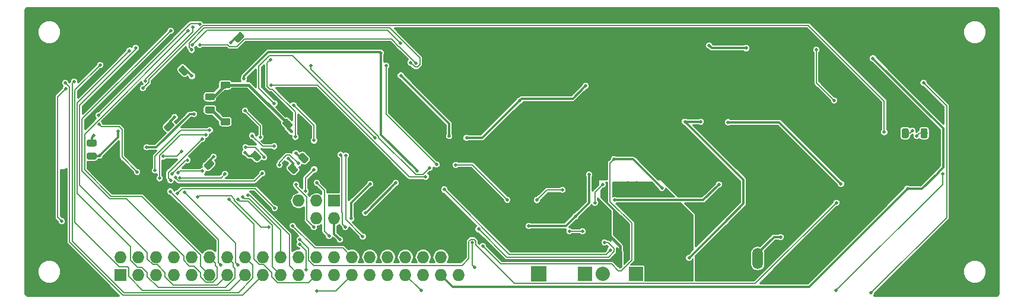
<source format=gbl>
G04 #@! TF.GenerationSoftware,KiCad,Pcbnew,(5.0.0)*
G04 #@! TF.CreationDate,2018-11-01T18:13:55-10:00*
G04 #@! TF.ProjectId,dstat-mainboard,64737461742D6D61696E626F6172642E,1.2.3*
G04 #@! TF.SameCoordinates,Original*
G04 #@! TF.FileFunction,Copper,L2,Bot,Signal*
G04 #@! TF.FilePolarity,Positive*
%FSLAX46Y46*%
G04 Gerber Fmt 4.6, Leading zero omitted, Abs format (unit mm)*
G04 Created by KiCad (PCBNEW (5.0.0)) date 11/01/18 18:13:55*
%MOMM*%
%LPD*%
G01*
G04 APERTURE LIST*
G04 #@! TA.AperFunction,ComponentPad*
%ADD10R,2.032000X2.032000*%
G04 #@! TD*
G04 #@! TA.AperFunction,ComponentPad*
%ADD11O,2.032000X2.032000*%
G04 #@! TD*
G04 #@! TA.AperFunction,ComponentPad*
%ADD12R,2.235200X2.235200*%
G04 #@! TD*
G04 #@! TA.AperFunction,ComponentPad*
%ADD13O,1.727200X1.727200*%
G04 #@! TD*
G04 #@! TA.AperFunction,ComponentPad*
%ADD14R,1.727200X1.727200*%
G04 #@! TD*
G04 #@! TA.AperFunction,ComponentPad*
%ADD15O,1.506220X3.014980*%
G04 #@! TD*
G04 #@! TA.AperFunction,Conductor*
%ADD16C,0.150000*%
G04 #@! TD*
G04 #@! TA.AperFunction,SMDPad,CuDef*
%ADD17C,0.975000*%
G04 #@! TD*
G04 #@! TA.AperFunction,ViaPad*
%ADD18C,0.508000*%
G04 #@! TD*
G04 #@! TA.AperFunction,Conductor*
%ADD19C,0.304800*%
G04 #@! TD*
G04 #@! TA.AperFunction,Conductor*
%ADD20C,0.203200*%
G04 #@! TD*
G04 #@! TA.AperFunction,Conductor*
%ADD21C,0.406400*%
G04 #@! TD*
G04 #@! TA.AperFunction,Conductor*
%ADD22C,0.300000*%
G04 #@! TD*
G04 APERTURE END LIST*
D10*
G04 #@! TO.P,P2,1*
G04 #@! TO.N,/COUNTER*
X166510000Y-119884000D03*
D11*
G04 #@! TO.P,P2,2*
G04 #@! TO.N,/REFERENCE*
X169050000Y-119884000D03*
G04 #@! TD*
D12*
G04 #@! TO.P,P1,1*
G04 #@! TO.N,/RSHIELD*
X159960000Y-119884000D03*
G04 #@! TD*
D11*
G04 #@! TO.P,P3,2*
G04 #@! TO.N,/WSHIELD*
X176360000Y-119884000D03*
D10*
G04 #@! TO.P,P3,1*
G04 #@! TO.N,/WORKING*
X173820000Y-119884000D03*
G04 #@! TD*
D13*
G04 #@! TO.P,CON1,6*
G04 #@! TO.N,GND*
X125666000Y-111950000D03*
G04 #@! TO.P,CON1,5*
G04 #@! TO.N,/PDI_CLK*
X125666000Y-109410000D03*
G04 #@! TO.P,CON1,4*
G04 #@! TO.N,N/C*
X128206000Y-111950000D03*
G04 #@! TO.P,CON1,3*
X128206000Y-109410000D03*
G04 #@! TO.P,CON1,2*
G04 #@! TO.N,+3V3*
X130746000Y-111950000D03*
D14*
G04 #@! TO.P,CON1,1*
G04 #@! TO.N,/PDI_DATA*
X130746000Y-109410000D03*
G04 #@! TD*
D15*
G04 #@! TO.P,P7,1*
G04 #@! TO.N,GND*
X188671000Y-117688000D03*
G04 #@! TO.P,P7,2*
G04 #@! TO.N,+2VR*
X191211000Y-117688000D03*
G04 #@! TD*
D14*
G04 #@! TO.P,P6,1*
G04 #@! TO.N,N/C*
X100266000Y-120000000D03*
D13*
G04 #@! TO.P,P6,2*
X100266000Y-117460000D03*
G04 #@! TO.P,P6,3*
X102806000Y-120000000D03*
G04 #@! TO.P,P6,4*
X102806000Y-117460000D03*
G04 #@! TO.P,P6,5*
X105346000Y-120000000D03*
G04 #@! TO.P,P6,6*
X105346000Y-117460000D03*
G04 #@! TO.P,P6,7*
X107886000Y-120000000D03*
G04 #@! TO.P,P6,8*
X107886000Y-117460000D03*
G04 #@! TO.P,P6,9*
X110426000Y-120000000D03*
G04 #@! TO.P,P6,10*
X110426000Y-117460000D03*
G04 #@! TO.P,P6,11*
G04 #@! TO.N,/PC0*
X112966000Y-120000000D03*
G04 #@! TO.P,P6,12*
G04 #@! TO.N,/PC1*
X112966000Y-117460000D03*
G04 #@! TO.P,P6,13*
G04 #@! TO.N,/PC2*
X115506000Y-120000000D03*
G04 #@! TO.P,P6,14*
G04 #@! TO.N,/PC3*
X115506000Y-117460000D03*
G04 #@! TO.P,P6,15*
G04 #@! TO.N,/PD0*
X118046000Y-120000000D03*
G04 #@! TO.P,P6,16*
G04 #@! TO.N,/PD1*
X118046000Y-117460000D03*
G04 #@! TO.P,P6,17*
G04 #@! TO.N,/PD2*
X120586000Y-120000000D03*
G04 #@! TO.P,P6,18*
G04 #@! TO.N,/PD3*
X120586000Y-117460000D03*
G04 #@! TO.P,P6,19*
G04 #@! TO.N,/PE0*
X123126000Y-120000000D03*
G04 #@! TO.P,P6,20*
G04 #@! TO.N,/PE1*
X123126000Y-117460000D03*
G04 #@! TO.P,P6,21*
G04 #@! TO.N,/PE2*
X125666000Y-120000000D03*
G04 #@! TO.P,P6,22*
G04 #@! TO.N,/PE3*
X125666000Y-117460000D03*
G04 #@! TO.P,P6,23*
G04 #@! TO.N,/PF0*
X128206000Y-120000000D03*
G04 #@! TO.P,P6,24*
G04 #@! TO.N,/PF1*
X128206000Y-117460000D03*
G04 #@! TO.P,P6,25*
G04 #@! TO.N,/PF2*
X130746000Y-120000000D03*
G04 #@! TO.P,P6,26*
G04 #@! TO.N,/PF3*
X130746000Y-117460000D03*
G04 #@! TO.P,P6,27*
G04 #@! TO.N,/PF4*
X133286000Y-120000000D03*
G04 #@! TO.P,P6,28*
G04 #@! TO.N,/PF5*
X133286000Y-117460000D03*
G04 #@! TO.P,P6,29*
G04 #@! TO.N,N/C*
X135826000Y-120000000D03*
G04 #@! TO.P,P6,30*
X135826000Y-117460000D03*
G04 #@! TO.P,P6,31*
X138366000Y-120000000D03*
G04 #@! TO.P,P6,32*
X138366000Y-117460000D03*
G04 #@! TO.P,P6,33*
G04 #@! TO.N,/DAC_OUT*
X140906000Y-120000000D03*
G04 #@! TO.P,P6,34*
G04 #@! TO.N,N/C*
X140906000Y-117460000D03*
G04 #@! TO.P,P6,35*
X143446000Y-120000000D03*
G04 #@! TO.P,P6,36*
G04 #@! TO.N,+4VR*
X143446000Y-117460000D03*
G04 #@! TO.P,P6,37*
G04 #@! TO.N,+3V3*
X145986000Y-120000000D03*
G04 #@! TO.P,P6,38*
G04 #@! TO.N,+2VR*
X145986000Y-117460000D03*
G04 #@! TO.P,P6,39*
G04 #@! TO.N,+5V*
X148526000Y-120000000D03*
G04 #@! TO.P,P6,40*
G04 #@! TO.N,GND*
X148526000Y-117460000D03*
G04 #@! TD*
D16*
G04 #@! TO.N,Net-(C42-Pad1)*
G04 #@! TO.C,C42*
G36*
X212520142Y-99047174D02*
X212543803Y-99050684D01*
X212567007Y-99056496D01*
X212589529Y-99064554D01*
X212611153Y-99074782D01*
X212631670Y-99087079D01*
X212650883Y-99101329D01*
X212668607Y-99117393D01*
X212684671Y-99135117D01*
X212698921Y-99154330D01*
X212711218Y-99174847D01*
X212721446Y-99196471D01*
X212729504Y-99218993D01*
X212735316Y-99242197D01*
X212738826Y-99265858D01*
X212740000Y-99289750D01*
X212740000Y-100202250D01*
X212738826Y-100226142D01*
X212735316Y-100249803D01*
X212729504Y-100273007D01*
X212721446Y-100295529D01*
X212711218Y-100317153D01*
X212698921Y-100337670D01*
X212684671Y-100356883D01*
X212668607Y-100374607D01*
X212650883Y-100390671D01*
X212631670Y-100404921D01*
X212611153Y-100417218D01*
X212589529Y-100427446D01*
X212567007Y-100435504D01*
X212543803Y-100441316D01*
X212520142Y-100444826D01*
X212496250Y-100446000D01*
X212008750Y-100446000D01*
X211984858Y-100444826D01*
X211961197Y-100441316D01*
X211937993Y-100435504D01*
X211915471Y-100427446D01*
X211893847Y-100417218D01*
X211873330Y-100404921D01*
X211854117Y-100390671D01*
X211836393Y-100374607D01*
X211820329Y-100356883D01*
X211806079Y-100337670D01*
X211793782Y-100317153D01*
X211783554Y-100295529D01*
X211775496Y-100273007D01*
X211769684Y-100249803D01*
X211766174Y-100226142D01*
X211765000Y-100202250D01*
X211765000Y-99289750D01*
X211766174Y-99265858D01*
X211769684Y-99242197D01*
X211775496Y-99218993D01*
X211783554Y-99196471D01*
X211793782Y-99174847D01*
X211806079Y-99154330D01*
X211820329Y-99135117D01*
X211836393Y-99117393D01*
X211854117Y-99101329D01*
X211873330Y-99087079D01*
X211893847Y-99074782D01*
X211915471Y-99064554D01*
X211937993Y-99056496D01*
X211961197Y-99050684D01*
X211984858Y-99047174D01*
X212008750Y-99046000D01*
X212496250Y-99046000D01*
X212520142Y-99047174D01*
X212520142Y-99047174D01*
G37*
D17*
G04 #@! TD*
G04 #@! TO.P,C42,1*
G04 #@! TO.N,Net-(C42-Pad1)*
X212252500Y-99746000D03*
D16*
G04 #@! TO.N,GND*
G04 #@! TO.C,C42*
G36*
X210645142Y-99047174D02*
X210668803Y-99050684D01*
X210692007Y-99056496D01*
X210714529Y-99064554D01*
X210736153Y-99074782D01*
X210756670Y-99087079D01*
X210775883Y-99101329D01*
X210793607Y-99117393D01*
X210809671Y-99135117D01*
X210823921Y-99154330D01*
X210836218Y-99174847D01*
X210846446Y-99196471D01*
X210854504Y-99218993D01*
X210860316Y-99242197D01*
X210863826Y-99265858D01*
X210865000Y-99289750D01*
X210865000Y-100202250D01*
X210863826Y-100226142D01*
X210860316Y-100249803D01*
X210854504Y-100273007D01*
X210846446Y-100295529D01*
X210836218Y-100317153D01*
X210823921Y-100337670D01*
X210809671Y-100356883D01*
X210793607Y-100374607D01*
X210775883Y-100390671D01*
X210756670Y-100404921D01*
X210736153Y-100417218D01*
X210714529Y-100427446D01*
X210692007Y-100435504D01*
X210668803Y-100441316D01*
X210645142Y-100444826D01*
X210621250Y-100446000D01*
X210133750Y-100446000D01*
X210109858Y-100444826D01*
X210086197Y-100441316D01*
X210062993Y-100435504D01*
X210040471Y-100427446D01*
X210018847Y-100417218D01*
X209998330Y-100404921D01*
X209979117Y-100390671D01*
X209961393Y-100374607D01*
X209945329Y-100356883D01*
X209931079Y-100337670D01*
X209918782Y-100317153D01*
X209908554Y-100295529D01*
X209900496Y-100273007D01*
X209894684Y-100249803D01*
X209891174Y-100226142D01*
X209890000Y-100202250D01*
X209890000Y-99289750D01*
X209891174Y-99265858D01*
X209894684Y-99242197D01*
X209900496Y-99218993D01*
X209908554Y-99196471D01*
X209918782Y-99174847D01*
X209931079Y-99154330D01*
X209945329Y-99135117D01*
X209961393Y-99117393D01*
X209979117Y-99101329D01*
X209998330Y-99087079D01*
X210018847Y-99074782D01*
X210040471Y-99064554D01*
X210062993Y-99056496D01*
X210086197Y-99050684D01*
X210109858Y-99047174D01*
X210133750Y-99046000D01*
X210621250Y-99046000D01*
X210645142Y-99047174D01*
X210645142Y-99047174D01*
G37*
D17*
G04 #@! TD*
G04 #@! TO.P,C42,2*
G04 #@! TO.N,GND*
X210377500Y-99746000D03*
D16*
G04 #@! TO.N,GND*
G04 #@! TO.C,C43*
G36*
X217092142Y-99047174D02*
X217115803Y-99050684D01*
X217139007Y-99056496D01*
X217161529Y-99064554D01*
X217183153Y-99074782D01*
X217203670Y-99087079D01*
X217222883Y-99101329D01*
X217240607Y-99117393D01*
X217256671Y-99135117D01*
X217270921Y-99154330D01*
X217283218Y-99174847D01*
X217293446Y-99196471D01*
X217301504Y-99218993D01*
X217307316Y-99242197D01*
X217310826Y-99265858D01*
X217312000Y-99289750D01*
X217312000Y-100202250D01*
X217310826Y-100226142D01*
X217307316Y-100249803D01*
X217301504Y-100273007D01*
X217293446Y-100295529D01*
X217283218Y-100317153D01*
X217270921Y-100337670D01*
X217256671Y-100356883D01*
X217240607Y-100374607D01*
X217222883Y-100390671D01*
X217203670Y-100404921D01*
X217183153Y-100417218D01*
X217161529Y-100427446D01*
X217139007Y-100435504D01*
X217115803Y-100441316D01*
X217092142Y-100444826D01*
X217068250Y-100446000D01*
X216580750Y-100446000D01*
X216556858Y-100444826D01*
X216533197Y-100441316D01*
X216509993Y-100435504D01*
X216487471Y-100427446D01*
X216465847Y-100417218D01*
X216445330Y-100404921D01*
X216426117Y-100390671D01*
X216408393Y-100374607D01*
X216392329Y-100356883D01*
X216378079Y-100337670D01*
X216365782Y-100317153D01*
X216355554Y-100295529D01*
X216347496Y-100273007D01*
X216341684Y-100249803D01*
X216338174Y-100226142D01*
X216337000Y-100202250D01*
X216337000Y-99289750D01*
X216338174Y-99265858D01*
X216341684Y-99242197D01*
X216347496Y-99218993D01*
X216355554Y-99196471D01*
X216365782Y-99174847D01*
X216378079Y-99154330D01*
X216392329Y-99135117D01*
X216408393Y-99117393D01*
X216426117Y-99101329D01*
X216445330Y-99087079D01*
X216465847Y-99074782D01*
X216487471Y-99064554D01*
X216509993Y-99056496D01*
X216533197Y-99050684D01*
X216556858Y-99047174D01*
X216580750Y-99046000D01*
X217068250Y-99046000D01*
X217092142Y-99047174D01*
X217092142Y-99047174D01*
G37*
D17*
G04 #@! TD*
G04 #@! TO.P,C43,2*
G04 #@! TO.N,GND*
X216824500Y-99746000D03*
D16*
G04 #@! TO.N,Net-(C43-Pad1)*
G04 #@! TO.C,C43*
G36*
X215217142Y-99047174D02*
X215240803Y-99050684D01*
X215264007Y-99056496D01*
X215286529Y-99064554D01*
X215308153Y-99074782D01*
X215328670Y-99087079D01*
X215347883Y-99101329D01*
X215365607Y-99117393D01*
X215381671Y-99135117D01*
X215395921Y-99154330D01*
X215408218Y-99174847D01*
X215418446Y-99196471D01*
X215426504Y-99218993D01*
X215432316Y-99242197D01*
X215435826Y-99265858D01*
X215437000Y-99289750D01*
X215437000Y-100202250D01*
X215435826Y-100226142D01*
X215432316Y-100249803D01*
X215426504Y-100273007D01*
X215418446Y-100295529D01*
X215408218Y-100317153D01*
X215395921Y-100337670D01*
X215381671Y-100356883D01*
X215365607Y-100374607D01*
X215347883Y-100390671D01*
X215328670Y-100404921D01*
X215308153Y-100417218D01*
X215286529Y-100427446D01*
X215264007Y-100435504D01*
X215240803Y-100441316D01*
X215217142Y-100444826D01*
X215193250Y-100446000D01*
X214705750Y-100446000D01*
X214681858Y-100444826D01*
X214658197Y-100441316D01*
X214634993Y-100435504D01*
X214612471Y-100427446D01*
X214590847Y-100417218D01*
X214570330Y-100404921D01*
X214551117Y-100390671D01*
X214533393Y-100374607D01*
X214517329Y-100356883D01*
X214503079Y-100337670D01*
X214490782Y-100317153D01*
X214480554Y-100295529D01*
X214472496Y-100273007D01*
X214466684Y-100249803D01*
X214463174Y-100226142D01*
X214462000Y-100202250D01*
X214462000Y-99289750D01*
X214463174Y-99265858D01*
X214466684Y-99242197D01*
X214472496Y-99218993D01*
X214480554Y-99196471D01*
X214490782Y-99174847D01*
X214503079Y-99154330D01*
X214517329Y-99135117D01*
X214533393Y-99117393D01*
X214551117Y-99101329D01*
X214570330Y-99087079D01*
X214590847Y-99074782D01*
X214612471Y-99064554D01*
X214634993Y-99056496D01*
X214658197Y-99050684D01*
X214681858Y-99047174D01*
X214705750Y-99046000D01*
X215193250Y-99046000D01*
X215217142Y-99047174D01*
X215217142Y-99047174D01*
G37*
D17*
G04 #@! TD*
G04 #@! TO.P,C43,1*
G04 #@! TO.N,Net-(C43-Pad1)*
X214949500Y-99746000D03*
D16*
G04 #@! TO.N,Net-(C44-Pad2)*
G04 #@! TO.C,C44*
G36*
X115716142Y-97615274D02*
X115739803Y-97618784D01*
X115763007Y-97624596D01*
X115785529Y-97632654D01*
X115807153Y-97642882D01*
X115827670Y-97655179D01*
X115846883Y-97669429D01*
X115864607Y-97685493D01*
X115880671Y-97703217D01*
X115894921Y-97722430D01*
X115907218Y-97742947D01*
X115917446Y-97764571D01*
X115925504Y-97787093D01*
X115931316Y-97810297D01*
X115934826Y-97833958D01*
X115936000Y-97857850D01*
X115936000Y-98345350D01*
X115934826Y-98369242D01*
X115931316Y-98392903D01*
X115925504Y-98416107D01*
X115917446Y-98438629D01*
X115907218Y-98460253D01*
X115894921Y-98480770D01*
X115880671Y-98499983D01*
X115864607Y-98517707D01*
X115846883Y-98533771D01*
X115827670Y-98548021D01*
X115807153Y-98560318D01*
X115785529Y-98570546D01*
X115763007Y-98578604D01*
X115739803Y-98584416D01*
X115716142Y-98587926D01*
X115692250Y-98589100D01*
X114779750Y-98589100D01*
X114755858Y-98587926D01*
X114732197Y-98584416D01*
X114708993Y-98578604D01*
X114686471Y-98570546D01*
X114664847Y-98560318D01*
X114644330Y-98548021D01*
X114625117Y-98533771D01*
X114607393Y-98517707D01*
X114591329Y-98499983D01*
X114577079Y-98480770D01*
X114564782Y-98460253D01*
X114554554Y-98438629D01*
X114546496Y-98416107D01*
X114540684Y-98392903D01*
X114537174Y-98369242D01*
X114536000Y-98345350D01*
X114536000Y-97857850D01*
X114537174Y-97833958D01*
X114540684Y-97810297D01*
X114546496Y-97787093D01*
X114554554Y-97764571D01*
X114564782Y-97742947D01*
X114577079Y-97722430D01*
X114591329Y-97703217D01*
X114607393Y-97685493D01*
X114625117Y-97669429D01*
X114644330Y-97655179D01*
X114664847Y-97642882D01*
X114686471Y-97632654D01*
X114708993Y-97624596D01*
X114732197Y-97618784D01*
X114755858Y-97615274D01*
X114779750Y-97614100D01*
X115692250Y-97614100D01*
X115716142Y-97615274D01*
X115716142Y-97615274D01*
G37*
D17*
G04 #@! TD*
G04 #@! TO.P,C44,2*
G04 #@! TO.N,Net-(C44-Pad2)*
X115236000Y-98101600D03*
D16*
G04 #@! TO.N,GND*
G04 #@! TO.C,C44*
G36*
X115716142Y-95740274D02*
X115739803Y-95743784D01*
X115763007Y-95749596D01*
X115785529Y-95757654D01*
X115807153Y-95767882D01*
X115827670Y-95780179D01*
X115846883Y-95794429D01*
X115864607Y-95810493D01*
X115880671Y-95828217D01*
X115894921Y-95847430D01*
X115907218Y-95867947D01*
X115917446Y-95889571D01*
X115925504Y-95912093D01*
X115931316Y-95935297D01*
X115934826Y-95958958D01*
X115936000Y-95982850D01*
X115936000Y-96470350D01*
X115934826Y-96494242D01*
X115931316Y-96517903D01*
X115925504Y-96541107D01*
X115917446Y-96563629D01*
X115907218Y-96585253D01*
X115894921Y-96605770D01*
X115880671Y-96624983D01*
X115864607Y-96642707D01*
X115846883Y-96658771D01*
X115827670Y-96673021D01*
X115807153Y-96685318D01*
X115785529Y-96695546D01*
X115763007Y-96703604D01*
X115739803Y-96709416D01*
X115716142Y-96712926D01*
X115692250Y-96714100D01*
X114779750Y-96714100D01*
X114755858Y-96712926D01*
X114732197Y-96709416D01*
X114708993Y-96703604D01*
X114686471Y-96695546D01*
X114664847Y-96685318D01*
X114644330Y-96673021D01*
X114625117Y-96658771D01*
X114607393Y-96642707D01*
X114591329Y-96624983D01*
X114577079Y-96605770D01*
X114564782Y-96585253D01*
X114554554Y-96563629D01*
X114546496Y-96541107D01*
X114540684Y-96517903D01*
X114537174Y-96494242D01*
X114536000Y-96470350D01*
X114536000Y-95982850D01*
X114537174Y-95958958D01*
X114540684Y-95935297D01*
X114546496Y-95912093D01*
X114554554Y-95889571D01*
X114564782Y-95867947D01*
X114577079Y-95847430D01*
X114591329Y-95828217D01*
X114607393Y-95810493D01*
X114625117Y-95794429D01*
X114644330Y-95780179D01*
X114664847Y-95767882D01*
X114686471Y-95757654D01*
X114708993Y-95749596D01*
X114732197Y-95743784D01*
X114755858Y-95740274D01*
X114779750Y-95739100D01*
X115692250Y-95739100D01*
X115716142Y-95740274D01*
X115716142Y-95740274D01*
G37*
D17*
G04 #@! TD*
G04 #@! TO.P,C44,1*
G04 #@! TO.N,GND*
X115236000Y-96226600D03*
D16*
G04 #@! TO.N,Net-(C44-Pad2)*
G04 #@! TO.C,C45*
G36*
X113073065Y-103489362D02*
X113096726Y-103492872D01*
X113119930Y-103498684D01*
X113142452Y-103506742D01*
X113164076Y-103516970D01*
X113184593Y-103529267D01*
X113203806Y-103543517D01*
X113221530Y-103559581D01*
X113566245Y-103904296D01*
X113582309Y-103922020D01*
X113596559Y-103941233D01*
X113608856Y-103961750D01*
X113619084Y-103983374D01*
X113627142Y-104005896D01*
X113632954Y-104029100D01*
X113636464Y-104052761D01*
X113637638Y-104076653D01*
X113636464Y-104100545D01*
X113632954Y-104124206D01*
X113627142Y-104147410D01*
X113619084Y-104169932D01*
X113608856Y-104191556D01*
X113596559Y-104212073D01*
X113582309Y-104231286D01*
X113566245Y-104249010D01*
X112921010Y-104894245D01*
X112903286Y-104910309D01*
X112884073Y-104924559D01*
X112863556Y-104936856D01*
X112841932Y-104947084D01*
X112819410Y-104955142D01*
X112796206Y-104960954D01*
X112772545Y-104964464D01*
X112748653Y-104965638D01*
X112724761Y-104964464D01*
X112701100Y-104960954D01*
X112677896Y-104955142D01*
X112655374Y-104947084D01*
X112633750Y-104936856D01*
X112613233Y-104924559D01*
X112594020Y-104910309D01*
X112576296Y-104894245D01*
X112231581Y-104549530D01*
X112215517Y-104531806D01*
X112201267Y-104512593D01*
X112188970Y-104492076D01*
X112178742Y-104470452D01*
X112170684Y-104447930D01*
X112164872Y-104424726D01*
X112161362Y-104401065D01*
X112160188Y-104377173D01*
X112161362Y-104353281D01*
X112164872Y-104329620D01*
X112170684Y-104306416D01*
X112178742Y-104283894D01*
X112188970Y-104262270D01*
X112201267Y-104241753D01*
X112215517Y-104222540D01*
X112231581Y-104204816D01*
X112876816Y-103559581D01*
X112894540Y-103543517D01*
X112913753Y-103529267D01*
X112934270Y-103516970D01*
X112955894Y-103506742D01*
X112978416Y-103498684D01*
X113001620Y-103492872D01*
X113025281Y-103489362D01*
X113049173Y-103488188D01*
X113073065Y-103489362D01*
X113073065Y-103489362D01*
G37*
D17*
G04 #@! TD*
G04 #@! TO.P,C45,2*
G04 #@! TO.N,Net-(C44-Pad2)*
X112898913Y-104226913D03*
D16*
G04 #@! TO.N,GND*
G04 #@! TO.C,C45*
G36*
X111747239Y-102163536D02*
X111770900Y-102167046D01*
X111794104Y-102172858D01*
X111816626Y-102180916D01*
X111838250Y-102191144D01*
X111858767Y-102203441D01*
X111877980Y-102217691D01*
X111895704Y-102233755D01*
X112240419Y-102578470D01*
X112256483Y-102596194D01*
X112270733Y-102615407D01*
X112283030Y-102635924D01*
X112293258Y-102657548D01*
X112301316Y-102680070D01*
X112307128Y-102703274D01*
X112310638Y-102726935D01*
X112311812Y-102750827D01*
X112310638Y-102774719D01*
X112307128Y-102798380D01*
X112301316Y-102821584D01*
X112293258Y-102844106D01*
X112283030Y-102865730D01*
X112270733Y-102886247D01*
X112256483Y-102905460D01*
X112240419Y-102923184D01*
X111595184Y-103568419D01*
X111577460Y-103584483D01*
X111558247Y-103598733D01*
X111537730Y-103611030D01*
X111516106Y-103621258D01*
X111493584Y-103629316D01*
X111470380Y-103635128D01*
X111446719Y-103638638D01*
X111422827Y-103639812D01*
X111398935Y-103638638D01*
X111375274Y-103635128D01*
X111352070Y-103629316D01*
X111329548Y-103621258D01*
X111307924Y-103611030D01*
X111287407Y-103598733D01*
X111268194Y-103584483D01*
X111250470Y-103568419D01*
X110905755Y-103223704D01*
X110889691Y-103205980D01*
X110875441Y-103186767D01*
X110863144Y-103166250D01*
X110852916Y-103144626D01*
X110844858Y-103122104D01*
X110839046Y-103098900D01*
X110835536Y-103075239D01*
X110834362Y-103051347D01*
X110835536Y-103027455D01*
X110839046Y-103003794D01*
X110844858Y-102980590D01*
X110852916Y-102958068D01*
X110863144Y-102936444D01*
X110875441Y-102915927D01*
X110889691Y-102896714D01*
X110905755Y-102878990D01*
X111550990Y-102233755D01*
X111568714Y-102217691D01*
X111587927Y-102203441D01*
X111608444Y-102191144D01*
X111630068Y-102180916D01*
X111652590Y-102172858D01*
X111675794Y-102167046D01*
X111699455Y-102163536D01*
X111723347Y-102162362D01*
X111747239Y-102163536D01*
X111747239Y-102163536D01*
G37*
D17*
G04 #@! TD*
G04 #@! TO.P,C45,1*
G04 #@! TO.N,GND*
X111573087Y-102901087D03*
D16*
G04 #@! TO.N,Net-(C44-Pad2)*
G04 #@! TO.C,C46*
G36*
X109146719Y-90039462D02*
X109170380Y-90042972D01*
X109193584Y-90048784D01*
X109216106Y-90056842D01*
X109237730Y-90067070D01*
X109258247Y-90079367D01*
X109277460Y-90093617D01*
X109295184Y-90109681D01*
X109940419Y-90754916D01*
X109956483Y-90772640D01*
X109970733Y-90791853D01*
X109983030Y-90812370D01*
X109993258Y-90833994D01*
X110001316Y-90856516D01*
X110007128Y-90879720D01*
X110010638Y-90903381D01*
X110011812Y-90927273D01*
X110010638Y-90951165D01*
X110007128Y-90974826D01*
X110001316Y-90998030D01*
X109993258Y-91020552D01*
X109983030Y-91042176D01*
X109970733Y-91062693D01*
X109956483Y-91081906D01*
X109940419Y-91099630D01*
X109595704Y-91444345D01*
X109577980Y-91460409D01*
X109558767Y-91474659D01*
X109538250Y-91486956D01*
X109516626Y-91497184D01*
X109494104Y-91505242D01*
X109470900Y-91511054D01*
X109447239Y-91514564D01*
X109423347Y-91515738D01*
X109399455Y-91514564D01*
X109375794Y-91511054D01*
X109352590Y-91505242D01*
X109330068Y-91497184D01*
X109308444Y-91486956D01*
X109287927Y-91474659D01*
X109268714Y-91460409D01*
X109250990Y-91444345D01*
X108605755Y-90799110D01*
X108589691Y-90781386D01*
X108575441Y-90762173D01*
X108563144Y-90741656D01*
X108552916Y-90720032D01*
X108544858Y-90697510D01*
X108539046Y-90674306D01*
X108535536Y-90650645D01*
X108534362Y-90626753D01*
X108535536Y-90602861D01*
X108539046Y-90579200D01*
X108544858Y-90555996D01*
X108552916Y-90533474D01*
X108563144Y-90511850D01*
X108575441Y-90491333D01*
X108589691Y-90472120D01*
X108605755Y-90454396D01*
X108950470Y-90109681D01*
X108968194Y-90093617D01*
X108987407Y-90079367D01*
X109007924Y-90067070D01*
X109029548Y-90056842D01*
X109052070Y-90048784D01*
X109075274Y-90042972D01*
X109098935Y-90039462D01*
X109122827Y-90038288D01*
X109146719Y-90039462D01*
X109146719Y-90039462D01*
G37*
D17*
G04 #@! TD*
G04 #@! TO.P,C46,2*
G04 #@! TO.N,Net-(C44-Pad2)*
X109273087Y-90777013D03*
D16*
G04 #@! TO.N,GND*
G04 #@! TO.C,C46*
G36*
X110472545Y-88713636D02*
X110496206Y-88717146D01*
X110519410Y-88722958D01*
X110541932Y-88731016D01*
X110563556Y-88741244D01*
X110584073Y-88753541D01*
X110603286Y-88767791D01*
X110621010Y-88783855D01*
X111266245Y-89429090D01*
X111282309Y-89446814D01*
X111296559Y-89466027D01*
X111308856Y-89486544D01*
X111319084Y-89508168D01*
X111327142Y-89530690D01*
X111332954Y-89553894D01*
X111336464Y-89577555D01*
X111337638Y-89601447D01*
X111336464Y-89625339D01*
X111332954Y-89649000D01*
X111327142Y-89672204D01*
X111319084Y-89694726D01*
X111308856Y-89716350D01*
X111296559Y-89736867D01*
X111282309Y-89756080D01*
X111266245Y-89773804D01*
X110921530Y-90118519D01*
X110903806Y-90134583D01*
X110884593Y-90148833D01*
X110864076Y-90161130D01*
X110842452Y-90171358D01*
X110819930Y-90179416D01*
X110796726Y-90185228D01*
X110773065Y-90188738D01*
X110749173Y-90189912D01*
X110725281Y-90188738D01*
X110701620Y-90185228D01*
X110678416Y-90179416D01*
X110655894Y-90171358D01*
X110634270Y-90161130D01*
X110613753Y-90148833D01*
X110594540Y-90134583D01*
X110576816Y-90118519D01*
X109931581Y-89473284D01*
X109915517Y-89455560D01*
X109901267Y-89436347D01*
X109888970Y-89415830D01*
X109878742Y-89394206D01*
X109870684Y-89371684D01*
X109864872Y-89348480D01*
X109861362Y-89324819D01*
X109860188Y-89300927D01*
X109861362Y-89277035D01*
X109864872Y-89253374D01*
X109870684Y-89230170D01*
X109878742Y-89207648D01*
X109888970Y-89186024D01*
X109901267Y-89165507D01*
X109915517Y-89146294D01*
X109931581Y-89128570D01*
X110276296Y-88783855D01*
X110294020Y-88767791D01*
X110313233Y-88753541D01*
X110333750Y-88741244D01*
X110355374Y-88731016D01*
X110377896Y-88722958D01*
X110401100Y-88717146D01*
X110424761Y-88713636D01*
X110448653Y-88712462D01*
X110472545Y-88713636D01*
X110472545Y-88713636D01*
G37*
D17*
G04 #@! TD*
G04 #@! TO.P,C46,1*
G04 #@! TO.N,GND*
X110598913Y-89451187D03*
D16*
G04 #@! TO.N,Net-(C44-Pad2)*
G04 #@! TO.C,C47*
G36*
X117347239Y-85263636D02*
X117370900Y-85267146D01*
X117394104Y-85272958D01*
X117416626Y-85281016D01*
X117438250Y-85291244D01*
X117458767Y-85303541D01*
X117477980Y-85317791D01*
X117495704Y-85333855D01*
X117840419Y-85678570D01*
X117856483Y-85696294D01*
X117870733Y-85715507D01*
X117883030Y-85736024D01*
X117893258Y-85757648D01*
X117901316Y-85780170D01*
X117907128Y-85803374D01*
X117910638Y-85827035D01*
X117911812Y-85850927D01*
X117910638Y-85874819D01*
X117907128Y-85898480D01*
X117901316Y-85921684D01*
X117893258Y-85944206D01*
X117883030Y-85965830D01*
X117870733Y-85986347D01*
X117856483Y-86005560D01*
X117840419Y-86023284D01*
X117195184Y-86668519D01*
X117177460Y-86684583D01*
X117158247Y-86698833D01*
X117137730Y-86711130D01*
X117116106Y-86721358D01*
X117093584Y-86729416D01*
X117070380Y-86735228D01*
X117046719Y-86738738D01*
X117022827Y-86739912D01*
X116998935Y-86738738D01*
X116975274Y-86735228D01*
X116952070Y-86729416D01*
X116929548Y-86721358D01*
X116907924Y-86711130D01*
X116887407Y-86698833D01*
X116868194Y-86684583D01*
X116850470Y-86668519D01*
X116505755Y-86323804D01*
X116489691Y-86306080D01*
X116475441Y-86286867D01*
X116463144Y-86266350D01*
X116452916Y-86244726D01*
X116444858Y-86222204D01*
X116439046Y-86199000D01*
X116435536Y-86175339D01*
X116434362Y-86151447D01*
X116435536Y-86127555D01*
X116439046Y-86103894D01*
X116444858Y-86080690D01*
X116452916Y-86058168D01*
X116463144Y-86036544D01*
X116475441Y-86016027D01*
X116489691Y-85996814D01*
X116505755Y-85979090D01*
X117150990Y-85333855D01*
X117168714Y-85317791D01*
X117187927Y-85303541D01*
X117208444Y-85291244D01*
X117230068Y-85281016D01*
X117252590Y-85272958D01*
X117275794Y-85267146D01*
X117299455Y-85263636D01*
X117323347Y-85262462D01*
X117347239Y-85263636D01*
X117347239Y-85263636D01*
G37*
D17*
G04 #@! TD*
G04 #@! TO.P,C47,2*
G04 #@! TO.N,Net-(C44-Pad2)*
X117173087Y-86001187D03*
D16*
G04 #@! TO.N,GND*
G04 #@! TO.C,C47*
G36*
X118673065Y-86589462D02*
X118696726Y-86592972D01*
X118719930Y-86598784D01*
X118742452Y-86606842D01*
X118764076Y-86617070D01*
X118784593Y-86629367D01*
X118803806Y-86643617D01*
X118821530Y-86659681D01*
X119166245Y-87004396D01*
X119182309Y-87022120D01*
X119196559Y-87041333D01*
X119208856Y-87061850D01*
X119219084Y-87083474D01*
X119227142Y-87105996D01*
X119232954Y-87129200D01*
X119236464Y-87152861D01*
X119237638Y-87176753D01*
X119236464Y-87200645D01*
X119232954Y-87224306D01*
X119227142Y-87247510D01*
X119219084Y-87270032D01*
X119208856Y-87291656D01*
X119196559Y-87312173D01*
X119182309Y-87331386D01*
X119166245Y-87349110D01*
X118521010Y-87994345D01*
X118503286Y-88010409D01*
X118484073Y-88024659D01*
X118463556Y-88036956D01*
X118441932Y-88047184D01*
X118419410Y-88055242D01*
X118396206Y-88061054D01*
X118372545Y-88064564D01*
X118348653Y-88065738D01*
X118324761Y-88064564D01*
X118301100Y-88061054D01*
X118277896Y-88055242D01*
X118255374Y-88047184D01*
X118233750Y-88036956D01*
X118213233Y-88024659D01*
X118194020Y-88010409D01*
X118176296Y-87994345D01*
X117831581Y-87649630D01*
X117815517Y-87631906D01*
X117801267Y-87612693D01*
X117788970Y-87592176D01*
X117778742Y-87570552D01*
X117770684Y-87548030D01*
X117764872Y-87524826D01*
X117761362Y-87501165D01*
X117760188Y-87477273D01*
X117761362Y-87453381D01*
X117764872Y-87429720D01*
X117770684Y-87406516D01*
X117778742Y-87383994D01*
X117788970Y-87362370D01*
X117801267Y-87341853D01*
X117815517Y-87322640D01*
X117831581Y-87304916D01*
X118476816Y-86659681D01*
X118494540Y-86643617D01*
X118513753Y-86629367D01*
X118534270Y-86617070D01*
X118555894Y-86606842D01*
X118578416Y-86598784D01*
X118601620Y-86592972D01*
X118625281Y-86589462D01*
X118649173Y-86588288D01*
X118673065Y-86589462D01*
X118673065Y-86589462D01*
G37*
D17*
G04 #@! TD*
G04 #@! TO.P,C47,1*
G04 #@! TO.N,GND*
X118498913Y-87327013D03*
D16*
G04 #@! TO.N,GND*
G04 #@! TO.C,C48*
G36*
X118146719Y-103589362D02*
X118170380Y-103592872D01*
X118193584Y-103598684D01*
X118216106Y-103606742D01*
X118237730Y-103616970D01*
X118258247Y-103629267D01*
X118277460Y-103643517D01*
X118295184Y-103659581D01*
X118940419Y-104304816D01*
X118956483Y-104322540D01*
X118970733Y-104341753D01*
X118983030Y-104362270D01*
X118993258Y-104383894D01*
X119001316Y-104406416D01*
X119007128Y-104429620D01*
X119010638Y-104453281D01*
X119011812Y-104477173D01*
X119010638Y-104501065D01*
X119007128Y-104524726D01*
X119001316Y-104547930D01*
X118993258Y-104570452D01*
X118983030Y-104592076D01*
X118970733Y-104612593D01*
X118956483Y-104631806D01*
X118940419Y-104649530D01*
X118595704Y-104994245D01*
X118577980Y-105010309D01*
X118558767Y-105024559D01*
X118538250Y-105036856D01*
X118516626Y-105047084D01*
X118494104Y-105055142D01*
X118470900Y-105060954D01*
X118447239Y-105064464D01*
X118423347Y-105065638D01*
X118399455Y-105064464D01*
X118375794Y-105060954D01*
X118352590Y-105055142D01*
X118330068Y-105047084D01*
X118308444Y-105036856D01*
X118287927Y-105024559D01*
X118268714Y-105010309D01*
X118250990Y-104994245D01*
X117605755Y-104349010D01*
X117589691Y-104331286D01*
X117575441Y-104312073D01*
X117563144Y-104291556D01*
X117552916Y-104269932D01*
X117544858Y-104247410D01*
X117539046Y-104224206D01*
X117535536Y-104200545D01*
X117534362Y-104176653D01*
X117535536Y-104152761D01*
X117539046Y-104129100D01*
X117544858Y-104105896D01*
X117552916Y-104083374D01*
X117563144Y-104061750D01*
X117575441Y-104041233D01*
X117589691Y-104022020D01*
X117605755Y-104004296D01*
X117950470Y-103659581D01*
X117968194Y-103643517D01*
X117987407Y-103629267D01*
X118007924Y-103616970D01*
X118029548Y-103606742D01*
X118052070Y-103598684D01*
X118075274Y-103592872D01*
X118098935Y-103589362D01*
X118122827Y-103588188D01*
X118146719Y-103589362D01*
X118146719Y-103589362D01*
G37*
D17*
G04 #@! TD*
G04 #@! TO.P,C48,1*
G04 #@! TO.N,GND*
X118273087Y-104326913D03*
D16*
G04 #@! TO.N,Net-(C44-Pad2)*
G04 #@! TO.C,C48*
G36*
X119472545Y-102263536D02*
X119496206Y-102267046D01*
X119519410Y-102272858D01*
X119541932Y-102280916D01*
X119563556Y-102291144D01*
X119584073Y-102303441D01*
X119603286Y-102317691D01*
X119621010Y-102333755D01*
X120266245Y-102978990D01*
X120282309Y-102996714D01*
X120296559Y-103015927D01*
X120308856Y-103036444D01*
X120319084Y-103058068D01*
X120327142Y-103080590D01*
X120332954Y-103103794D01*
X120336464Y-103127455D01*
X120337638Y-103151347D01*
X120336464Y-103175239D01*
X120332954Y-103198900D01*
X120327142Y-103222104D01*
X120319084Y-103244626D01*
X120308856Y-103266250D01*
X120296559Y-103286767D01*
X120282309Y-103305980D01*
X120266245Y-103323704D01*
X119921530Y-103668419D01*
X119903806Y-103684483D01*
X119884593Y-103698733D01*
X119864076Y-103711030D01*
X119842452Y-103721258D01*
X119819930Y-103729316D01*
X119796726Y-103735128D01*
X119773065Y-103738638D01*
X119749173Y-103739812D01*
X119725281Y-103738638D01*
X119701620Y-103735128D01*
X119678416Y-103729316D01*
X119655894Y-103721258D01*
X119634270Y-103711030D01*
X119613753Y-103698733D01*
X119594540Y-103684483D01*
X119576816Y-103668419D01*
X118931581Y-103023184D01*
X118915517Y-103005460D01*
X118901267Y-102986247D01*
X118888970Y-102965730D01*
X118878742Y-102944106D01*
X118870684Y-102921584D01*
X118864872Y-102898380D01*
X118861362Y-102874719D01*
X118860188Y-102850827D01*
X118861362Y-102826935D01*
X118864872Y-102803274D01*
X118870684Y-102780070D01*
X118878742Y-102757548D01*
X118888970Y-102735924D01*
X118901267Y-102715407D01*
X118915517Y-102696194D01*
X118931581Y-102678470D01*
X119276296Y-102333755D01*
X119294020Y-102317691D01*
X119313233Y-102303441D01*
X119333750Y-102291144D01*
X119355374Y-102280916D01*
X119377896Y-102272858D01*
X119401100Y-102267046D01*
X119424761Y-102263536D01*
X119448653Y-102262362D01*
X119472545Y-102263536D01*
X119472545Y-102263536D01*
G37*
D17*
G04 #@! TD*
G04 #@! TO.P,C48,2*
G04 #@! TO.N,Net-(C44-Pad2)*
X119598913Y-103001087D03*
D16*
G04 #@! TO.N,Net-(C44-Pad2)*
G04 #@! TO.C,C49*
G36*
X107373065Y-97989462D02*
X107396726Y-97992972D01*
X107419930Y-97998784D01*
X107442452Y-98006842D01*
X107464076Y-98017070D01*
X107484593Y-98029367D01*
X107503806Y-98043617D01*
X107521530Y-98059681D01*
X107866245Y-98404396D01*
X107882309Y-98422120D01*
X107896559Y-98441333D01*
X107908856Y-98461850D01*
X107919084Y-98483474D01*
X107927142Y-98505996D01*
X107932954Y-98529200D01*
X107936464Y-98552861D01*
X107937638Y-98576753D01*
X107936464Y-98600645D01*
X107932954Y-98624306D01*
X107927142Y-98647510D01*
X107919084Y-98670032D01*
X107908856Y-98691656D01*
X107896559Y-98712173D01*
X107882309Y-98731386D01*
X107866245Y-98749110D01*
X107221010Y-99394345D01*
X107203286Y-99410409D01*
X107184073Y-99424659D01*
X107163556Y-99436956D01*
X107141932Y-99447184D01*
X107119410Y-99455242D01*
X107096206Y-99461054D01*
X107072545Y-99464564D01*
X107048653Y-99465738D01*
X107024761Y-99464564D01*
X107001100Y-99461054D01*
X106977896Y-99455242D01*
X106955374Y-99447184D01*
X106933750Y-99436956D01*
X106913233Y-99424659D01*
X106894020Y-99410409D01*
X106876296Y-99394345D01*
X106531581Y-99049630D01*
X106515517Y-99031906D01*
X106501267Y-99012693D01*
X106488970Y-98992176D01*
X106478742Y-98970552D01*
X106470684Y-98948030D01*
X106464872Y-98924826D01*
X106461362Y-98901165D01*
X106460188Y-98877273D01*
X106461362Y-98853381D01*
X106464872Y-98829720D01*
X106470684Y-98806516D01*
X106478742Y-98783994D01*
X106488970Y-98762370D01*
X106501267Y-98741853D01*
X106515517Y-98722640D01*
X106531581Y-98704916D01*
X107176816Y-98059681D01*
X107194540Y-98043617D01*
X107213753Y-98029367D01*
X107234270Y-98017070D01*
X107255894Y-98006842D01*
X107278416Y-97998784D01*
X107301620Y-97992972D01*
X107325281Y-97989462D01*
X107349173Y-97988288D01*
X107373065Y-97989462D01*
X107373065Y-97989462D01*
G37*
D17*
G04 #@! TD*
G04 #@! TO.P,C49,2*
G04 #@! TO.N,Net-(C44-Pad2)*
X107198913Y-98727013D03*
D16*
G04 #@! TO.N,GND*
G04 #@! TO.C,C49*
G36*
X106047239Y-96663636D02*
X106070900Y-96667146D01*
X106094104Y-96672958D01*
X106116626Y-96681016D01*
X106138250Y-96691244D01*
X106158767Y-96703541D01*
X106177980Y-96717791D01*
X106195704Y-96733855D01*
X106540419Y-97078570D01*
X106556483Y-97096294D01*
X106570733Y-97115507D01*
X106583030Y-97136024D01*
X106593258Y-97157648D01*
X106601316Y-97180170D01*
X106607128Y-97203374D01*
X106610638Y-97227035D01*
X106611812Y-97250927D01*
X106610638Y-97274819D01*
X106607128Y-97298480D01*
X106601316Y-97321684D01*
X106593258Y-97344206D01*
X106583030Y-97365830D01*
X106570733Y-97386347D01*
X106556483Y-97405560D01*
X106540419Y-97423284D01*
X105895184Y-98068519D01*
X105877460Y-98084583D01*
X105858247Y-98098833D01*
X105837730Y-98111130D01*
X105816106Y-98121358D01*
X105793584Y-98129416D01*
X105770380Y-98135228D01*
X105746719Y-98138738D01*
X105722827Y-98139912D01*
X105698935Y-98138738D01*
X105675274Y-98135228D01*
X105652070Y-98129416D01*
X105629548Y-98121358D01*
X105607924Y-98111130D01*
X105587407Y-98098833D01*
X105568194Y-98084583D01*
X105550470Y-98068519D01*
X105205755Y-97723804D01*
X105189691Y-97706080D01*
X105175441Y-97686867D01*
X105163144Y-97666350D01*
X105152916Y-97644726D01*
X105144858Y-97622204D01*
X105139046Y-97599000D01*
X105135536Y-97575339D01*
X105134362Y-97551447D01*
X105135536Y-97527555D01*
X105139046Y-97503894D01*
X105144858Y-97480690D01*
X105152916Y-97458168D01*
X105163144Y-97436544D01*
X105175441Y-97416027D01*
X105189691Y-97396814D01*
X105205755Y-97379090D01*
X105850990Y-96733855D01*
X105868714Y-96717791D01*
X105887927Y-96703541D01*
X105908444Y-96691244D01*
X105930068Y-96681016D01*
X105952590Y-96672958D01*
X105975794Y-96667146D01*
X105999455Y-96663636D01*
X106023347Y-96662462D01*
X106047239Y-96663636D01*
X106047239Y-96663636D01*
G37*
D17*
G04 #@! TD*
G04 #@! TO.P,C49,1*
G04 #@! TO.N,GND*
X105873087Y-97401187D03*
D16*
G04 #@! TO.N,+3V3*
G04 #@! TO.C,C50*
G36*
X123972545Y-97663636D02*
X123996206Y-97667146D01*
X124019410Y-97672958D01*
X124041932Y-97681016D01*
X124063556Y-97691244D01*
X124084073Y-97703541D01*
X124103286Y-97717791D01*
X124121010Y-97733855D01*
X124766245Y-98379090D01*
X124782309Y-98396814D01*
X124796559Y-98416027D01*
X124808856Y-98436544D01*
X124819084Y-98458168D01*
X124827142Y-98480690D01*
X124832954Y-98503894D01*
X124836464Y-98527555D01*
X124837638Y-98551447D01*
X124836464Y-98575339D01*
X124832954Y-98599000D01*
X124827142Y-98622204D01*
X124819084Y-98644726D01*
X124808856Y-98666350D01*
X124796559Y-98686867D01*
X124782309Y-98706080D01*
X124766245Y-98723804D01*
X124421530Y-99068519D01*
X124403806Y-99084583D01*
X124384593Y-99098833D01*
X124364076Y-99111130D01*
X124342452Y-99121358D01*
X124319930Y-99129416D01*
X124296726Y-99135228D01*
X124273065Y-99138738D01*
X124249173Y-99139912D01*
X124225281Y-99138738D01*
X124201620Y-99135228D01*
X124178416Y-99129416D01*
X124155894Y-99121358D01*
X124134270Y-99111130D01*
X124113753Y-99098833D01*
X124094540Y-99084583D01*
X124076816Y-99068519D01*
X123431581Y-98423284D01*
X123415517Y-98405560D01*
X123401267Y-98386347D01*
X123388970Y-98365830D01*
X123378742Y-98344206D01*
X123370684Y-98321684D01*
X123364872Y-98298480D01*
X123361362Y-98274819D01*
X123360188Y-98250927D01*
X123361362Y-98227035D01*
X123364872Y-98203374D01*
X123370684Y-98180170D01*
X123378742Y-98157648D01*
X123388970Y-98136024D01*
X123401267Y-98115507D01*
X123415517Y-98096294D01*
X123431581Y-98078570D01*
X123776296Y-97733855D01*
X123794020Y-97717791D01*
X123813233Y-97703541D01*
X123833750Y-97691244D01*
X123855374Y-97681016D01*
X123877896Y-97672958D01*
X123901100Y-97667146D01*
X123924761Y-97663636D01*
X123948653Y-97662462D01*
X123972545Y-97663636D01*
X123972545Y-97663636D01*
G37*
D17*
G04 #@! TD*
G04 #@! TO.P,C50,2*
G04 #@! TO.N,+3V3*
X124098913Y-98401187D03*
D16*
G04 #@! TO.N,GND*
G04 #@! TO.C,C50*
G36*
X122646719Y-98989462D02*
X122670380Y-98992972D01*
X122693584Y-98998784D01*
X122716106Y-99006842D01*
X122737730Y-99017070D01*
X122758247Y-99029367D01*
X122777460Y-99043617D01*
X122795184Y-99059681D01*
X123440419Y-99704916D01*
X123456483Y-99722640D01*
X123470733Y-99741853D01*
X123483030Y-99762370D01*
X123493258Y-99783994D01*
X123501316Y-99806516D01*
X123507128Y-99829720D01*
X123510638Y-99853381D01*
X123511812Y-99877273D01*
X123510638Y-99901165D01*
X123507128Y-99924826D01*
X123501316Y-99948030D01*
X123493258Y-99970552D01*
X123483030Y-99992176D01*
X123470733Y-100012693D01*
X123456483Y-100031906D01*
X123440419Y-100049630D01*
X123095704Y-100394345D01*
X123077980Y-100410409D01*
X123058767Y-100424659D01*
X123038250Y-100436956D01*
X123016626Y-100447184D01*
X122994104Y-100455242D01*
X122970900Y-100461054D01*
X122947239Y-100464564D01*
X122923347Y-100465738D01*
X122899455Y-100464564D01*
X122875794Y-100461054D01*
X122852590Y-100455242D01*
X122830068Y-100447184D01*
X122808444Y-100436956D01*
X122787927Y-100424659D01*
X122768714Y-100410409D01*
X122750990Y-100394345D01*
X122105755Y-99749110D01*
X122089691Y-99731386D01*
X122075441Y-99712173D01*
X122063144Y-99691656D01*
X122052916Y-99670032D01*
X122044858Y-99647510D01*
X122039046Y-99624306D01*
X122035536Y-99600645D01*
X122034362Y-99576753D01*
X122035536Y-99552861D01*
X122039046Y-99529200D01*
X122044858Y-99505996D01*
X122052916Y-99483474D01*
X122063144Y-99461850D01*
X122075441Y-99441333D01*
X122089691Y-99422120D01*
X122105755Y-99404396D01*
X122450470Y-99059681D01*
X122468194Y-99043617D01*
X122487407Y-99029367D01*
X122507924Y-99017070D01*
X122529548Y-99006842D01*
X122552070Y-98998784D01*
X122575274Y-98992972D01*
X122598935Y-98989462D01*
X122622827Y-98988288D01*
X122646719Y-98989462D01*
X122646719Y-98989462D01*
G37*
D17*
G04 #@! TD*
G04 #@! TO.P,C50,1*
G04 #@! TO.N,GND*
X122773087Y-99727013D03*
D16*
G04 #@! TO.N,GND*
G04 #@! TO.C,C51*
G36*
X115716142Y-94215274D02*
X115739803Y-94218784D01*
X115763007Y-94224596D01*
X115785529Y-94232654D01*
X115807153Y-94242882D01*
X115827670Y-94255179D01*
X115846883Y-94269429D01*
X115864607Y-94285493D01*
X115880671Y-94303217D01*
X115894921Y-94322430D01*
X115907218Y-94342947D01*
X115917446Y-94364571D01*
X115925504Y-94387093D01*
X115931316Y-94410297D01*
X115934826Y-94433958D01*
X115936000Y-94457850D01*
X115936000Y-94945350D01*
X115934826Y-94969242D01*
X115931316Y-94992903D01*
X115925504Y-95016107D01*
X115917446Y-95038629D01*
X115907218Y-95060253D01*
X115894921Y-95080770D01*
X115880671Y-95099983D01*
X115864607Y-95117707D01*
X115846883Y-95133771D01*
X115827670Y-95148021D01*
X115807153Y-95160318D01*
X115785529Y-95170546D01*
X115763007Y-95178604D01*
X115739803Y-95184416D01*
X115716142Y-95187926D01*
X115692250Y-95189100D01*
X114779750Y-95189100D01*
X114755858Y-95187926D01*
X114732197Y-95184416D01*
X114708993Y-95178604D01*
X114686471Y-95170546D01*
X114664847Y-95160318D01*
X114644330Y-95148021D01*
X114625117Y-95133771D01*
X114607393Y-95117707D01*
X114591329Y-95099983D01*
X114577079Y-95080770D01*
X114564782Y-95060253D01*
X114554554Y-95038629D01*
X114546496Y-95016107D01*
X114540684Y-94992903D01*
X114537174Y-94969242D01*
X114536000Y-94945350D01*
X114536000Y-94457850D01*
X114537174Y-94433958D01*
X114540684Y-94410297D01*
X114546496Y-94387093D01*
X114554554Y-94364571D01*
X114564782Y-94342947D01*
X114577079Y-94322430D01*
X114591329Y-94303217D01*
X114607393Y-94285493D01*
X114625117Y-94269429D01*
X114644330Y-94255179D01*
X114664847Y-94242882D01*
X114686471Y-94232654D01*
X114708993Y-94224596D01*
X114732197Y-94218784D01*
X114755858Y-94215274D01*
X114779750Y-94214100D01*
X115692250Y-94214100D01*
X115716142Y-94215274D01*
X115716142Y-94215274D01*
G37*
D17*
G04 #@! TD*
G04 #@! TO.P,C51,1*
G04 #@! TO.N,GND*
X115236000Y-94701600D03*
D16*
G04 #@! TO.N,+3V3*
G04 #@! TO.C,C51*
G36*
X115716142Y-92340274D02*
X115739803Y-92343784D01*
X115763007Y-92349596D01*
X115785529Y-92357654D01*
X115807153Y-92367882D01*
X115827670Y-92380179D01*
X115846883Y-92394429D01*
X115864607Y-92410493D01*
X115880671Y-92428217D01*
X115894921Y-92447430D01*
X115907218Y-92467947D01*
X115917446Y-92489571D01*
X115925504Y-92512093D01*
X115931316Y-92535297D01*
X115934826Y-92558958D01*
X115936000Y-92582850D01*
X115936000Y-93070350D01*
X115934826Y-93094242D01*
X115931316Y-93117903D01*
X115925504Y-93141107D01*
X115917446Y-93163629D01*
X115907218Y-93185253D01*
X115894921Y-93205770D01*
X115880671Y-93224983D01*
X115864607Y-93242707D01*
X115846883Y-93258771D01*
X115827670Y-93273021D01*
X115807153Y-93285318D01*
X115785529Y-93295546D01*
X115763007Y-93303604D01*
X115739803Y-93309416D01*
X115716142Y-93312926D01*
X115692250Y-93314100D01*
X114779750Y-93314100D01*
X114755858Y-93312926D01*
X114732197Y-93309416D01*
X114708993Y-93303604D01*
X114686471Y-93295546D01*
X114664847Y-93285318D01*
X114644330Y-93273021D01*
X114625117Y-93258771D01*
X114607393Y-93242707D01*
X114591329Y-93224983D01*
X114577079Y-93205770D01*
X114564782Y-93185253D01*
X114554554Y-93163629D01*
X114546496Y-93141107D01*
X114540684Y-93117903D01*
X114537174Y-93094242D01*
X114536000Y-93070350D01*
X114536000Y-92582850D01*
X114537174Y-92558958D01*
X114540684Y-92535297D01*
X114546496Y-92512093D01*
X114554554Y-92489571D01*
X114564782Y-92467947D01*
X114577079Y-92447430D01*
X114591329Y-92428217D01*
X114607393Y-92410493D01*
X114625117Y-92394429D01*
X114644330Y-92380179D01*
X114664847Y-92367882D01*
X114686471Y-92357654D01*
X114708993Y-92349596D01*
X114732197Y-92343784D01*
X114755858Y-92340274D01*
X114779750Y-92339100D01*
X115692250Y-92339100D01*
X115716142Y-92340274D01*
X115716142Y-92340274D01*
G37*
D17*
G04 #@! TD*
G04 #@! TO.P,C51,2*
G04 #@! TO.N,+3V3*
X115236000Y-92826600D03*
D16*
G04 #@! TO.N,/USB_VCC*
G04 #@! TO.C,C55*
G36*
X96631942Y-100650174D02*
X96655603Y-100653684D01*
X96678807Y-100659496D01*
X96701329Y-100667554D01*
X96722953Y-100677782D01*
X96743470Y-100690079D01*
X96762683Y-100704329D01*
X96780407Y-100720393D01*
X96796471Y-100738117D01*
X96810721Y-100757330D01*
X96823018Y-100777847D01*
X96833246Y-100799471D01*
X96841304Y-100821993D01*
X96847116Y-100845197D01*
X96850626Y-100868858D01*
X96851800Y-100892750D01*
X96851800Y-101380250D01*
X96850626Y-101404142D01*
X96847116Y-101427803D01*
X96841304Y-101451007D01*
X96833246Y-101473529D01*
X96823018Y-101495153D01*
X96810721Y-101515670D01*
X96796471Y-101534883D01*
X96780407Y-101552607D01*
X96762683Y-101568671D01*
X96743470Y-101582921D01*
X96722953Y-101595218D01*
X96701329Y-101605446D01*
X96678807Y-101613504D01*
X96655603Y-101619316D01*
X96631942Y-101622826D01*
X96608050Y-101624000D01*
X95695550Y-101624000D01*
X95671658Y-101622826D01*
X95647997Y-101619316D01*
X95624793Y-101613504D01*
X95602271Y-101605446D01*
X95580647Y-101595218D01*
X95560130Y-101582921D01*
X95540917Y-101568671D01*
X95523193Y-101552607D01*
X95507129Y-101534883D01*
X95492879Y-101515670D01*
X95480582Y-101495153D01*
X95470354Y-101473529D01*
X95462296Y-101451007D01*
X95456484Y-101427803D01*
X95452974Y-101404142D01*
X95451800Y-101380250D01*
X95451800Y-100892750D01*
X95452974Y-100868858D01*
X95456484Y-100845197D01*
X95462296Y-100821993D01*
X95470354Y-100799471D01*
X95480582Y-100777847D01*
X95492879Y-100757330D01*
X95507129Y-100738117D01*
X95523193Y-100720393D01*
X95540917Y-100704329D01*
X95560130Y-100690079D01*
X95580647Y-100677782D01*
X95602271Y-100667554D01*
X95624793Y-100659496D01*
X95647997Y-100653684D01*
X95671658Y-100650174D01*
X95695550Y-100649000D01*
X96608050Y-100649000D01*
X96631942Y-100650174D01*
X96631942Y-100650174D01*
G37*
D17*
G04 #@! TD*
G04 #@! TO.P,C55,1*
G04 #@! TO.N,/USB_VCC*
X96151800Y-101136500D03*
D16*
G04 #@! TO.N,/USB_GND*
G04 #@! TO.C,C55*
G36*
X96631942Y-102525174D02*
X96655603Y-102528684D01*
X96678807Y-102534496D01*
X96701329Y-102542554D01*
X96722953Y-102552782D01*
X96743470Y-102565079D01*
X96762683Y-102579329D01*
X96780407Y-102595393D01*
X96796471Y-102613117D01*
X96810721Y-102632330D01*
X96823018Y-102652847D01*
X96833246Y-102674471D01*
X96841304Y-102696993D01*
X96847116Y-102720197D01*
X96850626Y-102743858D01*
X96851800Y-102767750D01*
X96851800Y-103255250D01*
X96850626Y-103279142D01*
X96847116Y-103302803D01*
X96841304Y-103326007D01*
X96833246Y-103348529D01*
X96823018Y-103370153D01*
X96810721Y-103390670D01*
X96796471Y-103409883D01*
X96780407Y-103427607D01*
X96762683Y-103443671D01*
X96743470Y-103457921D01*
X96722953Y-103470218D01*
X96701329Y-103480446D01*
X96678807Y-103488504D01*
X96655603Y-103494316D01*
X96631942Y-103497826D01*
X96608050Y-103499000D01*
X95695550Y-103499000D01*
X95671658Y-103497826D01*
X95647997Y-103494316D01*
X95624793Y-103488504D01*
X95602271Y-103480446D01*
X95580647Y-103470218D01*
X95560130Y-103457921D01*
X95540917Y-103443671D01*
X95523193Y-103427607D01*
X95507129Y-103409883D01*
X95492879Y-103390670D01*
X95480582Y-103370153D01*
X95470354Y-103348529D01*
X95462296Y-103326007D01*
X95456484Y-103302803D01*
X95452974Y-103279142D01*
X95451800Y-103255250D01*
X95451800Y-102767750D01*
X95452974Y-102743858D01*
X95456484Y-102720197D01*
X95462296Y-102696993D01*
X95470354Y-102674471D01*
X95480582Y-102652847D01*
X95492879Y-102632330D01*
X95507129Y-102613117D01*
X95523193Y-102595393D01*
X95540917Y-102579329D01*
X95560130Y-102565079D01*
X95580647Y-102552782D01*
X95602271Y-102542554D01*
X95624793Y-102534496D01*
X95647997Y-102528684D01*
X95671658Y-102525174D01*
X95695550Y-102524000D01*
X96608050Y-102524000D01*
X96631942Y-102525174D01*
X96631942Y-102525174D01*
G37*
D17*
G04 #@! TD*
G04 #@! TO.P,C55,2*
G04 #@! TO.N,/USB_GND*
X96151800Y-103011500D03*
D16*
G04 #@! TO.N,GND*
G04 #@! TO.C,C56*
G36*
X123403719Y-105424262D02*
X123427380Y-105427772D01*
X123450584Y-105433584D01*
X123473106Y-105441642D01*
X123494730Y-105451870D01*
X123515247Y-105464167D01*
X123534460Y-105478417D01*
X123552184Y-105494481D01*
X124197419Y-106139716D01*
X124213483Y-106157440D01*
X124227733Y-106176653D01*
X124240030Y-106197170D01*
X124250258Y-106218794D01*
X124258316Y-106241316D01*
X124264128Y-106264520D01*
X124267638Y-106288181D01*
X124268812Y-106312073D01*
X124267638Y-106335965D01*
X124264128Y-106359626D01*
X124258316Y-106382830D01*
X124250258Y-106405352D01*
X124240030Y-106426976D01*
X124227733Y-106447493D01*
X124213483Y-106466706D01*
X124197419Y-106484430D01*
X123852704Y-106829145D01*
X123834980Y-106845209D01*
X123815767Y-106859459D01*
X123795250Y-106871756D01*
X123773626Y-106881984D01*
X123751104Y-106890042D01*
X123727900Y-106895854D01*
X123704239Y-106899364D01*
X123680347Y-106900538D01*
X123656455Y-106899364D01*
X123632794Y-106895854D01*
X123609590Y-106890042D01*
X123587068Y-106881984D01*
X123565444Y-106871756D01*
X123544927Y-106859459D01*
X123525714Y-106845209D01*
X123507990Y-106829145D01*
X122862755Y-106183910D01*
X122846691Y-106166186D01*
X122832441Y-106146973D01*
X122820144Y-106126456D01*
X122809916Y-106104832D01*
X122801858Y-106082310D01*
X122796046Y-106059106D01*
X122792536Y-106035445D01*
X122791362Y-106011553D01*
X122792536Y-105987661D01*
X122796046Y-105964000D01*
X122801858Y-105940796D01*
X122809916Y-105918274D01*
X122820144Y-105896650D01*
X122832441Y-105876133D01*
X122846691Y-105856920D01*
X122862755Y-105839196D01*
X123207470Y-105494481D01*
X123225194Y-105478417D01*
X123244407Y-105464167D01*
X123264924Y-105451870D01*
X123286548Y-105441642D01*
X123309070Y-105433584D01*
X123332274Y-105427772D01*
X123355935Y-105424262D01*
X123379827Y-105423088D01*
X123403719Y-105424262D01*
X123403719Y-105424262D01*
G37*
D17*
G04 #@! TD*
G04 #@! TO.P,C56,1*
G04 #@! TO.N,GND*
X123530087Y-106161813D03*
D16*
G04 #@! TO.N,Net-(C56-Pad2)*
G04 #@! TO.C,C56*
G36*
X124729545Y-104098436D02*
X124753206Y-104101946D01*
X124776410Y-104107758D01*
X124798932Y-104115816D01*
X124820556Y-104126044D01*
X124841073Y-104138341D01*
X124860286Y-104152591D01*
X124878010Y-104168655D01*
X125523245Y-104813890D01*
X125539309Y-104831614D01*
X125553559Y-104850827D01*
X125565856Y-104871344D01*
X125576084Y-104892968D01*
X125584142Y-104915490D01*
X125589954Y-104938694D01*
X125593464Y-104962355D01*
X125594638Y-104986247D01*
X125593464Y-105010139D01*
X125589954Y-105033800D01*
X125584142Y-105057004D01*
X125576084Y-105079526D01*
X125565856Y-105101150D01*
X125553559Y-105121667D01*
X125539309Y-105140880D01*
X125523245Y-105158604D01*
X125178530Y-105503319D01*
X125160806Y-105519383D01*
X125141593Y-105533633D01*
X125121076Y-105545930D01*
X125099452Y-105556158D01*
X125076930Y-105564216D01*
X125053726Y-105570028D01*
X125030065Y-105573538D01*
X125006173Y-105574712D01*
X124982281Y-105573538D01*
X124958620Y-105570028D01*
X124935416Y-105564216D01*
X124912894Y-105556158D01*
X124891270Y-105545930D01*
X124870753Y-105533633D01*
X124851540Y-105519383D01*
X124833816Y-105503319D01*
X124188581Y-104858084D01*
X124172517Y-104840360D01*
X124158267Y-104821147D01*
X124145970Y-104800630D01*
X124135742Y-104779006D01*
X124127684Y-104756484D01*
X124121872Y-104733280D01*
X124118362Y-104709619D01*
X124117188Y-104685727D01*
X124118362Y-104661835D01*
X124121872Y-104638174D01*
X124127684Y-104614970D01*
X124135742Y-104592448D01*
X124145970Y-104570824D01*
X124158267Y-104550307D01*
X124172517Y-104531094D01*
X124188581Y-104513370D01*
X124533296Y-104168655D01*
X124551020Y-104152591D01*
X124570233Y-104138341D01*
X124590750Y-104126044D01*
X124612374Y-104115816D01*
X124634896Y-104107758D01*
X124658100Y-104101946D01*
X124681761Y-104098436D01*
X124705653Y-104097262D01*
X124729545Y-104098436D01*
X124729545Y-104098436D01*
G37*
D17*
G04 #@! TD*
G04 #@! TO.P,C56,2*
G04 #@! TO.N,Net-(C56-Pad2)*
X124855913Y-104835987D03*
D16*
G04 #@! TO.N,GND*
G04 #@! TO.C,C57*
G36*
X127560545Y-101233536D02*
X127584206Y-101237046D01*
X127607410Y-101242858D01*
X127629932Y-101250916D01*
X127651556Y-101261144D01*
X127672073Y-101273441D01*
X127691286Y-101287691D01*
X127709010Y-101303755D01*
X128354245Y-101948990D01*
X128370309Y-101966714D01*
X128384559Y-101985927D01*
X128396856Y-102006444D01*
X128407084Y-102028068D01*
X128415142Y-102050590D01*
X128420954Y-102073794D01*
X128424464Y-102097455D01*
X128425638Y-102121347D01*
X128424464Y-102145239D01*
X128420954Y-102168900D01*
X128415142Y-102192104D01*
X128407084Y-102214626D01*
X128396856Y-102236250D01*
X128384559Y-102256767D01*
X128370309Y-102275980D01*
X128354245Y-102293704D01*
X128009530Y-102638419D01*
X127991806Y-102654483D01*
X127972593Y-102668733D01*
X127952076Y-102681030D01*
X127930452Y-102691258D01*
X127907930Y-102699316D01*
X127884726Y-102705128D01*
X127861065Y-102708638D01*
X127837173Y-102709812D01*
X127813281Y-102708638D01*
X127789620Y-102705128D01*
X127766416Y-102699316D01*
X127743894Y-102691258D01*
X127722270Y-102681030D01*
X127701753Y-102668733D01*
X127682540Y-102654483D01*
X127664816Y-102638419D01*
X127019581Y-101993184D01*
X127003517Y-101975460D01*
X126989267Y-101956247D01*
X126976970Y-101935730D01*
X126966742Y-101914106D01*
X126958684Y-101891584D01*
X126952872Y-101868380D01*
X126949362Y-101844719D01*
X126948188Y-101820827D01*
X126949362Y-101796935D01*
X126952872Y-101773274D01*
X126958684Y-101750070D01*
X126966742Y-101727548D01*
X126976970Y-101705924D01*
X126989267Y-101685407D01*
X127003517Y-101666194D01*
X127019581Y-101648470D01*
X127364296Y-101303755D01*
X127382020Y-101287691D01*
X127401233Y-101273441D01*
X127421750Y-101261144D01*
X127443374Y-101250916D01*
X127465896Y-101242858D01*
X127489100Y-101237046D01*
X127512761Y-101233536D01*
X127536653Y-101232362D01*
X127560545Y-101233536D01*
X127560545Y-101233536D01*
G37*
D17*
G04 #@! TD*
G04 #@! TO.P,C57,1*
G04 #@! TO.N,GND*
X127686913Y-101971087D03*
D16*
G04 #@! TO.N,Net-(C57-Pad2)*
G04 #@! TO.C,C57*
G36*
X126234719Y-102559362D02*
X126258380Y-102562872D01*
X126281584Y-102568684D01*
X126304106Y-102576742D01*
X126325730Y-102586970D01*
X126346247Y-102599267D01*
X126365460Y-102613517D01*
X126383184Y-102629581D01*
X127028419Y-103274816D01*
X127044483Y-103292540D01*
X127058733Y-103311753D01*
X127071030Y-103332270D01*
X127081258Y-103353894D01*
X127089316Y-103376416D01*
X127095128Y-103399620D01*
X127098638Y-103423281D01*
X127099812Y-103447173D01*
X127098638Y-103471065D01*
X127095128Y-103494726D01*
X127089316Y-103517930D01*
X127081258Y-103540452D01*
X127071030Y-103562076D01*
X127058733Y-103582593D01*
X127044483Y-103601806D01*
X127028419Y-103619530D01*
X126683704Y-103964245D01*
X126665980Y-103980309D01*
X126646767Y-103994559D01*
X126626250Y-104006856D01*
X126604626Y-104017084D01*
X126582104Y-104025142D01*
X126558900Y-104030954D01*
X126535239Y-104034464D01*
X126511347Y-104035638D01*
X126487455Y-104034464D01*
X126463794Y-104030954D01*
X126440590Y-104025142D01*
X126418068Y-104017084D01*
X126396444Y-104006856D01*
X126375927Y-103994559D01*
X126356714Y-103980309D01*
X126338990Y-103964245D01*
X125693755Y-103319010D01*
X125677691Y-103301286D01*
X125663441Y-103282073D01*
X125651144Y-103261556D01*
X125640916Y-103239932D01*
X125632858Y-103217410D01*
X125627046Y-103194206D01*
X125623536Y-103170545D01*
X125622362Y-103146653D01*
X125623536Y-103122761D01*
X125627046Y-103099100D01*
X125632858Y-103075896D01*
X125640916Y-103053374D01*
X125651144Y-103031750D01*
X125663441Y-103011233D01*
X125677691Y-102992020D01*
X125693755Y-102974296D01*
X126038470Y-102629581D01*
X126056194Y-102613517D01*
X126075407Y-102599267D01*
X126095924Y-102586970D01*
X126117548Y-102576742D01*
X126140070Y-102568684D01*
X126163274Y-102562872D01*
X126186935Y-102559362D01*
X126210827Y-102558188D01*
X126234719Y-102559362D01*
X126234719Y-102559362D01*
G37*
D17*
G04 #@! TD*
G04 #@! TO.P,C57,2*
G04 #@! TO.N,Net-(C57-Pad2)*
X126361087Y-103296913D03*
D16*
G04 #@! TO.N,Net-(C44-Pad2)*
G04 #@! TO.C,FB3*
G36*
X113516142Y-95915274D02*
X113539803Y-95918784D01*
X113563007Y-95924596D01*
X113585529Y-95932654D01*
X113607153Y-95942882D01*
X113627670Y-95955179D01*
X113646883Y-95969429D01*
X113664607Y-95985493D01*
X113680671Y-96003217D01*
X113694921Y-96022430D01*
X113707218Y-96042947D01*
X113717446Y-96064571D01*
X113725504Y-96087093D01*
X113731316Y-96110297D01*
X113734826Y-96133958D01*
X113736000Y-96157850D01*
X113736000Y-96645350D01*
X113734826Y-96669242D01*
X113731316Y-96692903D01*
X113725504Y-96716107D01*
X113717446Y-96738629D01*
X113707218Y-96760253D01*
X113694921Y-96780770D01*
X113680671Y-96799983D01*
X113664607Y-96817707D01*
X113646883Y-96833771D01*
X113627670Y-96848021D01*
X113607153Y-96860318D01*
X113585529Y-96870546D01*
X113563007Y-96878604D01*
X113539803Y-96884416D01*
X113516142Y-96887926D01*
X113492250Y-96889100D01*
X112579750Y-96889100D01*
X112555858Y-96887926D01*
X112532197Y-96884416D01*
X112508993Y-96878604D01*
X112486471Y-96870546D01*
X112464847Y-96860318D01*
X112444330Y-96848021D01*
X112425117Y-96833771D01*
X112407393Y-96817707D01*
X112391329Y-96799983D01*
X112377079Y-96780770D01*
X112364782Y-96760253D01*
X112354554Y-96738629D01*
X112346496Y-96716107D01*
X112340684Y-96692903D01*
X112337174Y-96669242D01*
X112336000Y-96645350D01*
X112336000Y-96157850D01*
X112337174Y-96133958D01*
X112340684Y-96110297D01*
X112346496Y-96087093D01*
X112354554Y-96064571D01*
X112364782Y-96042947D01*
X112377079Y-96022430D01*
X112391329Y-96003217D01*
X112407393Y-95985493D01*
X112425117Y-95969429D01*
X112444330Y-95955179D01*
X112464847Y-95942882D01*
X112486471Y-95932654D01*
X112508993Y-95924596D01*
X112532197Y-95918784D01*
X112555858Y-95915274D01*
X112579750Y-95914100D01*
X113492250Y-95914100D01*
X113516142Y-95915274D01*
X113516142Y-95915274D01*
G37*
D17*
G04 #@! TD*
G04 #@! TO.P,FB3,1*
G04 #@! TO.N,Net-(C44-Pad2)*
X113036000Y-96401600D03*
D16*
G04 #@! TO.N,+3V3*
G04 #@! TO.C,FB3*
G36*
X113516142Y-94040274D02*
X113539803Y-94043784D01*
X113563007Y-94049596D01*
X113585529Y-94057654D01*
X113607153Y-94067882D01*
X113627670Y-94080179D01*
X113646883Y-94094429D01*
X113664607Y-94110493D01*
X113680671Y-94128217D01*
X113694921Y-94147430D01*
X113707218Y-94167947D01*
X113717446Y-94189571D01*
X113725504Y-94212093D01*
X113731316Y-94235297D01*
X113734826Y-94258958D01*
X113736000Y-94282850D01*
X113736000Y-94770350D01*
X113734826Y-94794242D01*
X113731316Y-94817903D01*
X113725504Y-94841107D01*
X113717446Y-94863629D01*
X113707218Y-94885253D01*
X113694921Y-94905770D01*
X113680671Y-94924983D01*
X113664607Y-94942707D01*
X113646883Y-94958771D01*
X113627670Y-94973021D01*
X113607153Y-94985318D01*
X113585529Y-94995546D01*
X113563007Y-95003604D01*
X113539803Y-95009416D01*
X113516142Y-95012926D01*
X113492250Y-95014100D01*
X112579750Y-95014100D01*
X112555858Y-95012926D01*
X112532197Y-95009416D01*
X112508993Y-95003604D01*
X112486471Y-94995546D01*
X112464847Y-94985318D01*
X112444330Y-94973021D01*
X112425117Y-94958771D01*
X112407393Y-94942707D01*
X112391329Y-94924983D01*
X112377079Y-94905770D01*
X112364782Y-94885253D01*
X112354554Y-94863629D01*
X112346496Y-94841107D01*
X112340684Y-94817903D01*
X112337174Y-94794242D01*
X112336000Y-94770350D01*
X112336000Y-94282850D01*
X112337174Y-94258958D01*
X112340684Y-94235297D01*
X112346496Y-94212093D01*
X112354554Y-94189571D01*
X112364782Y-94167947D01*
X112377079Y-94147430D01*
X112391329Y-94128217D01*
X112407393Y-94110493D01*
X112425117Y-94094429D01*
X112444330Y-94080179D01*
X112464847Y-94067882D01*
X112486471Y-94057654D01*
X112508993Y-94049596D01*
X112532197Y-94043784D01*
X112555858Y-94040274D01*
X112579750Y-94039100D01*
X113492250Y-94039100D01*
X113516142Y-94040274D01*
X113516142Y-94040274D01*
G37*
D17*
G04 #@! TD*
G04 #@! TO.P,FB3,2*
G04 #@! TO.N,+3V3*
X113036000Y-94526600D03*
D18*
G04 #@! TO.N,+5V*
X186990900Y-98164900D03*
X203083400Y-106981300D03*
X139544800Y-106860300D03*
X135195000Y-111133900D03*
X117854000Y-91952700D03*
X110751900Y-96982600D03*
X104007700Y-101766200D03*
X142596000Y-105096100D03*
X137449300Y-88255300D03*
G04 #@! TO.N,/DAC_OUT*
X150480100Y-115398900D03*
X150815800Y-118974200D03*
X143161200Y-122255200D03*
G04 #@! TO.N,/PB2*
X167965800Y-109692600D03*
X169080000Y-107099900D03*
X144372800Y-104722900D03*
X127422000Y-90042900D03*
G04 #@! TO.N,/PB3*
X170204700Y-116464000D03*
X146466800Y-107803200D03*
X143812200Y-105966400D03*
X121731000Y-92868000D03*
G04 #@! TO.N,/PB4*
X169337900Y-115379100D03*
X151361600Y-113472900D03*
X132326600Y-113149300D03*
X131667000Y-102820500D03*
X125215300Y-100253600D03*
X121649100Y-89190200D03*
G04 #@! TO.N,/PB5*
X163330200Y-107859800D03*
X159671500Y-109313300D03*
X155477400Y-109289400D03*
X148102300Y-104276900D03*
X145357600Y-104219000D03*
X138170800Y-90080700D03*
G04 #@! TO.N,/PC0*
X109919600Y-85086300D03*
G04 #@! TO.N,/PC1*
X107418800Y-85069600D03*
G04 #@! TO.N,/PC2*
X102420600Y-87546200D03*
G04 #@! TO.N,/PC3*
X101556100Y-87915000D03*
G04 #@! TO.N,/PC4*
X142452600Y-89731300D03*
X111572600Y-87108100D03*
G04 #@! TO.N,/PC5*
X141640300Y-89602000D03*
X110427200Y-87809100D03*
G04 #@! TO.N,/PC7*
X140191600Y-86833200D03*
X110531300Y-87078600D03*
G04 #@! TO.N,/PD0*
X97361600Y-89962200D03*
G04 #@! TO.N,/PD1*
X93630700Y-92335500D03*
G04 #@! TO.N,/PD2*
X92380700Y-92521200D03*
G04 #@! TO.N,/PD3*
X92503400Y-93326900D03*
X91888100Y-112347600D03*
G04 #@! TO.N,/PD4*
X103827300Y-92277100D03*
X110618700Y-84543400D03*
G04 #@! TO.N,/PD5*
X209260700Y-99580500D03*
X103466900Y-93306900D03*
G04 #@! TO.N,/PDI_CLK*
X122254800Y-110453900D03*
X108369200Y-108329100D03*
X105179700Y-105079000D03*
X112993100Y-99327500D03*
X119033200Y-100099100D03*
X122201500Y-101614000D03*
G04 #@! TO.N,/PDI_DATA*
X136615200Y-100430800D03*
X122222900Y-95487500D03*
X118057200Y-96527200D03*
X120236000Y-100297000D03*
G04 #@! TO.N,/PE0*
X117033600Y-109179300D03*
G04 #@! TO.N,/PE1*
X117676800Y-108833100D03*
G04 #@! TO.N,/PE2*
X118444400Y-108631900D03*
G04 #@! TO.N,/PE4*
X106390500Y-103055100D03*
X102650000Y-105294600D03*
X97211200Y-98477600D03*
X97130300Y-97175800D03*
X111560200Y-84114200D03*
X199562900Y-87807500D03*
X202114600Y-95033700D03*
X109014700Y-102381600D03*
G04 #@! TO.N,/PE5*
X214862500Y-92521200D03*
X207367600Y-122617200D03*
X114542900Y-118598700D03*
X107350000Y-108070200D03*
X107644200Y-105539800D03*
X109788200Y-103593000D03*
G04 #@! TO.N,/PE6*
X217591700Y-105592000D03*
X202371000Y-122281200D03*
X126716800Y-119275900D03*
X125861600Y-115645500D03*
G04 #@! TO.N,/PE7*
X125861400Y-114962300D03*
X202445100Y-109686800D03*
G04 #@! TO.N,/PF0*
X115756800Y-109163600D03*
X108482000Y-105389000D03*
X111967400Y-105171100D03*
G04 #@! TO.N,/PF1*
X127869400Y-113200200D03*
X125298900Y-107108500D03*
G04 #@! TO.N,/PF2*
X108746400Y-106120800D03*
X115186200Y-105553800D03*
G04 #@! TO.N,/PF3*
X130018800Y-114422800D03*
X128259900Y-106828600D03*
X125619900Y-104077800D03*
X122944700Y-104282800D03*
G04 #@! TO.N,/PF4*
X128243200Y-122311500D03*
X117062000Y-118598700D03*
X109395600Y-108146100D03*
X107416000Y-106452000D03*
X111910400Y-100529100D03*
X118111100Y-101740400D03*
X120758800Y-103202800D03*
G04 #@! TO.N,/PF5*
X124839700Y-113010500D03*
X121453500Y-113162600D03*
X111280200Y-108844800D03*
X108111000Y-106037100D03*
X120519400Y-105484600D03*
G04 #@! TO.N,/PF6*
X105837600Y-106187900D03*
X112409600Y-99963600D03*
G04 #@! TO.N,/PF7*
X126650100Y-108032000D03*
X127899900Y-104927100D03*
X127887900Y-100775300D03*
X124973000Y-95714100D03*
G04 #@! TO.N,/REF_V*
X166205000Y-113779000D03*
X164325000Y-113779000D03*
G04 #@! TO.N,/USB_GND*
X97316900Y-102897000D03*
X99922300Y-99468200D03*
G04 #@! TO.N,/USB_VCC*
X96456500Y-100074000D03*
G04 #@! TO.N,/WSHIELD*
X171386000Y-114490000D03*
X179006000Y-119570000D03*
X179006000Y-111950000D03*
X179006000Y-114490000D03*
X179006000Y-117030000D03*
X176466000Y-117030000D03*
X173926000Y-117030000D03*
X176466000Y-114490000D03*
X173926000Y-114490000D03*
X177736000Y-118300000D03*
X175196000Y-118300000D03*
X172656000Y-115760000D03*
X175196000Y-115760000D03*
X177736000Y-115760000D03*
X180276000Y-113220000D03*
X177736000Y-113220000D03*
X175196000Y-113220000D03*
X172656000Y-113220000D03*
X176466000Y-111950000D03*
X173926000Y-111950000D03*
X177736000Y-110680000D03*
X175196000Y-110680000D03*
X172656000Y-110680000D03*
X172656000Y-108140000D03*
X173926000Y-108140000D03*
X173926000Y-106870000D03*
X172656000Y-106870000D03*
G04 #@! TO.N,GND*
X153810000Y-113220000D03*
X109461000Y-88988900D03*
X111188000Y-104076000D03*
X122110000Y-98285300D03*
X119444000Y-104712000D03*
X116776000Y-94170500D03*
X116776000Y-96710500D03*
X118046000Y-97980500D03*
X116776000Y-99250500D03*
X115506000Y-100520000D03*
X114236000Y-99250500D03*
X111696000Y-96710500D03*
X110426000Y-95440500D03*
X111696000Y-94170500D03*
X112966000Y-92900500D03*
X114236000Y-91630500D03*
X116776000Y-91630500D03*
X118046000Y-95440500D03*
X119316000Y-96710500D03*
X121856000Y-94170500D03*
X120586000Y-92900500D03*
X119316000Y-91630500D03*
X118046000Y-90360500D03*
X116776000Y-89090500D03*
X123126000Y-95440500D03*
X120586000Y-97980500D03*
X119316000Y-99250500D03*
X118046000Y-100520000D03*
X116776000Y-101790000D03*
X115506000Y-103060000D03*
X114236000Y-101790000D03*
X112966000Y-100520000D03*
X110426000Y-97980500D03*
X109156000Y-96710500D03*
X107886000Y-95440500D03*
X109156000Y-94170500D03*
X110426000Y-92900500D03*
X111696000Y-91630500D03*
X112966000Y-90360500D03*
X114236000Y-89090500D03*
X115506000Y-90360500D03*
X115506000Y-87820500D03*
X104635000Y-94068900D03*
X98082100Y-98183700D03*
X98640900Y-97675700D03*
X117030000Y-88023700D03*
X153556000Y-104432000D03*
X153352000Y-102095000D03*
X165189000Y-109766000D03*
X160007000Y-97675700D03*
X168948000Y-93357700D03*
X164782000Y-92798900D03*
X159194000Y-91935300D03*
X144767000Y-107124000D03*
X148730000Y-102197000D03*
X155435000Y-93103700D03*
X147358000Y-90360500D03*
X144107000Y-93764100D03*
X138570000Y-104026000D03*
X135166000Y-108598000D03*
X161074000Y-112408000D03*
X158636000Y-116472000D03*
X181191000Y-101384000D03*
X199885000Y-86601300D03*
X194246000Y-86601300D03*
X186068000Y-90919300D03*
X188252000Y-107175000D03*
X184391000Y-116472000D03*
X171539000Y-118808000D03*
X167119000Y-103772000D03*
X177076000Y-105804000D03*
X198768000Y-111290000D03*
X207912000Y-102248000D03*
X214922000Y-106566000D03*
X214566000Y-103619000D03*
X209360000Y-108014000D03*
X105474000Y-98472700D03*
X100012000Y-97980500D03*
X100902000Y-97980500D03*
X101790000Y-97726500D03*
X102426000Y-97091500D03*
X103060000Y-96456500D03*
X103568000Y-95821500D03*
X104204000Y-95313500D03*
X104838000Y-94805500D03*
X104458000Y-97472500D03*
X103822000Y-98107500D03*
X103188000Y-98615500D03*
X102552000Y-99250500D03*
X101918000Y-99758500D03*
X101918000Y-100520000D03*
X101410000Y-101156000D03*
X99377500Y-97599500D03*
X98070800Y-107136000D03*
G04 #@! TO.N,Net-(C42-Pad1)*
X213249000Y-99402900D03*
G04 #@! TO.N,Net-(C43-Pad1)*
X213899000Y-100114000D03*
G04 #@! TO.N,Net-(C44-Pad2)*
X107993000Y-97446500D03*
X115964000Y-86804500D03*
X114135000Y-97269300D03*
X118061000Y-102538000D03*
X113542000Y-103103000D03*
X110459000Y-91546700D03*
G04 #@! TO.N,Net-(U10-Pad8)*
X185661000Y-107074000D03*
X170749000Y-109309000D03*
G04 #@! TO.N,+3V3*
X140267400Y-91470000D03*
X147177600Y-100165200D03*
X135880900Y-107019500D03*
X133216900Y-111947900D03*
X184271800Y-87187000D03*
X189548400Y-87564600D03*
X207652600Y-89021100D03*
X131556900Y-114969900D03*
X212568700Y-107693100D03*
X124650000Y-99504500D03*
G04 #@! TO.N,Net-(C56-Pad2)*
X124177000Y-103365000D03*
G04 #@! TO.N,Net-(C57-Pad2)*
X125282000Y-102581000D03*
G04 #@! TO.N,+4.75VR*
X181412000Y-117589000D03*
X183085000Y-98082100D03*
X180823000Y-98070000D03*
X149664000Y-100419000D03*
X165209000Y-111626000D03*
X158542000Y-113017000D03*
X167119000Y-105651000D03*
X157264000Y-95034100D03*
X166662000Y-92951300D03*
G04 #@! TO.N,+4VR*
X134841300Y-114528800D03*
X132418600Y-102923900D03*
G04 #@! TO.N,+2VR*
X151981700Y-115893500D03*
X170675000Y-103467000D03*
X177533000Y-107582000D03*
X194450000Y-114592000D03*
G04 #@! TD*
D19*
G04 #@! TO.N,+5V*
X110751900Y-96982600D02*
X110153900Y-96982600D01*
X110153900Y-96982600D02*
X105370300Y-101766200D01*
X105370300Y-101766200D02*
X104007700Y-101766200D01*
X203083400Y-106981300D02*
X194267000Y-98164900D01*
X194267000Y-98164900D02*
X186990900Y-98164900D01*
X135195000Y-111133900D02*
X135271200Y-111133900D01*
X135271200Y-111133900D02*
X139544800Y-106860300D01*
X117854000Y-91952700D02*
X117854000Y-91613700D01*
X117854000Y-91613700D02*
X121312200Y-88155500D01*
X121312200Y-88155500D02*
X137349500Y-88155500D01*
X137349500Y-88155500D02*
X137449300Y-88255300D01*
X142596000Y-105096100D02*
X142596000Y-105081600D01*
X142596000Y-105081600D02*
X137449300Y-99934900D01*
X137449300Y-99934900D02*
X137449300Y-88255300D01*
D20*
G04 #@! TO.N,/DAC_OUT*
X150480100Y-115398900D02*
X150480100Y-118638500D01*
X150480100Y-118638500D02*
X150815800Y-118974200D01*
X143161200Y-122255200D02*
X140906000Y-120000000D01*
G04 #@! TO.N,/PB2*
X144372800Y-104722900D02*
X143416400Y-105679300D01*
X143416400Y-105679300D02*
X142388500Y-105679300D01*
X142388500Y-105679300D02*
X137098100Y-100388900D01*
X137098100Y-100388900D02*
X137098100Y-100230800D01*
X137098100Y-100230800D02*
X127422000Y-90554700D01*
X127422000Y-90554700D02*
X127422000Y-90042900D01*
X169080000Y-107099900D02*
X167965800Y-108214100D01*
X167965800Y-108214100D02*
X167965800Y-109692600D01*
G04 #@! TO.N,/PB3*
X121731000Y-92868000D02*
X128369500Y-92868000D01*
X128369500Y-92868000D02*
X141511400Y-106009900D01*
X141511400Y-106009900D02*
X143768700Y-106009900D01*
X143768700Y-106009900D02*
X143812200Y-105966400D01*
X170204700Y-116464000D02*
X169590300Y-117078400D01*
X169590300Y-117078400D02*
X155742000Y-117078400D01*
X155742000Y-117078400D02*
X146466800Y-107803200D01*
G04 #@! TO.N,/PB4*
X121649100Y-89190200D02*
X121196600Y-89642700D01*
X121196600Y-89642700D02*
X121196600Y-93028700D01*
X121196600Y-93028700D02*
X121613500Y-93445600D01*
X121613500Y-93445600D02*
X121972300Y-93445600D01*
X121972300Y-93445600D02*
X125215300Y-96688600D01*
X125215300Y-96688600D02*
X125215300Y-100253600D01*
X151361600Y-113472900D02*
X155358600Y-117469900D01*
X155358600Y-117469900D02*
X169904000Y-117469900D01*
X169904000Y-117469900D02*
X170687700Y-116686200D01*
X170687700Y-116686200D02*
X170687700Y-116245400D01*
X170687700Y-116245400D02*
X169821400Y-115379100D01*
X169821400Y-115379100D02*
X169337900Y-115379100D01*
X131667000Y-102820500D02*
X131838600Y-102992100D01*
X131838600Y-102992100D02*
X131838600Y-111035800D01*
X131838600Y-111035800D02*
X131914800Y-111112000D01*
X131914800Y-111112000D02*
X131914800Y-112737500D01*
X131914800Y-112737500D02*
X132326600Y-113149300D01*
G04 #@! TO.N,/PB5*
X138170800Y-90080700D02*
X138170800Y-97032200D01*
X138170800Y-97032200D02*
X145357600Y-104219000D01*
X148102300Y-104276900D02*
X150464900Y-104276900D01*
X150464900Y-104276900D02*
X155477400Y-109289400D01*
X159671500Y-109313300D02*
X161125000Y-107859800D01*
X161125000Y-107859800D02*
X163330200Y-107859800D01*
G04 #@! TO.N,/PC0*
X111696000Y-118730000D02*
X112966000Y-120000000D01*
X95135100Y-99870800D02*
X95135100Y-104995800D01*
X109919600Y-85086300D02*
X95135100Y-99870800D01*
X95135100Y-104995800D02*
X98914800Y-108775500D01*
X98914800Y-108775500D02*
X103292400Y-108775500D01*
X103292400Y-108775500D02*
X111696000Y-117179100D01*
X111696000Y-117179100D02*
X111696000Y-118730000D01*
G04 #@! TO.N,/PC1*
X94792300Y-97696100D02*
X107418800Y-85069600D01*
X113440300Y-121095000D02*
X112487400Y-121095000D01*
X109333400Y-117356500D02*
X101083000Y-109106100D01*
X114082900Y-120452400D02*
X113440300Y-121095000D01*
X114082900Y-118959700D02*
X114082900Y-120452400D01*
X113829599Y-118706399D02*
X114082900Y-118959700D01*
X98733100Y-109106100D02*
X94792300Y-105165300D01*
X112966000Y-117460000D02*
X113829599Y-118323599D01*
X109333400Y-117957500D02*
X109333400Y-117356500D01*
X112487400Y-121095000D02*
X111696200Y-120303800D01*
X113829599Y-118323599D02*
X113829599Y-118706399D01*
X111696200Y-120303800D02*
X111696200Y-119712200D01*
X111696200Y-119712200D02*
X110714000Y-118730000D01*
X110714000Y-118730000D02*
X110105900Y-118730000D01*
X94792300Y-105165300D02*
X94792300Y-97696100D01*
X110105900Y-118730000D02*
X109333400Y-117957500D01*
X101083000Y-109106100D02*
X98733100Y-109106100D01*
G04 #@! TO.N,/PC2*
X114060400Y-121445600D02*
X115506000Y-120000000D01*
X106616000Y-120290900D02*
X107770700Y-121445600D01*
X107770700Y-121445600D02*
X114060400Y-121445600D01*
X105480000Y-118552600D02*
X106616000Y-119688600D01*
X102420600Y-87733500D02*
X94445500Y-95708600D01*
X102420600Y-87546200D02*
X102420600Y-87733500D01*
X106616000Y-119688600D02*
X106616000Y-120290900D01*
X104886800Y-118552600D02*
X105480000Y-118552600D01*
X94445500Y-95708600D02*
X94445500Y-107209600D01*
X94445500Y-107209600D02*
X104076000Y-116840100D01*
X104076000Y-116840100D02*
X104076000Y-117741800D01*
X104076000Y-117741800D02*
X104886800Y-118552600D01*
G04 #@! TO.N,/PC3*
X94113000Y-95358100D02*
X101556100Y-87915000D01*
X101713400Y-115988200D02*
X94113000Y-108387800D01*
X94113000Y-108387800D02*
X94113000Y-95358100D01*
X101713400Y-117947700D02*
X101713400Y-115988200D01*
X102673100Y-118907400D02*
X101713400Y-117947700D01*
X103293700Y-118907400D02*
X102673100Y-118907400D01*
X104076000Y-120290700D02*
X104076000Y-119689700D01*
X104076000Y-119689700D02*
X103293700Y-118907400D01*
X105640500Y-121855200D02*
X104076000Y-120290700D01*
X116369599Y-118323599D02*
X116369599Y-118858799D01*
X116369599Y-118858799D02*
X116617200Y-119106400D01*
X116617200Y-119106400D02*
X116617200Y-120478000D01*
X116617200Y-120478000D02*
X115240000Y-121855200D01*
X115506000Y-117460000D02*
X116369599Y-118323599D01*
X115240000Y-121855200D02*
X105640500Y-121855200D01*
G04 #@! TO.N,/PC4*
X111572600Y-87108100D02*
X115584500Y-87108100D01*
X115584500Y-87108100D02*
X115795700Y-87319300D01*
X115795700Y-87319300D02*
X116869500Y-87319300D01*
X116869500Y-87319300D02*
X117926500Y-86262300D01*
X117926500Y-86262300D02*
X138937800Y-86262300D01*
X138937800Y-86262300D02*
X139991600Y-87316100D01*
X139991600Y-87316100D02*
X140037400Y-87316100D01*
X140037400Y-87316100D02*
X142452600Y-89731300D01*
G04 #@! TO.N,/PC5*
X141640300Y-89602000D02*
X142295000Y-90256700D01*
X142295000Y-90256700D02*
X142636800Y-90256700D01*
X142636800Y-90256700D02*
X142984100Y-89909400D01*
X142984100Y-89909400D02*
X142984100Y-88942700D01*
X142984100Y-88942700D02*
X138691000Y-84649600D01*
X138691000Y-84649600D02*
X112236300Y-84649600D01*
X112236300Y-84649600D02*
X110048400Y-86837500D01*
X110048400Y-86837500D02*
X110048400Y-87430300D01*
X110048400Y-87430300D02*
X110427200Y-87809100D01*
G04 #@! TO.N,/PC7*
X140191600Y-86833200D02*
X138369500Y-85011100D01*
X138369500Y-85011100D02*
X112598800Y-85011100D01*
X112598800Y-85011100D02*
X110531300Y-87078600D01*
G04 #@! TO.N,/PD0*
X103401200Y-122203200D02*
X115842800Y-122203200D01*
X115842800Y-122203200D02*
X118046000Y-120000000D01*
X101419100Y-120221100D02*
X103401200Y-122203200D01*
X93764300Y-93559500D02*
X93764300Y-112505600D01*
X93764300Y-112505600D02*
X100105600Y-118846900D01*
X100105600Y-118846900D02*
X101231500Y-118846900D01*
X101231500Y-118846900D02*
X101419100Y-119034500D01*
X97361600Y-89962200D02*
X93764300Y-93559500D01*
X101419100Y-119034500D02*
X101419100Y-120221100D01*
G04 #@! TO.N,/PD1*
X119157200Y-118571200D02*
X118046000Y-117460000D01*
X93433700Y-92532500D02*
X93433700Y-115251300D01*
X93433700Y-115251300D02*
X100729100Y-122546700D01*
X93630700Y-92335500D02*
X93433700Y-92532500D01*
X100729100Y-122546700D02*
X117088500Y-122546700D01*
X117088500Y-122546700D02*
X119157200Y-120478000D01*
X119157200Y-120478000D02*
X119157200Y-118571200D01*
G04 #@! TO.N,/PD2*
X117674900Y-122911100D02*
X120586000Y-120000000D01*
X100580300Y-122911100D02*
X117674900Y-122911100D01*
X92986300Y-115317100D02*
X100580300Y-122911100D01*
X92380700Y-92521200D02*
X92986300Y-93126800D01*
X92986300Y-93126800D02*
X92986300Y-115317100D01*
G04 #@! TO.N,/PD3*
X91888100Y-112347600D02*
X91312600Y-111772100D01*
X91312600Y-111772100D02*
X91312600Y-94517700D01*
X91312600Y-94517700D02*
X92503400Y-93326900D01*
G04 #@! TO.N,/PD4*
X110618700Y-84543400D02*
X110618700Y-85234400D01*
X110618700Y-85234400D02*
X103827300Y-92025800D01*
X103827300Y-92025800D02*
X103827300Y-92277100D01*
G04 #@! TO.N,/PD5*
X103501100Y-93286300D02*
X104310200Y-92477200D01*
X104310200Y-92477200D02*
X104310200Y-92047100D01*
X104310200Y-92047100D02*
X112056300Y-84301000D01*
X112056300Y-84301000D02*
X198394200Y-84301000D01*
X198394200Y-84301000D02*
X209260700Y-95167500D01*
X209260700Y-95167500D02*
X209260700Y-99580500D01*
G04 #@! TO.N,/PDI_CLK*
X122201500Y-101614000D02*
X120548100Y-101614000D01*
X120548100Y-101614000D02*
X119033200Y-100099100D01*
X108369200Y-108329100D02*
X109044600Y-107653700D01*
X109044600Y-107653700D02*
X119454600Y-107653700D01*
X119454600Y-107653700D02*
X122254800Y-110453900D01*
X112993100Y-99327500D02*
X108895000Y-99327500D01*
X108895000Y-99327500D02*
X105179700Y-103042800D01*
X105179700Y-103042800D02*
X105179700Y-105079000D01*
G04 #@! TO.N,/PDI_DATA*
X122222900Y-95487500D02*
X120014600Y-93279200D01*
X120014600Y-93279200D02*
X120014600Y-90118200D01*
X120014600Y-90118200D02*
X121475800Y-88657000D01*
X121475800Y-88657000D02*
X124841400Y-88657000D01*
X124841400Y-88657000D02*
X136615200Y-100430800D01*
X120236000Y-100297000D02*
X120236000Y-98706000D01*
X120236000Y-98706000D02*
X118057200Y-96527200D01*
G04 #@! TO.N,/PE0*
X121936400Y-118810400D02*
X123126000Y-120000000D01*
X121936400Y-112927500D02*
X121936400Y-118810400D01*
X118454200Y-109445300D02*
X121936400Y-112927500D01*
X117033600Y-109179300D02*
X117299600Y-109445300D01*
X117299600Y-109445300D02*
X118454200Y-109445300D01*
G04 #@! TO.N,/PE1*
X123126000Y-117460000D02*
X123126000Y-113596100D01*
X123126000Y-113596100D02*
X118644700Y-109114800D01*
X118644700Y-109114800D02*
X117958500Y-109114800D01*
X117958500Y-109114800D02*
X117676800Y-108833100D01*
G04 #@! TO.N,/PE2*
X124356800Y-118690800D02*
X125666000Y-120000000D01*
X124356800Y-114270000D02*
X124356800Y-118690800D01*
X118444400Y-108631900D02*
X118718700Y-108631900D01*
X118718700Y-108631900D02*
X124356800Y-114270000D01*
G04 #@! TO.N,/PE4*
X109014700Y-102381600D02*
X108341200Y-103055100D01*
X108341200Y-103055100D02*
X106390500Y-103055100D01*
X97211200Y-98477600D02*
X97521200Y-98787600D01*
X97521200Y-98787600D02*
X100047900Y-98787600D01*
X100047900Y-98787600D02*
X100493500Y-99233200D01*
X100493500Y-99233200D02*
X100493500Y-103138100D01*
X100493500Y-103138100D02*
X102650000Y-105294600D01*
X111560200Y-84114200D02*
X111464900Y-84018900D01*
X111464900Y-84018900D02*
X110287200Y-84018900D01*
X110287200Y-84018900D02*
X97130300Y-97175800D01*
X202114600Y-95033700D02*
X199562900Y-92482000D01*
X199562900Y-92482000D02*
X199562900Y-87807500D01*
G04 #@! TO.N,/PE5*
X207367600Y-122617200D02*
X218166500Y-111818300D01*
X218166500Y-111818300D02*
X218166500Y-95825200D01*
X218166500Y-95825200D02*
X214862500Y-92521200D01*
X107350000Y-108070200D02*
X114236000Y-114956200D01*
X114236000Y-114956200D02*
X114236000Y-118291800D01*
X114236000Y-118291800D02*
X114542900Y-118598700D01*
X109788200Y-103593000D02*
X109591000Y-103593000D01*
X109591000Y-103593000D02*
X107644200Y-105539800D01*
G04 #@! TO.N,/PE6*
X202371000Y-122281200D02*
X217591700Y-107060500D01*
X217591700Y-107060500D02*
X217591700Y-105592000D01*
X125861600Y-115645500D02*
X126770600Y-116554500D01*
X126770600Y-116554500D02*
X126770600Y-119222100D01*
X126770600Y-119222100D02*
X126716800Y-119275900D01*
G04 #@! TO.N,/PE7*
X202445100Y-109686800D02*
X190889600Y-121242300D01*
X190889600Y-121242300D02*
X156517500Y-121242300D01*
X156517500Y-121242300D02*
X150963000Y-115687800D01*
X150963000Y-115687800D02*
X150963000Y-115198800D01*
X150963000Y-115198800D02*
X150680200Y-114916000D01*
X150680200Y-114916000D02*
X150280100Y-114916000D01*
X150280100Y-114916000D02*
X149997200Y-115198900D01*
X149997200Y-115198900D02*
X149997200Y-117645600D01*
X149997200Y-117645600D02*
X148986400Y-118656400D01*
X148986400Y-118656400D02*
X127851500Y-118656400D01*
X127851500Y-118656400D02*
X127113400Y-117918300D01*
X127113400Y-117918300D02*
X127113400Y-116214300D01*
X127113400Y-116214300D02*
X125861400Y-114962300D01*
G04 #@! TO.N,/PF0*
X111967400Y-105171100D02*
X108699900Y-105171100D01*
X108699900Y-105171100D02*
X108482000Y-105389000D01*
X127074500Y-121131500D02*
X128206000Y-120000000D01*
X122667400Y-121131500D02*
X127074500Y-121131500D01*
X121856000Y-120320100D02*
X122667400Y-121131500D01*
X115756800Y-109163600D02*
X119316100Y-112722900D01*
X119316100Y-112722900D02*
X119316100Y-117761300D01*
X119316100Y-117761300D02*
X120107400Y-118552600D01*
X120107400Y-118552600D02*
X120689500Y-118552600D01*
X120689500Y-118552600D02*
X121856000Y-119719100D01*
X121856000Y-119719100D02*
X121856000Y-120320100D01*
G04 #@! TO.N,/PF1*
X125298900Y-107108500D02*
X125298900Y-107363600D01*
X125298900Y-107363600D02*
X126834800Y-108899500D01*
X126834800Y-108899500D02*
X126834800Y-112165600D01*
X126834800Y-112165600D02*
X127869400Y-113200200D01*
G04 #@! TO.N,/PF2*
X115186200Y-105553800D02*
X114619200Y-106120800D01*
X114619200Y-106120800D02*
X108746400Y-106120800D01*
G04 #@! TO.N,/PF3*
X128259900Y-106828600D02*
X129344800Y-107913500D01*
X129344800Y-107913500D02*
X129344800Y-113748800D01*
X129344800Y-113748800D02*
X130018800Y-114422800D01*
X122944700Y-104282800D02*
X122944700Y-103911600D01*
X122944700Y-103911600D02*
X123982700Y-102873600D01*
X123982700Y-102873600D02*
X124415700Y-102873600D01*
X124415700Y-102873600D02*
X125619900Y-104077800D01*
G04 #@! TO.N,/PF4*
X109395600Y-108146100D02*
X116721500Y-115472000D01*
X116721500Y-115472000D02*
X116721500Y-118258200D01*
X116721500Y-118258200D02*
X117062000Y-118598700D01*
X111910400Y-100529100D02*
X107085500Y-105354000D01*
X107085500Y-105354000D02*
X107085500Y-106121500D01*
X107085500Y-106121500D02*
X107416000Y-106452000D01*
X120758800Y-103202800D02*
X120758800Y-103064700D01*
X120758800Y-103064700D02*
X119434500Y-101740400D01*
X119434500Y-101740400D02*
X118111100Y-101740400D01*
X130974500Y-122311500D02*
X133286000Y-120000000D01*
X128243200Y-122311500D02*
X130974500Y-122311500D01*
G04 #@! TO.N,/PF5*
X111280200Y-108844800D02*
X111444400Y-108680600D01*
X111444400Y-108680600D02*
X116051800Y-108680600D01*
X116051800Y-108680600D02*
X116550700Y-109179500D01*
X116550700Y-109179500D02*
X116550700Y-109379300D01*
X116550700Y-109379300D02*
X120334000Y-113162600D01*
X120334000Y-113162600D02*
X121453500Y-113162600D01*
X108111000Y-106037100D02*
X108111000Y-106168300D01*
X108111000Y-106168300D02*
X108546400Y-106603700D01*
X108546400Y-106603700D02*
X119400300Y-106603700D01*
X119400300Y-106603700D02*
X120519400Y-105484600D01*
X131993400Y-116167400D02*
X133286000Y-117460000D01*
X124839700Y-113010500D02*
X127996600Y-116167400D01*
X127996600Y-116167400D02*
X131993400Y-116167400D01*
G04 #@! TO.N,/PF6*
X112409600Y-99963600D02*
X108793200Y-99963600D01*
X108793200Y-99963600D02*
X105837600Y-102919200D01*
X105837600Y-102919200D02*
X105837600Y-106187900D01*
G04 #@! TO.N,/PF7*
X127899900Y-104927100D02*
X126650100Y-106176900D01*
X126650100Y-106176900D02*
X126650100Y-108032000D01*
X124973000Y-95714100D02*
X127887900Y-98629000D01*
X127887900Y-98629000D02*
X127887900Y-100775300D01*
G04 #@! TO.N,/REF_V*
X164325000Y-113779000D02*
X166205000Y-113779000D01*
D19*
G04 #@! TO.N,/USB_GND*
X96152300Y-103012000D02*
X96151800Y-103011500D01*
X96152300Y-103012000D02*
X97202700Y-103012000D01*
X97202700Y-103012000D02*
X97316900Y-102897000D01*
X96151800Y-103012000D02*
X96152300Y-103012000D01*
X97316900Y-102897000D02*
X99922300Y-100292000D01*
X99922300Y-100292000D02*
X99922300Y-99468200D01*
G04 #@! TO.N,/USB_VCC*
X96151800Y-101136000D02*
X96151800Y-101136500D01*
X96151800Y-101136000D02*
X96151800Y-100379000D01*
X96151800Y-100379000D02*
X96456500Y-100074000D01*
G04 #@! TO.N,GND*
X107886000Y-95440500D02*
X110426000Y-95440500D01*
X105873000Y-97401200D02*
X107834000Y-95440500D01*
X107834000Y-95440500D02*
X107886000Y-95440500D01*
X110426000Y-95440500D02*
X112402000Y-95440500D01*
X115236000Y-95440500D02*
X115236000Y-96226600D01*
X115236000Y-94701600D02*
X115236000Y-95440500D01*
X112402000Y-95440500D02*
X115236000Y-95440500D01*
X111980000Y-93789500D02*
X111980000Y-95018600D01*
X111980000Y-95018600D02*
X112402000Y-95440500D01*
X110599000Y-89451200D02*
X110599000Y-90532900D01*
X110599000Y-90532900D02*
X111980000Y-91914400D01*
X111980000Y-91914400D02*
X111980000Y-93789500D01*
D21*
X148730000Y-99809300D02*
X148730000Y-98386900D01*
X148730000Y-98386900D02*
X144107000Y-93764100D01*
X148730000Y-102197000D02*
X148730000Y-99809300D01*
X209360000Y-103696000D02*
X207912000Y-102248000D01*
X214922000Y-106566000D02*
X212230000Y-106566000D01*
X212230000Y-106566000D02*
X209360000Y-103696000D01*
X150892000Y-102197000D02*
X148730000Y-102197000D01*
X203074000Y-97409600D02*
X155679000Y-97409600D01*
X155679000Y-97409600D02*
X150892000Y-102197000D01*
X150892000Y-102197000D02*
X151320000Y-102197000D01*
X148730000Y-102197000D02*
X150892000Y-102197000D01*
X153810000Y-110884000D02*
X156146000Y-113220000D01*
X153759000Y-110833000D02*
X153810000Y-110884000D01*
X144767000Y-107124000D02*
X150050000Y-107124000D01*
X150050000Y-107124000D02*
X153759000Y-110833000D01*
X110599000Y-89451200D02*
X110598900Y-89451200D01*
X118499000Y-87327000D02*
X118498900Y-87327000D01*
D19*
X116245000Y-94701600D02*
X115236000Y-94701600D01*
X100140000Y-97980500D02*
X100012000Y-97980500D01*
X100902000Y-97980500D02*
X100140000Y-97980500D01*
D21*
X195262000Y-90919300D02*
X196583000Y-90919300D01*
X196583000Y-90919300D02*
X203074000Y-97409600D01*
X194246000Y-90919300D02*
X195262000Y-90919300D01*
D19*
X199885000Y-86601300D02*
X199526000Y-86601300D01*
X199526000Y-86601300D02*
X195262000Y-90864900D01*
X195262000Y-90864900D02*
X195262000Y-90919300D01*
D21*
X186068000Y-90919300D02*
X194246000Y-90919300D01*
D19*
X194246000Y-86601300D02*
X194246000Y-90919300D01*
D21*
X127687000Y-101971000D02*
X136515000Y-101971000D01*
X136515000Y-101971000D02*
X138570000Y-104026000D01*
X123530000Y-106162000D02*
X124096000Y-106727000D01*
X124096000Y-106727000D02*
X124529000Y-106727000D01*
X124529000Y-106727000D02*
X127687000Y-103570000D01*
X127687000Y-103570000D02*
X127687000Y-101971000D01*
X144767000Y-107124000D02*
X141668000Y-107124000D01*
X141668000Y-107124000D02*
X138570000Y-104026000D01*
D19*
X104458000Y-97472500D02*
X104473000Y-97472500D01*
X104473000Y-97472500D02*
X105474000Y-98472700D01*
X103822000Y-98107500D02*
X103823000Y-98107500D01*
X103823000Y-98107500D02*
X104458000Y-97472500D01*
X103188000Y-98615500D02*
X103314000Y-98615500D01*
X103314000Y-98615500D02*
X103822000Y-98107500D01*
X102552000Y-99250500D02*
X102553000Y-99250500D01*
X102553000Y-99250500D02*
X103188000Y-98615500D01*
X101918000Y-99758500D02*
X102044000Y-99758500D01*
X102044000Y-99758500D02*
X102552000Y-99250500D01*
X101918000Y-100520000D02*
X101918000Y-99758500D01*
X101410000Y-101156000D02*
X101410000Y-101028000D01*
X101410000Y-101028000D02*
X101918000Y-100520000D01*
X104635000Y-94068900D02*
X104635000Y-94602800D01*
X104635000Y-94602800D02*
X104838000Y-94805500D01*
X104838000Y-94805500D02*
X104712000Y-94805500D01*
X104712000Y-94805500D02*
X104204000Y-95313500D01*
X104204000Y-95313500D02*
X104076000Y-95313500D01*
X104076000Y-95313500D02*
X103568000Y-95821500D01*
X103060000Y-96456500D02*
X103060000Y-96329500D01*
X103060000Y-96329500D02*
X103568000Y-95821500D01*
X102426000Y-97091500D02*
X102426000Y-97090500D01*
X102426000Y-97090500D02*
X103060000Y-96456500D01*
X101790000Y-97726500D02*
X101791000Y-97726500D01*
X101791000Y-97726500D02*
X102426000Y-97091500D01*
X101790000Y-97726500D02*
X101156000Y-97726500D01*
X101156000Y-97726500D02*
X100902000Y-97980500D01*
X99377500Y-97599500D02*
X99631000Y-97599500D01*
X99631000Y-97599500D02*
X100012000Y-97980500D01*
X98640900Y-97675700D02*
X99301300Y-97675700D01*
X99301300Y-97675700D02*
X99377500Y-97599500D01*
X98082100Y-98183700D02*
X98132900Y-98183700D01*
X98132900Y-98183700D02*
X98640900Y-97675700D01*
X103568000Y-95821500D02*
X103568000Y-96582500D01*
X103568000Y-96582500D02*
X104458000Y-97472500D01*
X100012000Y-97980500D02*
X100140000Y-97980500D01*
X100140000Y-97980500D02*
X101918000Y-99758500D01*
D21*
X198768000Y-111290000D02*
X198514000Y-111544000D01*
X198514000Y-111544000D02*
X198514000Y-112779000D01*
X198514000Y-112779000D02*
X191691000Y-119602000D01*
X191691000Y-119602000D02*
X189831000Y-119602000D01*
X189831000Y-119602000D02*
X188671000Y-118442000D01*
X188671000Y-118442000D02*
X188671000Y-117688000D01*
X118499000Y-87327000D02*
X137670000Y-87327000D01*
X137670000Y-87327000D02*
X144107000Y-93764100D01*
X115236000Y-96226600D02*
X116293000Y-96226600D01*
X116293000Y-96226600D02*
X116776000Y-96710500D01*
X115236000Y-94701600D02*
X116245000Y-94701600D01*
X116245000Y-94701600D02*
X116776000Y-94170500D01*
X122773000Y-99727000D02*
X122773000Y-98947900D01*
X122773000Y-98947900D02*
X122110000Y-98285300D01*
X118498900Y-87327000D02*
X117727000Y-87327000D01*
X117727000Y-87327000D02*
X117030000Y-88023700D01*
X110598900Y-89451200D02*
X109924000Y-89451200D01*
X109924000Y-89451200D02*
X109461000Y-88988900D01*
X105873000Y-97401200D02*
X105873000Y-98073100D01*
X105873000Y-98073100D02*
X105474000Y-98472700D01*
X118273000Y-104327000D02*
X119059000Y-104327000D01*
X119059000Y-104327000D02*
X119444000Y-104712000D01*
X123530000Y-106162000D02*
X122745000Y-106162000D01*
X122745000Y-106162000D02*
X121771000Y-107136000D01*
X121771000Y-107136000D02*
X120852000Y-107136000D01*
X153810000Y-113220000D02*
X156146000Y-113220000D01*
X153810000Y-110884000D02*
X153759000Y-110833000D01*
X148526000Y-117460000D02*
X146725000Y-115659000D01*
X146725000Y-115659000D02*
X136233000Y-115659000D01*
X127687000Y-101971000D02*
X125649000Y-101971000D01*
X125649000Y-101971000D02*
X123970000Y-100293000D01*
X123970000Y-100293000D02*
X123339000Y-100293000D01*
X123339000Y-100293000D02*
X122773000Y-99727000D01*
X119444000Y-104712000D02*
X122080000Y-104712000D01*
X122080000Y-104712000D02*
X123530000Y-106162000D01*
X207912000Y-102248000D02*
X203074000Y-97409600D01*
X186068000Y-90919300D02*
X157620000Y-90919300D01*
X157620000Y-90919300D02*
X155435000Y-93103700D01*
X188252000Y-107175000D02*
X186982000Y-107175000D01*
X186982000Y-107175000D02*
X181191000Y-101384000D01*
X188671000Y-117688000D02*
X185608000Y-117688000D01*
X185608000Y-117688000D02*
X184391000Y-116472000D01*
X209360000Y-108014000D02*
X202044000Y-108014000D01*
X202044000Y-108014000D02*
X198768000Y-111290000D01*
X210378000Y-99746000D02*
X210378000Y-99781600D01*
X210378000Y-99781600D02*
X207912000Y-102248000D01*
X216825000Y-99746000D02*
X216825000Y-101361000D01*
X216825000Y-101361000D02*
X215938000Y-102248000D01*
X215938000Y-102248000D02*
X213195000Y-102248000D01*
X209360000Y-108014000D02*
X209360000Y-103696000D01*
X209360000Y-103696000D02*
X207912000Y-102248000D01*
X207912000Y-102248000D02*
X213195000Y-102248000D01*
X213195000Y-102248000D02*
X214566000Y-103619000D01*
X168948000Y-93357700D02*
X168948000Y-92998500D01*
X168948000Y-92998500D02*
X168241000Y-92290900D01*
X168241000Y-92290900D02*
X165291000Y-92290900D01*
X165291000Y-92290900D02*
X165036000Y-92544900D01*
X165036000Y-92544900D02*
X164782000Y-92798900D01*
X164782000Y-92798900D02*
X160058000Y-92798900D01*
X160058000Y-92798900D02*
X159194000Y-91935300D01*
X181191000Y-101384000D02*
X175501000Y-101384000D01*
X175501000Y-101384000D02*
X174079000Y-102806000D01*
X161074000Y-112408000D02*
X153556000Y-104889000D01*
X153556000Y-104889000D02*
X153556000Y-104432000D01*
X167119000Y-103772000D02*
X154216000Y-103772000D01*
X154216000Y-103772000D02*
X153556000Y-104432000D01*
X167119000Y-103772000D02*
X165189000Y-105702000D01*
X165189000Y-105702000D02*
X165189000Y-109766000D01*
X177076000Y-105804000D02*
X174079000Y-102806000D01*
X174079000Y-102806000D02*
X168085000Y-102806000D01*
X168085000Y-102806000D02*
X167119000Y-103772000D01*
X156146000Y-113220000D02*
X157416000Y-114490000D01*
X158636000Y-116472000D02*
X158636000Y-115710000D01*
X158636000Y-115710000D02*
X157416000Y-114490000D01*
X157416000Y-114490000D02*
X170116000Y-114490000D01*
X170116000Y-114490000D02*
X171539000Y-115913000D01*
X171539000Y-115913000D02*
X171539000Y-118808000D01*
X153352000Y-102095000D02*
X151422000Y-102095000D01*
X151422000Y-102095000D02*
X151320000Y-102197000D01*
X155435000Y-93103700D02*
X158026000Y-93103700D01*
X158026000Y-93103700D02*
X159194000Y-91935300D01*
X144107000Y-93764100D02*
X147358000Y-90512900D01*
X147358000Y-90512900D02*
X147358000Y-90360500D01*
X148730000Y-102197000D02*
X148730000Y-99809300D01*
X148730000Y-99809300D02*
X155435000Y-93103700D01*
X151320000Y-102197000D02*
X153556000Y-104432000D01*
X144767000Y-107124000D02*
X144767000Y-106159000D01*
X144767000Y-106159000D02*
X148730000Y-102197000D01*
X125666000Y-111950000D02*
X129375000Y-115659000D01*
X129375000Y-115659000D02*
X136233000Y-115659000D01*
X136233000Y-115659000D02*
X144513000Y-107378000D01*
X144513000Y-107378000D02*
X144767000Y-107124000D01*
X98070800Y-107136000D02*
X120852000Y-107136000D01*
X120852000Y-107136000D02*
X125666000Y-111950000D01*
D19*
X118273000Y-104327000D02*
X117284000Y-103338000D01*
X117284000Y-103338000D02*
X117284000Y-96750100D01*
X117284000Y-96750100D02*
X115792000Y-95257800D01*
X115792000Y-95257800D02*
X115236000Y-94701600D01*
X111573000Y-102901000D02*
X112139000Y-102335000D01*
X112139000Y-102335000D02*
X112550000Y-102335000D01*
X112550000Y-102335000D02*
X116292000Y-98593600D01*
X116292000Y-98593600D02*
X116292000Y-97282200D01*
X116292000Y-97282200D02*
X115792000Y-96782800D01*
X115792000Y-96782800D02*
X115236000Y-96226600D01*
X122773000Y-99727000D02*
X117748000Y-94701600D01*
X117748000Y-94701600D02*
X116245000Y-94701600D01*
X118499000Y-87327000D02*
X112036000Y-93789500D01*
X112036000Y-93789500D02*
X111980000Y-93789500D01*
D20*
G04 #@! TO.N,Net-(C42-Pad1)*
X212253000Y-99746000D02*
X212252500Y-99746000D01*
X212253000Y-99746000D02*
X212906000Y-99746000D01*
X212906000Y-99746000D02*
X213249000Y-99402900D01*
G04 #@! TO.N,Net-(C43-Pad1)*
X214950000Y-99746000D02*
X214949500Y-99746000D01*
X214949500Y-99746000D02*
X214267000Y-99746000D01*
X214267000Y-99746000D02*
X213899000Y-100114000D01*
G04 #@! TO.N,Net-(C44-Pad2)*
X112899000Y-103986500D02*
X112898900Y-103986600D01*
X112898900Y-103986600D02*
X112898900Y-104226900D01*
D19*
X112899000Y-103986500D02*
X112899000Y-103746000D01*
X112899000Y-103746000D02*
X113542000Y-103103000D01*
X112899000Y-104227000D02*
X112899000Y-103986500D01*
D20*
X107199000Y-98483500D02*
X107198900Y-98483600D01*
X107198900Y-98483600D02*
X107198900Y-98727000D01*
D19*
X107199000Y-98483500D02*
X107199000Y-98240100D01*
X107199000Y-98240100D02*
X107993000Y-97446500D01*
X107199000Y-98727000D02*
X107199000Y-98483500D01*
D20*
X119598800Y-103001000D02*
X119598900Y-103001100D01*
D19*
X119598800Y-103001000D02*
X118525000Y-103001000D01*
X118525000Y-103001000D02*
X118061000Y-102538000D01*
X119599000Y-103001000D02*
X119598800Y-103001000D01*
D20*
X117173000Y-86001200D02*
X117173100Y-86001200D01*
D19*
X117173000Y-86001200D02*
X116767000Y-86001200D01*
X116767000Y-86001200D02*
X115964000Y-86804500D01*
X109273000Y-90777000D02*
X109273100Y-90777000D01*
D21*
X113036000Y-96401600D02*
X113267000Y-96401600D01*
X113267000Y-96401600D02*
X114135000Y-97269300D01*
X115236000Y-98101600D02*
X114967000Y-98101600D01*
X114967000Y-98101600D02*
X114135000Y-97269300D01*
D19*
X109273100Y-90777000D02*
X109690000Y-90777000D01*
X109690000Y-90777000D02*
X110459000Y-91546700D01*
D21*
X107199000Y-98727100D02*
X107199000Y-98727000D01*
D20*
X107199000Y-98727100D02*
X107199000Y-98727000D01*
D19*
G04 #@! TO.N,Net-(U10-Pad8)*
X170749000Y-109309000D02*
X183426000Y-109309000D01*
X183426000Y-109309000D02*
X185661000Y-107074000D01*
G04 #@! TO.N,+3V3*
X207652600Y-89021100D02*
X217699400Y-99067900D01*
X217699400Y-99067900D02*
X217699400Y-104621800D01*
X217699400Y-104621800D02*
X216981800Y-105339400D01*
X216981800Y-105339400D02*
X216981800Y-105381900D01*
X216981800Y-105381900D02*
X214670600Y-107693100D01*
X214670600Y-107693100D02*
X212568700Y-107693100D01*
X133216900Y-111947900D02*
X133216900Y-109683500D01*
X133216900Y-109683500D02*
X135880900Y-107019500D01*
X147177600Y-100165200D02*
X147177600Y-98380200D01*
X147177600Y-98380200D02*
X140267400Y-91470000D01*
X189548400Y-87564600D02*
X184649400Y-87564600D01*
X184649400Y-87564600D02*
X184271800Y-87187000D01*
X131556900Y-114969900D02*
X130746000Y-114159000D01*
X130746000Y-114159000D02*
X130746000Y-111950000D01*
D21*
X124099000Y-98401200D02*
X124099000Y-98952900D01*
X124099000Y-98952900D02*
X124650000Y-99504500D01*
X115236000Y-92826600D02*
X118524000Y-92826600D01*
X118524000Y-92826600D02*
X124099000Y-98401200D01*
D19*
X124098900Y-98401200D02*
X124099000Y-98401200D01*
D21*
X113036000Y-94526600D02*
X113536000Y-94526600D01*
X113536000Y-94526600D02*
X115236000Y-92826600D01*
D19*
X198555300Y-121706500D02*
X212568700Y-107693100D01*
X145986000Y-120000000D02*
X147692500Y-121706500D01*
X147692500Y-121706500D02*
X198555300Y-121706500D01*
D20*
G04 #@! TO.N,Net-(C56-Pad2)*
X124856000Y-104440000D02*
X124855900Y-104440100D01*
X124855900Y-104440100D02*
X124855900Y-104836100D01*
D19*
X124856000Y-104440000D02*
X124856000Y-104044000D01*
X124856000Y-104044000D02*
X124177000Y-103365000D01*
X124856000Y-104836000D02*
X124856000Y-104440000D01*
D20*
G04 #@! TO.N,Net-(C57-Pad2)*
X126361000Y-103297000D02*
X126361100Y-103296900D01*
D19*
X126361000Y-103297000D02*
X125997000Y-103297000D01*
X125997000Y-103297000D02*
X125282000Y-102581000D01*
G04 #@! TO.N,+4.75VR*
X180823000Y-98070000D02*
X189166000Y-106413000D01*
X189166000Y-106413000D02*
X189166000Y-109835000D01*
X189166000Y-109835000D02*
X186271000Y-112731000D01*
X186271000Y-112731000D02*
X181412000Y-117589000D01*
X180823000Y-98070000D02*
X183073000Y-98070000D01*
X183073000Y-98070000D02*
X183085000Y-98082100D01*
X157264000Y-95034100D02*
X157518000Y-94780100D01*
X157518000Y-94780100D02*
X164833000Y-94780100D01*
X164833000Y-94780100D02*
X166408000Y-93205300D01*
X166408000Y-93205300D02*
X166662000Y-92951300D01*
X149664000Y-100419000D02*
X151879000Y-100419000D01*
X151879000Y-100419000D02*
X157264000Y-95034100D01*
X167119000Y-105651000D02*
X167119000Y-109715000D01*
X167119000Y-109715000D02*
X165209000Y-111626000D01*
X158542000Y-113017000D02*
X163817000Y-113017000D01*
X163817000Y-113017000D02*
X165209000Y-111626000D01*
D20*
G04 #@! TO.N,+4VR*
X132418600Y-102923900D02*
X132418600Y-112106100D01*
X132418600Y-112106100D02*
X134841300Y-114528800D01*
G04 #@! TO.N,+2VR*
X151981700Y-115893500D02*
X154519200Y-118431000D01*
X154519200Y-118431000D02*
X170328500Y-118431000D01*
X170328500Y-118431000D02*
X171316900Y-119419400D01*
X171316900Y-119419400D02*
X171734700Y-119419400D01*
X171734700Y-119419400D02*
X173242400Y-117911700D01*
X173242400Y-117911700D02*
X173242400Y-112606800D01*
X173242400Y-112606800D02*
X170135900Y-109500300D01*
X170135900Y-109500300D02*
X170135900Y-104006100D01*
X170135900Y-104006100D02*
X170675000Y-103467000D01*
D19*
X170675000Y-103467000D02*
X173418000Y-103467000D01*
X173418000Y-103467000D02*
X177533000Y-107582000D01*
X191211000Y-117688000D02*
X191211000Y-116934000D01*
X191211000Y-116934000D02*
X193553000Y-114592000D01*
X193553000Y-114592000D02*
X194450000Y-114592000D01*
G04 #@! TD*
D16*
G04 #@! TO.N,/WSHIELD*
G36*
X181966000Y-111519066D02*
X181966000Y-116426218D01*
X181335288Y-117056800D01*
X181306139Y-117056800D01*
X181110533Y-117137823D01*
X180960823Y-117287533D01*
X180879800Y-117483139D01*
X180879800Y-117694861D01*
X180960823Y-117890467D01*
X181110533Y-118040177D01*
X181306139Y-118121200D01*
X181517861Y-118121200D01*
X181713467Y-118040177D01*
X181863177Y-117890467D01*
X181944200Y-117694861D01*
X181944200Y-117665806D01*
X181966000Y-117644010D01*
X181966000Y-120865700D01*
X175116387Y-120865700D01*
X175116387Y-118868000D01*
X175095044Y-118760701D01*
X175034264Y-118669736D01*
X174943299Y-118608956D01*
X174836000Y-118587613D01*
X173103606Y-118587613D01*
X173484514Y-118206705D01*
X173516220Y-118185520D01*
X173600163Y-118059890D01*
X173622200Y-117949103D01*
X173622200Y-117949102D01*
X173629640Y-117911700D01*
X173622200Y-117874298D01*
X173622200Y-112644197D01*
X173629639Y-112606799D01*
X173622200Y-112569401D01*
X173622200Y-112569397D01*
X173600163Y-112458610D01*
X173516220Y-112332980D01*
X173484510Y-112311792D01*
X170964882Y-109792164D01*
X171048655Y-109757465D01*
X171069720Y-109736400D01*
X180183334Y-109736400D01*
X181966000Y-111519066D01*
X181966000Y-111519066D01*
G37*
X181966000Y-111519066D02*
X181966000Y-116426218D01*
X181335288Y-117056800D01*
X181306139Y-117056800D01*
X181110533Y-117137823D01*
X180960823Y-117287533D01*
X180879800Y-117483139D01*
X180879800Y-117694861D01*
X180960823Y-117890467D01*
X181110533Y-118040177D01*
X181306139Y-118121200D01*
X181517861Y-118121200D01*
X181713467Y-118040177D01*
X181863177Y-117890467D01*
X181944200Y-117694861D01*
X181944200Y-117665806D01*
X181966000Y-117644010D01*
X181966000Y-120865700D01*
X175116387Y-120865700D01*
X175116387Y-118868000D01*
X175095044Y-118760701D01*
X175034264Y-118669736D01*
X174943299Y-118608956D01*
X174836000Y-118587613D01*
X173103606Y-118587613D01*
X173484514Y-118206705D01*
X173516220Y-118185520D01*
X173600163Y-118059890D01*
X173622200Y-117949103D01*
X173622200Y-117949102D01*
X173629640Y-117911700D01*
X173622200Y-117874298D01*
X173622200Y-112644197D01*
X173629639Y-112606799D01*
X173622200Y-112569401D01*
X173622200Y-112569397D01*
X173600163Y-112458610D01*
X173516220Y-112332980D01*
X173484510Y-112311792D01*
X170964882Y-109792164D01*
X171048655Y-109757465D01*
X171069720Y-109736400D01*
X180183334Y-109736400D01*
X181966000Y-111519066D01*
G36*
X169756100Y-109462902D02*
X169748661Y-109500300D01*
X169756100Y-109537698D01*
X169756100Y-109537702D01*
X169778137Y-109648489D01*
X169862080Y-109774120D01*
X169893790Y-109795308D01*
X172862601Y-112764119D01*
X172862600Y-117754381D01*
X172116000Y-118500982D01*
X172116000Y-116588000D01*
X172110291Y-116559299D01*
X172094033Y-116534967D01*
X172020400Y-116461334D01*
X172020400Y-115960413D01*
X172029831Y-115913000D01*
X171992469Y-115725167D01*
X171912927Y-115606124D01*
X171912926Y-115606123D01*
X171886070Y-115565930D01*
X171845877Y-115539074D01*
X170616000Y-114309198D01*
X170616000Y-110788000D01*
X170610291Y-110759299D01*
X170594033Y-110734967D01*
X168816000Y-108956934D01*
X168816000Y-107896492D01*
X169083592Y-107628900D01*
X169185225Y-107628900D01*
X169379655Y-107548365D01*
X169528465Y-107399555D01*
X169609000Y-107205125D01*
X169609000Y-106994675D01*
X169528465Y-106800245D01*
X169491220Y-106763000D01*
X169756100Y-106763000D01*
X169756100Y-109462902D01*
X169756100Y-109462902D01*
G37*
X169756100Y-109462902D02*
X169748661Y-109500300D01*
X169756100Y-109537698D01*
X169756100Y-109537702D01*
X169778137Y-109648489D01*
X169862080Y-109774120D01*
X169893790Y-109795308D01*
X172862601Y-112764119D01*
X172862600Y-117754381D01*
X172116000Y-118500982D01*
X172116000Y-116588000D01*
X172110291Y-116559299D01*
X172094033Y-116534967D01*
X172020400Y-116461334D01*
X172020400Y-115960413D01*
X172029831Y-115913000D01*
X171992469Y-115725167D01*
X171912927Y-115606124D01*
X171912926Y-115606123D01*
X171886070Y-115565930D01*
X171845877Y-115539074D01*
X170616000Y-114309198D01*
X170616000Y-110788000D01*
X170610291Y-110759299D01*
X170594033Y-110734967D01*
X168816000Y-108956934D01*
X168816000Y-107896492D01*
X169083592Y-107628900D01*
X169185225Y-107628900D01*
X169379655Y-107548365D01*
X169528465Y-107399555D01*
X169609000Y-107205125D01*
X169609000Y-106994675D01*
X169528465Y-106800245D01*
X169491220Y-106763000D01*
X169756100Y-106763000D01*
X169756100Y-109462902D01*
G36*
X177000800Y-107658761D02*
X177000800Y-107687861D01*
X177081823Y-107883467D01*
X177231533Y-108033177D01*
X177427139Y-108114200D01*
X177638861Y-108114200D01*
X177834467Y-108033177D01*
X177984177Y-107883467D01*
X178065200Y-107687861D01*
X178065200Y-107618266D01*
X179328534Y-108881600D01*
X171069720Y-108881600D01*
X171048655Y-108860535D01*
X170854225Y-108780000D01*
X170643775Y-108780000D01*
X170515700Y-108833050D01*
X170515700Y-106763000D01*
X176105039Y-106763000D01*
X177000800Y-107658761D01*
X177000800Y-107658761D01*
G37*
X177000800Y-107658761D02*
X177000800Y-107687861D01*
X177081823Y-107883467D01*
X177231533Y-108033177D01*
X177427139Y-108114200D01*
X177638861Y-108114200D01*
X177834467Y-108033177D01*
X177984177Y-107883467D01*
X178065200Y-107687861D01*
X178065200Y-107618266D01*
X179328534Y-108881600D01*
X171069720Y-108881600D01*
X171048655Y-108860535D01*
X170854225Y-108780000D01*
X170643775Y-108780000D01*
X170515700Y-108833050D01*
X170515700Y-106763000D01*
X176105039Y-106763000D01*
X177000800Y-107658761D01*
D22*
G04 #@! TO.N,GND*
G36*
X225600000Y-82086132D02*
X225600001Y-122764867D01*
X225364868Y-123000000D01*
X207843511Y-123000000D01*
X207882360Y-122961151D01*
X207974800Y-122737980D01*
X207974800Y-122653183D01*
X211396771Y-119231212D01*
X220482800Y-119231212D01*
X220482800Y-119908788D01*
X220742096Y-120534785D01*
X221221215Y-121013904D01*
X221847212Y-121273200D01*
X222524788Y-121273200D01*
X223150785Y-121013904D01*
X223629904Y-120534785D01*
X223889200Y-119908788D01*
X223889200Y-119231212D01*
X223629904Y-118605215D01*
X223150785Y-118126096D01*
X222524788Y-117866800D01*
X221847212Y-117866800D01*
X221221215Y-118126096D01*
X220742096Y-118605215D01*
X220482800Y-119231212D01*
X211396771Y-119231212D01*
X218456420Y-112171564D01*
X218494392Y-112146192D01*
X218553534Y-112057681D01*
X218594912Y-111995754D01*
X218596425Y-111988146D01*
X218621300Y-111863093D01*
X218621300Y-111863090D01*
X218630209Y-111818300D01*
X218621300Y-111773510D01*
X218621300Y-95869990D01*
X218630209Y-95825200D01*
X218621300Y-95780410D01*
X218621300Y-95780407D01*
X218594912Y-95647746D01*
X218494392Y-95497308D01*
X218456419Y-95471935D01*
X215469700Y-92485217D01*
X215469700Y-92400420D01*
X215377260Y-92177249D01*
X215206451Y-92006440D01*
X214983280Y-91914000D01*
X214741720Y-91914000D01*
X214518549Y-92006440D01*
X214347740Y-92177249D01*
X214255300Y-92400420D01*
X214255300Y-92641980D01*
X214347740Y-92865151D01*
X214518549Y-93035960D01*
X214741720Y-93128400D01*
X214826517Y-93128400D01*
X217711701Y-96013585D01*
X217711701Y-98365175D01*
X208259800Y-88913274D01*
X208259800Y-88900320D01*
X208167360Y-88677149D01*
X207996551Y-88506340D01*
X207773380Y-88413900D01*
X207531820Y-88413900D01*
X207308649Y-88506340D01*
X207137840Y-88677149D01*
X207045400Y-88900320D01*
X207045400Y-89141880D01*
X207137840Y-89365051D01*
X207308649Y-89535860D01*
X207531820Y-89628300D01*
X207544774Y-89628300D01*
X217193800Y-99277326D01*
X217193801Y-104412373D01*
X216659499Y-104946675D01*
X216617283Y-104974883D01*
X216505535Y-105142126D01*
X216505284Y-105143389D01*
X214461174Y-107187500D01*
X212921811Y-107187500D01*
X212912651Y-107178340D01*
X212689480Y-107085900D01*
X212447920Y-107085900D01*
X212224749Y-107178340D01*
X212053940Y-107349149D01*
X211961500Y-107572320D01*
X211961500Y-107585273D01*
X198345874Y-121200900D01*
X191574183Y-121200900D01*
X202481084Y-110294000D01*
X202565880Y-110294000D01*
X202789051Y-110201560D01*
X202959860Y-110030751D01*
X203052300Y-109807580D01*
X203052300Y-109566020D01*
X202959860Y-109342849D01*
X202789051Y-109172040D01*
X202565880Y-109079600D01*
X202324320Y-109079600D01*
X202101149Y-109172040D01*
X201930340Y-109342849D01*
X201837900Y-109566020D01*
X201837900Y-109650816D01*
X190701217Y-120787500D01*
X182394200Y-120787500D01*
X182394200Y-117321954D01*
X182891592Y-116824664D01*
X190104690Y-116824664D01*
X190104690Y-118551337D01*
X190168881Y-118874040D01*
X190413397Y-119239984D01*
X190779341Y-119484500D01*
X191211000Y-119570363D01*
X191642660Y-119484500D01*
X192008604Y-119239984D01*
X192253120Y-118874040D01*
X192317310Y-118551337D01*
X192317310Y-116824663D01*
X192270532Y-116589495D01*
X193762427Y-115097600D01*
X194096889Y-115097600D01*
X194106049Y-115106760D01*
X194329220Y-115199200D01*
X194570780Y-115199200D01*
X194793951Y-115106760D01*
X194964760Y-114935951D01*
X195057200Y-114712780D01*
X195057200Y-114471220D01*
X194964760Y-114248049D01*
X194793951Y-114077240D01*
X194570780Y-113984800D01*
X194329220Y-113984800D01*
X194106049Y-114077240D01*
X194096889Y-114086400D01*
X193602791Y-114086400D01*
X193552999Y-114076496D01*
X193503208Y-114086400D01*
X193503204Y-114086400D01*
X193355725Y-114115735D01*
X193310357Y-114146049D01*
X193230697Y-114199276D01*
X193230696Y-114199277D01*
X193188483Y-114227483D01*
X193160277Y-114269696D01*
X191555759Y-115874214D01*
X191211000Y-115805637D01*
X190779340Y-115891500D01*
X190413396Y-116136016D01*
X190168880Y-116501961D01*
X190104690Y-116824664D01*
X182891592Y-116824664D01*
X186593316Y-113123703D01*
X186593369Y-113123668D01*
X186625114Y-113091912D01*
X186663691Y-113053343D01*
X186663734Y-113053279D01*
X189488338Y-110227700D01*
X189530517Y-110199517D01*
X189558749Y-110157265D01*
X189558779Y-110157235D01*
X189585528Y-110117188D01*
X189642265Y-110032275D01*
X189642274Y-110032230D01*
X189642298Y-110032194D01*
X189661056Y-109937806D01*
X189671600Y-109884796D01*
X189671600Y-109884748D01*
X189681504Y-109834912D01*
X189671600Y-109785165D01*
X189671600Y-106462795D01*
X189681505Y-106413000D01*
X189670016Y-106355240D01*
X189642265Y-106215725D01*
X189530517Y-106048483D01*
X189488302Y-106020276D01*
X182043626Y-98575600D01*
X182719789Y-98575600D01*
X182741049Y-98596860D01*
X182964220Y-98689300D01*
X183205780Y-98689300D01*
X183428951Y-98596860D01*
X183599760Y-98426051D01*
X183692200Y-98202880D01*
X183692200Y-98044120D01*
X186383700Y-98044120D01*
X186383700Y-98285680D01*
X186476140Y-98508851D01*
X186646949Y-98679660D01*
X186870120Y-98772100D01*
X187111680Y-98772100D01*
X187334851Y-98679660D01*
X187344011Y-98670500D01*
X194057574Y-98670500D01*
X202476200Y-107089126D01*
X202476200Y-107102080D01*
X202568640Y-107325251D01*
X202739449Y-107496060D01*
X202962620Y-107588500D01*
X203204180Y-107588500D01*
X203427351Y-107496060D01*
X203598160Y-107325251D01*
X203690600Y-107102080D01*
X203690600Y-106860520D01*
X203598160Y-106637349D01*
X203427351Y-106466540D01*
X203204180Y-106374100D01*
X203191226Y-106374100D01*
X194659725Y-97842599D01*
X194631517Y-97800383D01*
X194464275Y-97688635D01*
X194316796Y-97659300D01*
X194316791Y-97659300D01*
X194267000Y-97649396D01*
X194217209Y-97659300D01*
X187344011Y-97659300D01*
X187334851Y-97650140D01*
X187111680Y-97557700D01*
X186870120Y-97557700D01*
X186646949Y-97650140D01*
X186476140Y-97820949D01*
X186383700Y-98044120D01*
X183692200Y-98044120D01*
X183692200Y-97961320D01*
X183599760Y-97738149D01*
X183428951Y-97567340D01*
X183205780Y-97474900D01*
X182964220Y-97474900D01*
X182748147Y-97564400D01*
X181176111Y-97564400D01*
X181166951Y-97555240D01*
X180943780Y-97462800D01*
X180702220Y-97462800D01*
X180479049Y-97555240D01*
X180308240Y-97726049D01*
X180215800Y-97949220D01*
X180215800Y-98190780D01*
X180308240Y-98413951D01*
X180479049Y-98584760D01*
X180702220Y-98677200D01*
X180715174Y-98677200D01*
X188660400Y-106622426D01*
X188660401Y-109625623D01*
X185915389Y-112371585D01*
X182394200Y-115892050D01*
X182394200Y-111488000D01*
X182367314Y-111352836D01*
X182290750Y-111238250D01*
X180867100Y-109814600D01*
X183376209Y-109814600D01*
X183426000Y-109824504D01*
X183475791Y-109814600D01*
X183475796Y-109814600D01*
X183623275Y-109785265D01*
X183790517Y-109673517D01*
X183818725Y-109631301D01*
X185768827Y-107681200D01*
X185781780Y-107681200D01*
X186004951Y-107588760D01*
X186175760Y-107417951D01*
X186268200Y-107194780D01*
X186268200Y-106953220D01*
X186175760Y-106730049D01*
X186004951Y-106559240D01*
X185781780Y-106466800D01*
X185540220Y-106466800D01*
X185317049Y-106559240D01*
X185146240Y-106730049D01*
X185053800Y-106953220D01*
X185053800Y-106966173D01*
X183216574Y-108803400D01*
X179855900Y-108803400D01*
X177490750Y-106438250D01*
X177376164Y-106361686D01*
X177241000Y-106334800D01*
X177000826Y-106334800D01*
X173810725Y-103144699D01*
X173782517Y-103102483D01*
X173615275Y-102990735D01*
X173467796Y-102961400D01*
X173467791Y-102961400D01*
X173418000Y-102951496D01*
X173368209Y-102961400D01*
X171028111Y-102961400D01*
X171018951Y-102952240D01*
X170795780Y-102859800D01*
X170554220Y-102859800D01*
X170331049Y-102952240D01*
X170160240Y-103123049D01*
X170067800Y-103346220D01*
X170067800Y-103431017D01*
X169845981Y-103652836D01*
X169808009Y-103678208D01*
X169782636Y-103716181D01*
X169782635Y-103716182D01*
X169707489Y-103828646D01*
X169672191Y-104006100D01*
X169681101Y-104050893D01*
X169681101Y-106334800D01*
X168741000Y-106334800D01*
X168605836Y-106361686D01*
X168491250Y-106438250D01*
X168414686Y-106552836D01*
X168387800Y-106688000D01*
X168387800Y-107148916D01*
X167675884Y-107860833D01*
X167637908Y-107886208D01*
X167624600Y-107906125D01*
X167624600Y-106004111D01*
X167633760Y-105994951D01*
X167726200Y-105771780D01*
X167726200Y-105530220D01*
X167633760Y-105307049D01*
X167462951Y-105136240D01*
X167239780Y-105043800D01*
X166998220Y-105043800D01*
X166775049Y-105136240D01*
X166604240Y-105307049D01*
X166511800Y-105530220D01*
X166511800Y-105771780D01*
X166604240Y-105994951D01*
X166613400Y-106004111D01*
X166613401Y-109505651D01*
X165101044Y-111018800D01*
X165088220Y-111018800D01*
X164865049Y-111111240D01*
X164694240Y-111282049D01*
X164601800Y-111505220D01*
X164601800Y-111517994D01*
X163607681Y-112511400D01*
X158895111Y-112511400D01*
X158885951Y-112502240D01*
X158662780Y-112409800D01*
X158421220Y-112409800D01*
X158198049Y-112502240D01*
X158027240Y-112673049D01*
X157934800Y-112896220D01*
X157934800Y-113137780D01*
X158027240Y-113360951D01*
X158198049Y-113531760D01*
X158421220Y-113624200D01*
X158662780Y-113624200D01*
X158885951Y-113531760D01*
X158895111Y-113522600D01*
X163767117Y-113522600D01*
X163773452Y-113523863D01*
X163717800Y-113658220D01*
X163717800Y-113899780D01*
X163810240Y-114122951D01*
X163981049Y-114293760D01*
X164204220Y-114386200D01*
X164445780Y-114386200D01*
X164668951Y-114293760D01*
X164728911Y-114233800D01*
X165801089Y-114233800D01*
X165861049Y-114293760D01*
X166084220Y-114386200D01*
X166325780Y-114386200D01*
X166548951Y-114293760D01*
X166719760Y-114122951D01*
X166812200Y-113899780D01*
X166812200Y-113658220D01*
X166719760Y-113435049D01*
X166548951Y-113264240D01*
X166325780Y-113171800D01*
X166084220Y-113171800D01*
X165861049Y-113264240D01*
X165801089Y-113324200D01*
X164728911Y-113324200D01*
X164668951Y-113264240D01*
X164445780Y-113171800D01*
X164377371Y-113171800D01*
X165316647Y-112233200D01*
X165329780Y-112233200D01*
X165552951Y-112140760D01*
X165723760Y-111969951D01*
X165816200Y-111746780D01*
X165816200Y-111733694D01*
X167441358Y-110107687D01*
X167483517Y-110079517D01*
X167487718Y-110073229D01*
X167621849Y-110207360D01*
X167845020Y-110299800D01*
X168086580Y-110299800D01*
X168309751Y-110207360D01*
X168480560Y-110036551D01*
X168573000Y-109813380D01*
X168573000Y-109571820D01*
X168480560Y-109348649D01*
X168420600Y-109288689D01*
X168420600Y-109132015D01*
X168491250Y-109237750D01*
X170187800Y-110934300D01*
X170187800Y-115088000D01*
X170191355Y-115105872D01*
X170174667Y-115089183D01*
X170149292Y-115051208D01*
X169998854Y-114950688D01*
X169866193Y-114924300D01*
X169866188Y-114924300D01*
X169821400Y-114915391D01*
X169776612Y-114924300D01*
X169741811Y-114924300D01*
X169681851Y-114864340D01*
X169458680Y-114771900D01*
X169217120Y-114771900D01*
X168993949Y-114864340D01*
X168823140Y-115035149D01*
X168730700Y-115258320D01*
X168730700Y-115499880D01*
X168823140Y-115723051D01*
X168993949Y-115893860D01*
X169217120Y-115986300D01*
X169458680Y-115986300D01*
X169681851Y-115893860D01*
X169687414Y-115888297D01*
X169804553Y-116005436D01*
X169689940Y-116120049D01*
X169597500Y-116343220D01*
X169597500Y-116428016D01*
X169401917Y-116623600D01*
X155930384Y-116623600D01*
X147074000Y-107767217D01*
X147074000Y-107682420D01*
X146981560Y-107459249D01*
X146810751Y-107288440D01*
X146587580Y-107196000D01*
X146346020Y-107196000D01*
X146122849Y-107288440D01*
X145952040Y-107459249D01*
X145859600Y-107682420D01*
X145859600Y-107923980D01*
X145952040Y-108147151D01*
X146122849Y-108317960D01*
X146346020Y-108410400D01*
X146430817Y-108410400D01*
X150998103Y-112977686D01*
X150846840Y-113128949D01*
X150754400Y-113352120D01*
X150754400Y-113593680D01*
X150846840Y-113816851D01*
X151017649Y-113987660D01*
X151240820Y-114080100D01*
X151325617Y-114080100D01*
X155005335Y-117759819D01*
X155030708Y-117797792D01*
X155068681Y-117823165D01*
X155123642Y-117859889D01*
X155181146Y-117898312D01*
X155313807Y-117924700D01*
X155313810Y-117924700D01*
X155358600Y-117933609D01*
X155403390Y-117924700D01*
X169859212Y-117924700D01*
X169904000Y-117933609D01*
X169948788Y-117924700D01*
X169948793Y-117924700D01*
X170081454Y-117898312D01*
X170231892Y-117797792D01*
X170257267Y-117759817D01*
X170977620Y-117039464D01*
X171015592Y-117014092D01*
X171116112Y-116863654D01*
X171142500Y-116730993D01*
X171142500Y-116730989D01*
X171151409Y-116686201D01*
X171142500Y-116641413D01*
X171142500Y-116290187D01*
X171151409Y-116245399D01*
X171142500Y-116200611D01*
X171142500Y-116200607D01*
X171139618Y-116186118D01*
X171687800Y-116734300D01*
X171687800Y-118823117D01*
X171546317Y-118964600D01*
X171505284Y-118964600D01*
X170681767Y-118141083D01*
X170656392Y-118103108D01*
X170505954Y-118002588D01*
X170373293Y-117976200D01*
X170373288Y-117976200D01*
X170328500Y-117967291D01*
X170283712Y-117976200D01*
X154707584Y-117976200D01*
X152588900Y-115857517D01*
X152588900Y-115772720D01*
X152496460Y-115549549D01*
X152325651Y-115378740D01*
X152102480Y-115286300D01*
X151860920Y-115286300D01*
X151637749Y-115378740D01*
X151467436Y-115549053D01*
X151417800Y-115499417D01*
X151417800Y-115243590D01*
X151426709Y-115198800D01*
X151417800Y-115154010D01*
X151417800Y-115154007D01*
X151391412Y-115021346D01*
X151290892Y-114870908D01*
X151252916Y-114845533D01*
X151033467Y-114626084D01*
X151008092Y-114588108D01*
X150857654Y-114487588D01*
X150724993Y-114461200D01*
X150724988Y-114461200D01*
X150680200Y-114452291D01*
X150635412Y-114461200D01*
X150324888Y-114461200D01*
X150280099Y-114452291D01*
X150235311Y-114461200D01*
X150235307Y-114461200D01*
X150102646Y-114487588D01*
X149952208Y-114588108D01*
X149926833Y-114626084D01*
X149707284Y-114845633D01*
X149669308Y-114871008D01*
X149568788Y-115021447D01*
X149542400Y-115154108D01*
X149542400Y-115154112D01*
X149533491Y-115198900D01*
X149542400Y-115243688D01*
X149542401Y-117457215D01*
X148798017Y-118201600D01*
X146953912Y-118201600D01*
X147132200Y-117934772D01*
X147226638Y-117460000D01*
X147132200Y-116985228D01*
X146863264Y-116582736D01*
X146460772Y-116313800D01*
X146105842Y-116243200D01*
X145866158Y-116243200D01*
X145511228Y-116313800D01*
X145108736Y-116582736D01*
X144839800Y-116985228D01*
X144745362Y-117460000D01*
X144839800Y-117934772D01*
X145018088Y-118201600D01*
X144413912Y-118201600D01*
X144592200Y-117934772D01*
X144686638Y-117460000D01*
X144592200Y-116985228D01*
X144323264Y-116582736D01*
X143920772Y-116313800D01*
X143565842Y-116243200D01*
X143326158Y-116243200D01*
X142971228Y-116313800D01*
X142568736Y-116582736D01*
X142299800Y-116985228D01*
X142205362Y-117460000D01*
X142299800Y-117934772D01*
X142478088Y-118201600D01*
X141873912Y-118201600D01*
X142052200Y-117934772D01*
X142146638Y-117460000D01*
X142052200Y-116985228D01*
X141783264Y-116582736D01*
X141380772Y-116313800D01*
X141025842Y-116243200D01*
X140786158Y-116243200D01*
X140431228Y-116313800D01*
X140028736Y-116582736D01*
X139759800Y-116985228D01*
X139665362Y-117460000D01*
X139759800Y-117934772D01*
X139938088Y-118201600D01*
X139333912Y-118201600D01*
X139512200Y-117934772D01*
X139606638Y-117460000D01*
X139512200Y-116985228D01*
X139243264Y-116582736D01*
X138840772Y-116313800D01*
X138485842Y-116243200D01*
X138246158Y-116243200D01*
X137891228Y-116313800D01*
X137488736Y-116582736D01*
X137219800Y-116985228D01*
X137125362Y-117460000D01*
X137219800Y-117934772D01*
X137398088Y-118201600D01*
X136793912Y-118201600D01*
X136972200Y-117934772D01*
X137066638Y-117460000D01*
X136972200Y-116985228D01*
X136703264Y-116582736D01*
X136300772Y-116313800D01*
X135945842Y-116243200D01*
X135706158Y-116243200D01*
X135351228Y-116313800D01*
X134948736Y-116582736D01*
X134679800Y-116985228D01*
X134585362Y-117460000D01*
X134679800Y-117934772D01*
X134858088Y-118201600D01*
X134253912Y-118201600D01*
X134432200Y-117934772D01*
X134526638Y-117460000D01*
X134432200Y-116985228D01*
X134163264Y-116582736D01*
X133760772Y-116313800D01*
X133405842Y-116243200D01*
X133166158Y-116243200D01*
X132811228Y-116313800D01*
X132794297Y-116325113D01*
X132346666Y-115877483D01*
X132321292Y-115839508D01*
X132170854Y-115738988D01*
X132038193Y-115712600D01*
X132038188Y-115712600D01*
X131993400Y-115703691D01*
X131948612Y-115712600D01*
X128184984Y-115712600D01*
X125446900Y-112974517D01*
X125446900Y-112889720D01*
X125354460Y-112666549D01*
X125183651Y-112495740D01*
X124960480Y-112403300D01*
X124718920Y-112403300D01*
X124495749Y-112495740D01*
X124324940Y-112666549D01*
X124232500Y-112889720D01*
X124232500Y-113131280D01*
X124324940Y-113354451D01*
X124495749Y-113525260D01*
X124718920Y-113617700D01*
X124803717Y-113617700D01*
X125599550Y-114413533D01*
X125517449Y-114447540D01*
X125346640Y-114618349D01*
X125254200Y-114841520D01*
X125254200Y-115083080D01*
X125345766Y-115304141D01*
X125254400Y-115524720D01*
X125254400Y-115766280D01*
X125346840Y-115989451D01*
X125517649Y-116160260D01*
X125717885Y-116243200D01*
X125546158Y-116243200D01*
X125191228Y-116313800D01*
X124811600Y-116567459D01*
X124811600Y-114314784D01*
X124820508Y-114269999D01*
X124811600Y-114225214D01*
X124811600Y-114225207D01*
X124785212Y-114092546D01*
X124749245Y-114038718D01*
X124710065Y-113980080D01*
X124710063Y-113980078D01*
X124684692Y-113942108D01*
X124646723Y-113916738D01*
X119071967Y-108341984D01*
X119046592Y-108304008D01*
X118896154Y-108203488D01*
X118869372Y-108198161D01*
X118788351Y-108117140D01*
X118767492Y-108108500D01*
X119266217Y-108108500D01*
X121647600Y-110489884D01*
X121647600Y-110574680D01*
X121740040Y-110797851D01*
X121910849Y-110968660D01*
X122134020Y-111061100D01*
X122375580Y-111061100D01*
X122598751Y-110968660D01*
X122769560Y-110797851D01*
X122862000Y-110574680D01*
X122862000Y-110333120D01*
X122769560Y-110109949D01*
X122598751Y-109939140D01*
X122375580Y-109846700D01*
X122290784Y-109846700D01*
X121854084Y-109410000D01*
X124425362Y-109410000D01*
X124519800Y-109884772D01*
X124788736Y-110287264D01*
X125191228Y-110556200D01*
X125546158Y-110626800D01*
X125785842Y-110626800D01*
X126140772Y-110556200D01*
X126380000Y-110396353D01*
X126380001Y-112120807D01*
X126371091Y-112165600D01*
X126406389Y-112343054D01*
X126466477Y-112432981D01*
X126506909Y-112493492D01*
X126544881Y-112518865D01*
X127262200Y-113236184D01*
X127262200Y-113320980D01*
X127354640Y-113544151D01*
X127525449Y-113714960D01*
X127748620Y-113807400D01*
X127990180Y-113807400D01*
X128213351Y-113714960D01*
X128384160Y-113544151D01*
X128476600Y-113320980D01*
X128476600Y-113136812D01*
X128680772Y-113096200D01*
X128890001Y-112956398D01*
X128890001Y-113704007D01*
X128881091Y-113748800D01*
X128916389Y-113926254D01*
X128982043Y-114024511D01*
X129016909Y-114076692D01*
X129054881Y-114102064D01*
X129411600Y-114458784D01*
X129411600Y-114543580D01*
X129504040Y-114766751D01*
X129674849Y-114937560D01*
X129898020Y-115030000D01*
X130139580Y-115030000D01*
X130362751Y-114937560D01*
X130533560Y-114766751D01*
X130564362Y-114692388D01*
X130949700Y-115077726D01*
X130949700Y-115090680D01*
X131042140Y-115313851D01*
X131212949Y-115484660D01*
X131436120Y-115577100D01*
X131677680Y-115577100D01*
X131900851Y-115484660D01*
X132071660Y-115313851D01*
X132164100Y-115090680D01*
X132164100Y-114849120D01*
X132071660Y-114625949D01*
X131900851Y-114455140D01*
X131677680Y-114362700D01*
X131664726Y-114362700D01*
X131251600Y-113949574D01*
X131251600Y-113075601D01*
X131488129Y-112917558D01*
X131554451Y-113016815D01*
X131586909Y-113065392D01*
X131624881Y-113090764D01*
X131719400Y-113185283D01*
X131719400Y-113270080D01*
X131811840Y-113493251D01*
X131982649Y-113664060D01*
X132205820Y-113756500D01*
X132447380Y-113756500D01*
X132670551Y-113664060D01*
X132841360Y-113493251D01*
X132933800Y-113270080D01*
X132933800Y-113264483D01*
X134234100Y-114564784D01*
X134234100Y-114649580D01*
X134326540Y-114872751D01*
X134497349Y-115043560D01*
X134720520Y-115136000D01*
X134962080Y-115136000D01*
X135185251Y-115043560D01*
X135356060Y-114872751D01*
X135448500Y-114649580D01*
X135448500Y-114408020D01*
X135356060Y-114184849D01*
X135185251Y-114014040D01*
X134962080Y-113921600D01*
X134877284Y-113921600D01*
X133460083Y-112504399D01*
X133560851Y-112462660D01*
X133731660Y-112291851D01*
X133824100Y-112068680D01*
X133824100Y-111827120D01*
X133731660Y-111603949D01*
X133722500Y-111594789D01*
X133722500Y-111013120D01*
X134587800Y-111013120D01*
X134587800Y-111254680D01*
X134680240Y-111477851D01*
X134851049Y-111648660D01*
X135074220Y-111741100D01*
X135315780Y-111741100D01*
X135538951Y-111648660D01*
X135709760Y-111477851D01*
X135757479Y-111362647D01*
X139652627Y-107467500D01*
X139665580Y-107467500D01*
X139888751Y-107375060D01*
X140059560Y-107204251D01*
X140152000Y-106981080D01*
X140152000Y-106739520D01*
X140059560Y-106516349D01*
X139888751Y-106345540D01*
X139665580Y-106253100D01*
X139424020Y-106253100D01*
X139200849Y-106345540D01*
X139030040Y-106516349D01*
X138937600Y-106739520D01*
X138937600Y-106752473D01*
X135163374Y-110526700D01*
X135074220Y-110526700D01*
X134851049Y-110619140D01*
X134680240Y-110789949D01*
X134587800Y-111013120D01*
X133722500Y-111013120D01*
X133722500Y-109892926D01*
X135988727Y-107626700D01*
X136001680Y-107626700D01*
X136224851Y-107534260D01*
X136395660Y-107363451D01*
X136488100Y-107140280D01*
X136488100Y-106898720D01*
X136395660Y-106675549D01*
X136224851Y-106504740D01*
X136001680Y-106412300D01*
X135760120Y-106412300D01*
X135536949Y-106504740D01*
X135366140Y-106675549D01*
X135273700Y-106898720D01*
X135273700Y-106911673D01*
X132894597Y-109290777D01*
X132873400Y-109304940D01*
X132873400Y-103327811D01*
X132933360Y-103267851D01*
X133025800Y-103044680D01*
X133025800Y-102803120D01*
X132933360Y-102579949D01*
X132762551Y-102409140D01*
X132539380Y-102316700D01*
X132297820Y-102316700D01*
X132102723Y-102397512D01*
X132010951Y-102305740D01*
X131787780Y-102213300D01*
X131546220Y-102213300D01*
X131323049Y-102305740D01*
X131152240Y-102476549D01*
X131059800Y-102699720D01*
X131059800Y-102941280D01*
X131152240Y-103164451D01*
X131323049Y-103335260D01*
X131383800Y-103360424D01*
X131383801Y-108186281D01*
X129882400Y-108186281D01*
X129799600Y-108202751D01*
X129799600Y-107958287D01*
X129808509Y-107913499D01*
X129799600Y-107868711D01*
X129799600Y-107868707D01*
X129773212Y-107736046D01*
X129700149Y-107626700D01*
X129698065Y-107623581D01*
X129672692Y-107585608D01*
X129634720Y-107560236D01*
X128867100Y-106792617D01*
X128867100Y-106707820D01*
X128774660Y-106484649D01*
X128603851Y-106313840D01*
X128380680Y-106221400D01*
X128139120Y-106221400D01*
X127915949Y-106313840D01*
X127745140Y-106484649D01*
X127652700Y-106707820D01*
X127652700Y-106949380D01*
X127745140Y-107172551D01*
X127915949Y-107343360D01*
X128139120Y-107435800D01*
X128223917Y-107435800D01*
X128890000Y-108101884D01*
X128890000Y-108403601D01*
X128680772Y-108263800D01*
X128325842Y-108193200D01*
X128086158Y-108193200D01*
X127731228Y-108263800D01*
X127328736Y-108532736D01*
X127232728Y-108676423D01*
X127162692Y-108571608D01*
X127124720Y-108546236D01*
X127059647Y-108481164D01*
X127164860Y-108375951D01*
X127257300Y-108152780D01*
X127257300Y-107911220D01*
X127164860Y-107688049D01*
X127104900Y-107628089D01*
X127104900Y-106365283D01*
X127935884Y-105534300D01*
X128020680Y-105534300D01*
X128243851Y-105441860D01*
X128414660Y-105271051D01*
X128507100Y-105047880D01*
X128507100Y-104806320D01*
X128414660Y-104583149D01*
X128243851Y-104412340D01*
X128020680Y-104319900D01*
X127779120Y-104319900D01*
X127555949Y-104412340D01*
X127385140Y-104583149D01*
X127292700Y-104806320D01*
X127292700Y-104891116D01*
X126360184Y-105823633D01*
X126322208Y-105849008D01*
X126221688Y-105999447D01*
X126195300Y-106132108D01*
X126195300Y-106132112D01*
X126186391Y-106176900D01*
X126195300Y-106221689D01*
X126195301Y-107616817D01*
X125877298Y-107298815D01*
X125906100Y-107229280D01*
X125906100Y-106987720D01*
X125813660Y-106764549D01*
X125642851Y-106593740D01*
X125419680Y-106501300D01*
X125178120Y-106501300D01*
X124954949Y-106593740D01*
X124784140Y-106764549D01*
X124691700Y-106987720D01*
X124691700Y-107229280D01*
X124784140Y-107452451D01*
X124869928Y-107538239D01*
X124870488Y-107541054D01*
X124971009Y-107691492D01*
X125008982Y-107716865D01*
X125495411Y-108203294D01*
X125191228Y-108263800D01*
X124788736Y-108532736D01*
X124519800Y-108935228D01*
X124425362Y-109410000D01*
X121854084Y-109410000D01*
X119807867Y-107363784D01*
X119782492Y-107325808D01*
X119632054Y-107225288D01*
X119499393Y-107198900D01*
X119499388Y-107198900D01*
X119454600Y-107189991D01*
X119409812Y-107198900D01*
X109089390Y-107198900D01*
X109044600Y-107189991D01*
X108999810Y-107198900D01*
X108999807Y-107198900D01*
X108867146Y-107225288D01*
X108823588Y-107254393D01*
X108716708Y-107325808D01*
X108691335Y-107363781D01*
X108333217Y-107721900D01*
X108248420Y-107721900D01*
X108025249Y-107814340D01*
X107937567Y-107902022D01*
X107864760Y-107726249D01*
X107693951Y-107555440D01*
X107470780Y-107463000D01*
X107229220Y-107463000D01*
X107006049Y-107555440D01*
X106835240Y-107726249D01*
X106742800Y-107949420D01*
X106742800Y-108190980D01*
X106835240Y-108414151D01*
X107006049Y-108584960D01*
X107229220Y-108677400D01*
X107314017Y-108677400D01*
X113781200Y-115144584D01*
X113781200Y-116541267D01*
X113440772Y-116313800D01*
X113085842Y-116243200D01*
X112846158Y-116243200D01*
X112491228Y-116313800D01*
X112088736Y-116582736D01*
X111950182Y-116790098D01*
X103645667Y-108485584D01*
X103620292Y-108447608D01*
X103469854Y-108347088D01*
X103337193Y-108320700D01*
X103337188Y-108320700D01*
X103292400Y-108311791D01*
X103247612Y-108320700D01*
X99103184Y-108320700D01*
X95589900Y-104807417D01*
X95589900Y-103838104D01*
X95695550Y-103859119D01*
X96608050Y-103859119D01*
X96839141Y-103813152D01*
X97035050Y-103682250D01*
X97145065Y-103517600D01*
X97153798Y-103517600D01*
X97204499Y-103527501D01*
X97302010Y-103507751D01*
X97319863Y-103504200D01*
X97437680Y-103504200D01*
X97660851Y-103411760D01*
X97831660Y-103240951D01*
X97924100Y-103017780D01*
X97924100Y-103004864D01*
X100038700Y-100890589D01*
X100038701Y-103093307D01*
X100029791Y-103138100D01*
X100065089Y-103315554D01*
X100137349Y-103423698D01*
X100165609Y-103465992D01*
X100203582Y-103491365D01*
X102042800Y-105330584D01*
X102042800Y-105415380D01*
X102135240Y-105638551D01*
X102306049Y-105809360D01*
X102529220Y-105901800D01*
X102770780Y-105901800D01*
X102993951Y-105809360D01*
X103164760Y-105638551D01*
X103257200Y-105415380D01*
X103257200Y-105173820D01*
X103164760Y-104950649D01*
X102993951Y-104779840D01*
X102770780Y-104687400D01*
X102685984Y-104687400D01*
X100948300Y-102949717D01*
X100948300Y-101645420D01*
X103400500Y-101645420D01*
X103400500Y-101886980D01*
X103492940Y-102110151D01*
X103663749Y-102280960D01*
X103886920Y-102373400D01*
X104128480Y-102373400D01*
X104351651Y-102280960D01*
X104360811Y-102271800D01*
X105307517Y-102271800D01*
X104889784Y-102689533D01*
X104851808Y-102714908D01*
X104751288Y-102865347D01*
X104724900Y-102998008D01*
X104724900Y-102998012D01*
X104715991Y-103042800D01*
X104724900Y-103087589D01*
X104724901Y-104675088D01*
X104664940Y-104735049D01*
X104572500Y-104958220D01*
X104572500Y-105199780D01*
X104664940Y-105422951D01*
X104835749Y-105593760D01*
X105058920Y-105686200D01*
X105300480Y-105686200D01*
X105382801Y-105652102D01*
X105382801Y-105783988D01*
X105322840Y-105843949D01*
X105230400Y-106067120D01*
X105230400Y-106308680D01*
X105322840Y-106531851D01*
X105493649Y-106702660D01*
X105716820Y-106795100D01*
X105958380Y-106795100D01*
X106181551Y-106702660D01*
X106352360Y-106531851D01*
X106444800Y-106308680D01*
X106444800Y-106067120D01*
X106352360Y-105843949D01*
X106292400Y-105783989D01*
X106292400Y-103662300D01*
X106511280Y-103662300D01*
X106734451Y-103569860D01*
X106794411Y-103509900D01*
X108286417Y-103509900D01*
X106795584Y-105000733D01*
X106757608Y-105026108D01*
X106657088Y-105176547D01*
X106630700Y-105309208D01*
X106630700Y-105309212D01*
X106621791Y-105354000D01*
X106630700Y-105398789D01*
X106630701Y-106076707D01*
X106621791Y-106121500D01*
X106657089Y-106298954D01*
X106711945Y-106381051D01*
X106757609Y-106449392D01*
X106795581Y-106474764D01*
X106808800Y-106487983D01*
X106808800Y-106572780D01*
X106901240Y-106795951D01*
X107072049Y-106966760D01*
X107295220Y-107059200D01*
X107536780Y-107059200D01*
X107759951Y-106966760D01*
X107930760Y-106795951D01*
X107979002Y-106679485D01*
X108193135Y-106893619D01*
X108218508Y-106931592D01*
X108368946Y-107032112D01*
X108501607Y-107058500D01*
X108501610Y-107058500D01*
X108546400Y-107067409D01*
X108591190Y-107058500D01*
X119355512Y-107058500D01*
X119400300Y-107067409D01*
X119445088Y-107058500D01*
X119445093Y-107058500D01*
X119577754Y-107032112D01*
X119728192Y-106931592D01*
X119753566Y-106893617D01*
X120555384Y-106091800D01*
X120640180Y-106091800D01*
X120863351Y-105999360D01*
X121034160Y-105828551D01*
X121126600Y-105605380D01*
X121126600Y-105363820D01*
X121034160Y-105140649D01*
X120863351Y-104969840D01*
X120640180Y-104877400D01*
X120398620Y-104877400D01*
X120175449Y-104969840D01*
X120004640Y-105140649D01*
X119912200Y-105363820D01*
X119912200Y-105448616D01*
X119211917Y-106148900D01*
X115336192Y-106148900D01*
X115530151Y-106068560D01*
X115700960Y-105897751D01*
X115793400Y-105674580D01*
X115793400Y-105433020D01*
X115700960Y-105209849D01*
X115530151Y-105039040D01*
X115306980Y-104946600D01*
X115065420Y-104946600D01*
X114842249Y-105039040D01*
X114671440Y-105209849D01*
X114579000Y-105433020D01*
X114579000Y-105517817D01*
X114430817Y-105666000D01*
X112331211Y-105666000D01*
X112482160Y-105515051D01*
X112574600Y-105291880D01*
X112574600Y-105291136D01*
X112748653Y-105325757D01*
X112979744Y-105279790D01*
X113175653Y-105148888D01*
X113820888Y-104503653D01*
X113951790Y-104307744D01*
X113980776Y-104162020D01*
X122337500Y-104162020D01*
X122337500Y-104403580D01*
X122429940Y-104626751D01*
X122600749Y-104797560D01*
X122823920Y-104890000D01*
X123065480Y-104890000D01*
X123288651Y-104797560D01*
X123459460Y-104626751D01*
X123551900Y-104403580D01*
X123551900Y-104162020D01*
X123489093Y-104010390D01*
X123726386Y-103773097D01*
X123833049Y-103879760D01*
X124056220Y-103972200D01*
X124069174Y-103972200D01*
X124144819Y-104047846D01*
X123933938Y-104258727D01*
X123803036Y-104454636D01*
X123757069Y-104685727D01*
X123803036Y-104916818D01*
X123933938Y-105112727D01*
X124579173Y-105757962D01*
X124775082Y-105888864D01*
X125006173Y-105934831D01*
X125237264Y-105888864D01*
X125433173Y-105757962D01*
X125777888Y-105413247D01*
X125908790Y-105217338D01*
X125954757Y-104986247D01*
X125908790Y-104755156D01*
X125835633Y-104645669D01*
X125963851Y-104592560D01*
X126134660Y-104421751D01*
X126189567Y-104289194D01*
X126280256Y-104349790D01*
X126511347Y-104395757D01*
X126742438Y-104349790D01*
X126938347Y-104218888D01*
X127283062Y-103874173D01*
X127413964Y-103678264D01*
X127459931Y-103447173D01*
X127413964Y-103216082D01*
X127283062Y-103020173D01*
X126637827Y-102374938D01*
X126441918Y-102244036D01*
X126210827Y-102198069D01*
X125979736Y-102244036D01*
X125838691Y-102338279D01*
X125796760Y-102237049D01*
X125625951Y-102066240D01*
X125402780Y-101973800D01*
X125161220Y-101973800D01*
X124938049Y-102066240D01*
X124767240Y-102237049D01*
X124674800Y-102460220D01*
X124674800Y-102499742D01*
X124593154Y-102445188D01*
X124460493Y-102418800D01*
X124460488Y-102418800D01*
X124415700Y-102409891D01*
X124370912Y-102418800D01*
X124027490Y-102418800D01*
X123982700Y-102409891D01*
X123937910Y-102418800D01*
X123937907Y-102418800D01*
X123805246Y-102445188D01*
X123719653Y-102502380D01*
X123654808Y-102545708D01*
X123629435Y-102583681D01*
X122654781Y-103558335D01*
X122616809Y-103583708D01*
X122591436Y-103621681D01*
X122591435Y-103621682D01*
X122541322Y-103696682D01*
X122516289Y-103734146D01*
X122489900Y-103866807D01*
X122489900Y-103866812D01*
X122486901Y-103881888D01*
X122429940Y-103938849D01*
X122337500Y-104162020D01*
X113980776Y-104162020D01*
X113997757Y-104076653D01*
X113951790Y-103845562D01*
X113820888Y-103649653D01*
X113817393Y-103646158D01*
X113885951Y-103617760D01*
X114056760Y-103446951D01*
X114149200Y-103223780D01*
X114149200Y-102982220D01*
X114056760Y-102759049D01*
X113885951Y-102588240D01*
X113662780Y-102495800D01*
X113421220Y-102495800D01*
X113198049Y-102588240D01*
X113027240Y-102759049D01*
X112934800Y-102982220D01*
X112934800Y-102995173D01*
X112630801Y-103299173D01*
X112622173Y-103304938D01*
X112568069Y-103359042D01*
X112534484Y-103381483D01*
X112512043Y-103415068D01*
X111976938Y-103950173D01*
X111846036Y-104146082D01*
X111800069Y-104377173D01*
X111837928Y-104567500D01*
X111623449Y-104656340D01*
X111563489Y-104716300D01*
X109110884Y-104716300D01*
X109638827Y-104188357D01*
X109667420Y-104200200D01*
X109908980Y-104200200D01*
X110132151Y-104107760D01*
X110302960Y-103936951D01*
X110395400Y-103713780D01*
X110395400Y-103472220D01*
X110302960Y-103249049D01*
X110132151Y-103078240D01*
X110041848Y-103040835D01*
X111946384Y-101136300D01*
X112031180Y-101136300D01*
X112254351Y-101043860D01*
X112425160Y-100873051D01*
X112517600Y-100649880D01*
X112517600Y-100570800D01*
X112530380Y-100570800D01*
X112753551Y-100478360D01*
X112924360Y-100307551D01*
X113016800Y-100084380D01*
X113016800Y-99934700D01*
X113113880Y-99934700D01*
X113337051Y-99842260D01*
X113507860Y-99671451D01*
X113600300Y-99448280D01*
X113600300Y-99206720D01*
X113507860Y-98983549D01*
X113337051Y-98812740D01*
X113113880Y-98720300D01*
X112872320Y-98720300D01*
X112649149Y-98812740D01*
X112589189Y-98872700D01*
X108978827Y-98872700D01*
X110363327Y-97488200D01*
X110398789Y-97488200D01*
X110407949Y-97497360D01*
X110631120Y-97589800D01*
X110872680Y-97589800D01*
X111095851Y-97497360D01*
X111266660Y-97326551D01*
X111359100Y-97103380D01*
X111359100Y-96861820D01*
X111266660Y-96638649D01*
X111095851Y-96467840D01*
X110872680Y-96375400D01*
X110631120Y-96375400D01*
X110407949Y-96467840D01*
X110398789Y-96477000D01*
X110203691Y-96477000D01*
X110153900Y-96467096D01*
X110104108Y-96477000D01*
X110104104Y-96477000D01*
X109956625Y-96506335D01*
X109899053Y-96544804D01*
X109831597Y-96589876D01*
X109831596Y-96589877D01*
X109789383Y-96618083D01*
X109761177Y-96660296D01*
X108181303Y-98240170D01*
X108120888Y-98149753D01*
X108062758Y-98091623D01*
X108100700Y-98053700D01*
X108113780Y-98053700D01*
X108336951Y-97961260D01*
X108507760Y-97790451D01*
X108600200Y-97567280D01*
X108600200Y-97325720D01*
X108507760Y-97102549D01*
X108336951Y-96931740D01*
X108113780Y-96839300D01*
X107872220Y-96839300D01*
X107649049Y-96931740D01*
X107478240Y-97102549D01*
X107385800Y-97325720D01*
X107385800Y-97338548D01*
X106876750Y-97847342D01*
X106834484Y-97875583D01*
X106799960Y-97927251D01*
X106276938Y-98450273D01*
X106146036Y-98646182D01*
X106100069Y-98877273D01*
X106146036Y-99108364D01*
X106276938Y-99304273D01*
X106621653Y-99648988D01*
X106712071Y-99709403D01*
X105160874Y-101260600D01*
X104360811Y-101260600D01*
X104351651Y-101251440D01*
X104128480Y-101159000D01*
X103886920Y-101159000D01*
X103663749Y-101251440D01*
X103492940Y-101422249D01*
X103400500Y-101645420D01*
X100948300Y-101645420D01*
X100948300Y-99277990D01*
X100957209Y-99233200D01*
X100948300Y-99188408D01*
X100948300Y-99188407D01*
X100921912Y-99055746D01*
X100821392Y-98905308D01*
X100783419Y-98879936D01*
X100401166Y-98497683D01*
X100375792Y-98459708D01*
X100225354Y-98359188D01*
X100092693Y-98332800D01*
X100092688Y-98332800D01*
X100047900Y-98323891D01*
X100003112Y-98332800D01*
X97808451Y-98332800D01*
X97725960Y-98133649D01*
X97620697Y-98028386D01*
X99491233Y-96157850D01*
X111975881Y-96157850D01*
X111975881Y-96645350D01*
X112021848Y-96876441D01*
X112152750Y-97072350D01*
X112348659Y-97203252D01*
X112579750Y-97249219D01*
X113327908Y-97249219D01*
X113569482Y-97490709D01*
X113620240Y-97613251D01*
X113791049Y-97784060D01*
X113913586Y-97834816D01*
X114175881Y-98097206D01*
X114175881Y-98345350D01*
X114221848Y-98576441D01*
X114352750Y-98772350D01*
X114548659Y-98903252D01*
X114779750Y-98949219D01*
X115692250Y-98949219D01*
X115923341Y-98903252D01*
X116119250Y-98772350D01*
X116250152Y-98576441D01*
X116296119Y-98345350D01*
X116296119Y-97857850D01*
X116250152Y-97626759D01*
X116119250Y-97430850D01*
X115923341Y-97299948D01*
X115692250Y-97253981D01*
X114906413Y-97253981D01*
X114700604Y-97048098D01*
X114649760Y-96925349D01*
X114478951Y-96754540D01*
X114356207Y-96703698D01*
X114096119Y-96443700D01*
X114096119Y-96406420D01*
X117450000Y-96406420D01*
X117450000Y-96647980D01*
X117542440Y-96871151D01*
X117713249Y-97041960D01*
X117936420Y-97134400D01*
X118021217Y-97134400D01*
X119781201Y-98894385D01*
X119781200Y-99893089D01*
X119721240Y-99953049D01*
X119665325Y-100088041D01*
X119640400Y-100063117D01*
X119640400Y-99978320D01*
X119547960Y-99755149D01*
X119377151Y-99584340D01*
X119153980Y-99491900D01*
X118912420Y-99491900D01*
X118689249Y-99584340D01*
X118518440Y-99755149D01*
X118426000Y-99978320D01*
X118426000Y-100219880D01*
X118518440Y-100443051D01*
X118689249Y-100613860D01*
X118912420Y-100706300D01*
X118997217Y-100706300D01*
X119600657Y-101309741D01*
X119479293Y-101285600D01*
X119479288Y-101285600D01*
X119434500Y-101276691D01*
X119389712Y-101285600D01*
X118515011Y-101285600D01*
X118455051Y-101225640D01*
X118231880Y-101133200D01*
X117990320Y-101133200D01*
X117767149Y-101225640D01*
X117596340Y-101396449D01*
X117503900Y-101619620D01*
X117503900Y-101861180D01*
X117596340Y-102084351D01*
X117626139Y-102114150D01*
X117546240Y-102194049D01*
X117453800Y-102417220D01*
X117453800Y-102658780D01*
X117546240Y-102881951D01*
X117717049Y-103052760D01*
X117940220Y-103145200D01*
X117953713Y-103145200D01*
X118132429Y-103323531D01*
X118160483Y-103365517D01*
X118202927Y-103393877D01*
X118203121Y-103394071D01*
X118244196Y-103421453D01*
X118327725Y-103477265D01*
X118328004Y-103477320D01*
X118328237Y-103477476D01*
X118425937Y-103496800D01*
X118475204Y-103506600D01*
X118475482Y-103506600D01*
X118525555Y-103516504D01*
X118575067Y-103506600D01*
X118905711Y-103506600D01*
X119322173Y-103923062D01*
X119518082Y-104053964D01*
X119749173Y-104099931D01*
X119980264Y-104053964D01*
X120176173Y-103923062D01*
X120398262Y-103700973D01*
X120414849Y-103717560D01*
X120638020Y-103810000D01*
X120879580Y-103810000D01*
X121102751Y-103717560D01*
X121273560Y-103546751D01*
X121366000Y-103323580D01*
X121366000Y-103082020D01*
X121273560Y-102858849D01*
X121102751Y-102688040D01*
X120970575Y-102633291D01*
X120381942Y-102044659D01*
X120503307Y-102068800D01*
X120503311Y-102068800D01*
X120548099Y-102077709D01*
X120592888Y-102068800D01*
X121797589Y-102068800D01*
X121857549Y-102128760D01*
X122080720Y-102221200D01*
X122322280Y-102221200D01*
X122545451Y-102128760D01*
X122716260Y-101957951D01*
X122808700Y-101734780D01*
X122808700Y-101493220D01*
X122716260Y-101270049D01*
X122545451Y-101099240D01*
X122322280Y-101006800D01*
X122080720Y-101006800D01*
X121857549Y-101099240D01*
X121797589Y-101159200D01*
X120736484Y-101159200D01*
X120444959Y-100867675D01*
X120579951Y-100811760D01*
X120750760Y-100640951D01*
X120843200Y-100417780D01*
X120843200Y-100176220D01*
X120750760Y-99953049D01*
X120690800Y-99893089D01*
X120690800Y-98750790D01*
X120699709Y-98706000D01*
X120690800Y-98661210D01*
X120690800Y-98661207D01*
X120664412Y-98528546D01*
X120603413Y-98437255D01*
X120589265Y-98416081D01*
X120563892Y-98378108D01*
X120525919Y-98352735D01*
X118664400Y-96491217D01*
X118664400Y-96406420D01*
X118571960Y-96183249D01*
X118401151Y-96012440D01*
X118177980Y-95920000D01*
X117936420Y-95920000D01*
X117713249Y-96012440D01*
X117542440Y-96183249D01*
X117450000Y-96406420D01*
X114096119Y-96406420D01*
X114096119Y-96157850D01*
X114050152Y-95926759D01*
X113919250Y-95730850D01*
X113723341Y-95599948D01*
X113492250Y-95553981D01*
X112579750Y-95553981D01*
X112348659Y-95599948D01*
X112152750Y-95730850D01*
X112021848Y-95926759D01*
X111975881Y-96157850D01*
X99491233Y-96157850D01*
X101366233Y-94282850D01*
X111975881Y-94282850D01*
X111975881Y-94770350D01*
X112021848Y-95001441D01*
X112152750Y-95197350D01*
X112348659Y-95328252D01*
X112579750Y-95374219D01*
X113492250Y-95374219D01*
X113723341Y-95328252D01*
X113919250Y-95197350D01*
X114050152Y-95001441D01*
X114096119Y-94770350D01*
X114096119Y-94753349D01*
X115175250Y-93674219D01*
X115692250Y-93674219D01*
X115923341Y-93628252D01*
X116119250Y-93497350D01*
X116195656Y-93383000D01*
X118293544Y-93383000D01*
X123026904Y-98116021D01*
X123000069Y-98250927D01*
X123046036Y-98482018D01*
X123176938Y-98677927D01*
X123551512Y-99052501D01*
X123553280Y-99061389D01*
X123574766Y-99169711D01*
X123574853Y-99169842D01*
X123574884Y-99169996D01*
X123636379Y-99262030D01*
X123666625Y-99307350D01*
X123666732Y-99307458D01*
X123697859Y-99354042D01*
X123744189Y-99384998D01*
X124084307Y-99725488D01*
X124135240Y-99848451D01*
X124306049Y-100019260D01*
X124529220Y-100111700D01*
X124616848Y-100111700D01*
X124608100Y-100132820D01*
X124608100Y-100374380D01*
X124700540Y-100597551D01*
X124871349Y-100768360D01*
X125094520Y-100860800D01*
X125336080Y-100860800D01*
X125559251Y-100768360D01*
X125730060Y-100597551D01*
X125822500Y-100374380D01*
X125822500Y-100132820D01*
X125730060Y-99909649D01*
X125670100Y-99849689D01*
X125670100Y-97054383D01*
X127433100Y-98817384D01*
X127433101Y-100371388D01*
X127373140Y-100431349D01*
X127280700Y-100654520D01*
X127280700Y-100896080D01*
X127373140Y-101119251D01*
X127543949Y-101290060D01*
X127767120Y-101382500D01*
X128008680Y-101382500D01*
X128231851Y-101290060D01*
X128402660Y-101119251D01*
X128495100Y-100896080D01*
X128495100Y-100654520D01*
X128402660Y-100431349D01*
X128342700Y-100371389D01*
X128342700Y-98673788D01*
X128351609Y-98628999D01*
X128342700Y-98584211D01*
X128342700Y-98584207D01*
X128316312Y-98451546D01*
X128215792Y-98301108D01*
X128177820Y-98275736D01*
X125580200Y-95678117D01*
X125580200Y-95593320D01*
X125487760Y-95370149D01*
X125316951Y-95199340D01*
X125093780Y-95106900D01*
X124852220Y-95106900D01*
X124629049Y-95199340D01*
X124499136Y-95329253D01*
X122492683Y-93322800D01*
X128181117Y-93322800D01*
X141158135Y-106299819D01*
X141183508Y-106337792D01*
X141221481Y-106363165D01*
X141221541Y-106363205D01*
X141333946Y-106438312D01*
X141466607Y-106464700D01*
X141466611Y-106464700D01*
X141511399Y-106473609D01*
X141556187Y-106464700D01*
X143451789Y-106464700D01*
X143468249Y-106481160D01*
X143691420Y-106573600D01*
X143932980Y-106573600D01*
X144156151Y-106481160D01*
X144326960Y-106310351D01*
X144419400Y-106087180D01*
X144419400Y-105845620D01*
X144326960Y-105622449D01*
X144221697Y-105517186D01*
X144408784Y-105330100D01*
X144493580Y-105330100D01*
X144716751Y-105237660D01*
X144887560Y-105066851D01*
X144980000Y-104843680D01*
X144980000Y-104700111D01*
X145013649Y-104733760D01*
X145236820Y-104826200D01*
X145478380Y-104826200D01*
X145701551Y-104733760D01*
X145872360Y-104562951D01*
X145964800Y-104339780D01*
X145964800Y-104156120D01*
X147495100Y-104156120D01*
X147495100Y-104397680D01*
X147587540Y-104620851D01*
X147758349Y-104791660D01*
X147981520Y-104884100D01*
X148223080Y-104884100D01*
X148446251Y-104791660D01*
X148506211Y-104731700D01*
X150276517Y-104731700D01*
X154870200Y-109325385D01*
X154870200Y-109410180D01*
X154962640Y-109633351D01*
X155133449Y-109804160D01*
X155356620Y-109896600D01*
X155598180Y-109896600D01*
X155821351Y-109804160D01*
X155992160Y-109633351D01*
X156084600Y-109410180D01*
X156084600Y-109192520D01*
X159064300Y-109192520D01*
X159064300Y-109434080D01*
X159156740Y-109657251D01*
X159327549Y-109828060D01*
X159550720Y-109920500D01*
X159792280Y-109920500D01*
X160015451Y-109828060D01*
X160186260Y-109657251D01*
X160278700Y-109434080D01*
X160278700Y-109349283D01*
X161313385Y-108314600D01*
X162926289Y-108314600D01*
X162986249Y-108374560D01*
X163209420Y-108467000D01*
X163450980Y-108467000D01*
X163674151Y-108374560D01*
X163844960Y-108203751D01*
X163937400Y-107980580D01*
X163937400Y-107739020D01*
X163844960Y-107515849D01*
X163674151Y-107345040D01*
X163450980Y-107252600D01*
X163209420Y-107252600D01*
X162986249Y-107345040D01*
X162926289Y-107405000D01*
X161169787Y-107405000D01*
X161124999Y-107396091D01*
X161080211Y-107405000D01*
X161080207Y-107405000D01*
X160947546Y-107431388D01*
X160947544Y-107431389D01*
X160947545Y-107431389D01*
X160835080Y-107506535D01*
X160835078Y-107506537D01*
X160797108Y-107531908D01*
X160771737Y-107569878D01*
X159635517Y-108706100D01*
X159550720Y-108706100D01*
X159327549Y-108798540D01*
X159156740Y-108969349D01*
X159064300Y-109192520D01*
X156084600Y-109192520D01*
X156084600Y-109168620D01*
X155992160Y-108945449D01*
X155821351Y-108774640D01*
X155598180Y-108682200D01*
X155513385Y-108682200D01*
X150818167Y-103986984D01*
X150792792Y-103949008D01*
X150642354Y-103848488D01*
X150509693Y-103822100D01*
X150509688Y-103822100D01*
X150464900Y-103813191D01*
X150420112Y-103822100D01*
X148506211Y-103822100D01*
X148446251Y-103762140D01*
X148223080Y-103669700D01*
X147981520Y-103669700D01*
X147758349Y-103762140D01*
X147587540Y-103932949D01*
X147495100Y-104156120D01*
X145964800Y-104156120D01*
X145964800Y-104098220D01*
X145872360Y-103875049D01*
X145701551Y-103704240D01*
X145478380Y-103611800D01*
X145393584Y-103611800D01*
X138625600Y-96843817D01*
X138625600Y-91349220D01*
X139660200Y-91349220D01*
X139660200Y-91590780D01*
X139752640Y-91813951D01*
X139923449Y-91984760D01*
X140146620Y-92077200D01*
X140159574Y-92077200D01*
X146672001Y-98589627D01*
X146672000Y-99812089D01*
X146662840Y-99821249D01*
X146570400Y-100044420D01*
X146570400Y-100285980D01*
X146662840Y-100509151D01*
X146833649Y-100679960D01*
X147056820Y-100772400D01*
X147298380Y-100772400D01*
X147521551Y-100679960D01*
X147692360Y-100509151D01*
X147779730Y-100298220D01*
X149056800Y-100298220D01*
X149056800Y-100539780D01*
X149149240Y-100762951D01*
X149320049Y-100933760D01*
X149543220Y-101026200D01*
X149784780Y-101026200D01*
X150007951Y-100933760D01*
X150017111Y-100924600D01*
X151829207Y-100924600D01*
X151878996Y-100934504D01*
X151928790Y-100924600D01*
X151928796Y-100924600D01*
X152072178Y-100896080D01*
X152076271Y-100895266D01*
X152076275Y-100895265D01*
X152243517Y-100783517D01*
X152271724Y-100741302D01*
X157371822Y-95641300D01*
X157384780Y-95641300D01*
X157607951Y-95548860D01*
X157778760Y-95378051D01*
X157817013Y-95285700D01*
X164783192Y-95285700D01*
X164832968Y-95295604D01*
X164882776Y-95285700D01*
X164882796Y-95285700D01*
X164940790Y-95274165D01*
X165030245Y-95256377D01*
X165030258Y-95256368D01*
X165030275Y-95256365D01*
X165121185Y-95195620D01*
X165155277Y-95172844D01*
X165155286Y-95172835D01*
X165197517Y-95144617D01*
X165225717Y-95102413D01*
X166730287Y-93598034D01*
X166730302Y-93598024D01*
X166769826Y-93558500D01*
X166782780Y-93558500D01*
X167005951Y-93466060D01*
X167176760Y-93295251D01*
X167269200Y-93072080D01*
X167269200Y-92830520D01*
X167176760Y-92607349D01*
X167005951Y-92436540D01*
X166782780Y-92344100D01*
X166541220Y-92344100D01*
X166318049Y-92436540D01*
X166147240Y-92607349D01*
X166054800Y-92830520D01*
X166054800Y-92843474D01*
X164623593Y-94274500D01*
X157567791Y-94274500D01*
X157517999Y-94264596D01*
X157468208Y-94274500D01*
X157468204Y-94274500D01*
X157320725Y-94303835D01*
X157153483Y-94415583D01*
X157145921Y-94426900D01*
X157143220Y-94426900D01*
X156920049Y-94519340D01*
X156749240Y-94690149D01*
X156656800Y-94913320D01*
X156656800Y-94926269D01*
X151669577Y-99913400D01*
X150017111Y-99913400D01*
X150007951Y-99904240D01*
X149784780Y-99811800D01*
X149543220Y-99811800D01*
X149320049Y-99904240D01*
X149149240Y-100075049D01*
X149056800Y-100298220D01*
X147779730Y-100298220D01*
X147784800Y-100285980D01*
X147784800Y-100044420D01*
X147692360Y-99821249D01*
X147683200Y-99812089D01*
X147683200Y-98429997D01*
X147693105Y-98380200D01*
X147653865Y-98182924D01*
X147587924Y-98084238D01*
X147542117Y-98015683D01*
X147499901Y-97987475D01*
X140874600Y-91362174D01*
X140874600Y-91349220D01*
X140782160Y-91126049D01*
X140611351Y-90955240D01*
X140388180Y-90862800D01*
X140146620Y-90862800D01*
X139923449Y-90955240D01*
X139752640Y-91126049D01*
X139660200Y-91349220D01*
X138625600Y-91349220D01*
X138625600Y-90484611D01*
X138685560Y-90424651D01*
X138778000Y-90201480D01*
X138778000Y-89959920D01*
X138685560Y-89736749D01*
X138514751Y-89565940D01*
X138291580Y-89473500D01*
X138050020Y-89473500D01*
X137954900Y-89512900D01*
X137954900Y-88608411D01*
X137964060Y-88599251D01*
X138056500Y-88376080D01*
X138056500Y-88134520D01*
X137964060Y-87911349D01*
X137793251Y-87740540D01*
X137570080Y-87648100D01*
X137390242Y-87648100D01*
X137349500Y-87639996D01*
X137299709Y-87649900D01*
X121361991Y-87649900D01*
X121312199Y-87639996D01*
X121262408Y-87649900D01*
X121262404Y-87649900D01*
X121114925Y-87679235D01*
X121081214Y-87701760D01*
X120989897Y-87762776D01*
X120989896Y-87762777D01*
X120947683Y-87790983D01*
X120919477Y-87833196D01*
X117531697Y-91220977D01*
X117489484Y-91249183D01*
X117461278Y-91291396D01*
X117461276Y-91291398D01*
X117377736Y-91416425D01*
X117348400Y-91563904D01*
X117348400Y-91563909D01*
X117339541Y-91608448D01*
X117339240Y-91608749D01*
X117246800Y-91831920D01*
X117246800Y-92073480D01*
X117328284Y-92270200D01*
X116195656Y-92270200D01*
X116119250Y-92155850D01*
X115923341Y-92024948D01*
X115692250Y-91978981D01*
X114779750Y-91978981D01*
X114548659Y-92024948D01*
X114352750Y-92155850D01*
X114221848Y-92351759D01*
X114175881Y-92582850D01*
X114175881Y-93070350D01*
X114180775Y-93094956D01*
X113579413Y-93696319D01*
X113492250Y-93678981D01*
X112579750Y-93678981D01*
X112348659Y-93724948D01*
X112152750Y-93855850D01*
X112021848Y-94051759D01*
X111975881Y-94282850D01*
X101366233Y-94282850D01*
X103229210Y-92419874D01*
X103312540Y-92621051D01*
X103391189Y-92699700D01*
X103346120Y-92699700D01*
X103122949Y-92792140D01*
X102952140Y-92962949D01*
X102859700Y-93186120D01*
X102859700Y-93427680D01*
X102952140Y-93650851D01*
X103122949Y-93821660D01*
X103346120Y-93914100D01*
X103587680Y-93914100D01*
X103810851Y-93821660D01*
X103981660Y-93650851D01*
X104074100Y-93427680D01*
X104074100Y-93356483D01*
X104600120Y-92830464D01*
X104638092Y-92805092D01*
X104738612Y-92654654D01*
X104765000Y-92521993D01*
X104765000Y-92521989D01*
X104773909Y-92477201D01*
X104765000Y-92432413D01*
X104765000Y-92235483D01*
X106373730Y-90626753D01*
X108174243Y-90626753D01*
X108220210Y-90857844D01*
X108351112Y-91053753D01*
X108996347Y-91698988D01*
X109192256Y-91829890D01*
X109423347Y-91875857D01*
X109654438Y-91829890D01*
X109850347Y-91698988D01*
X109860603Y-91688732D01*
X109944240Y-91890651D01*
X110115049Y-92061460D01*
X110338220Y-92153900D01*
X110579780Y-92153900D01*
X110802951Y-92061460D01*
X110973760Y-91890651D01*
X111066200Y-91667480D01*
X111066200Y-91425920D01*
X110973760Y-91202749D01*
X110802951Y-91031940D01*
X110579780Y-90939500D01*
X110567053Y-90939500D01*
X110326463Y-90698692D01*
X110325964Y-90696182D01*
X110195062Y-90500273D01*
X109549827Y-89855038D01*
X109353918Y-89724136D01*
X109122827Y-89678169D01*
X108891736Y-89724136D01*
X108695827Y-89855038D01*
X108351112Y-90199753D01*
X108220210Y-90395662D01*
X108174243Y-90626753D01*
X106373730Y-90626753D01*
X109588293Y-87412190D01*
X109584691Y-87430300D01*
X109619989Y-87607754D01*
X109673822Y-87688320D01*
X109720509Y-87758192D01*
X109758481Y-87783564D01*
X109820000Y-87845083D01*
X109820000Y-87929880D01*
X109912440Y-88153051D01*
X110083249Y-88323860D01*
X110306420Y-88416300D01*
X110547980Y-88416300D01*
X110771151Y-88323860D01*
X110941960Y-88153051D01*
X111034400Y-87929880D01*
X111034400Y-87688320D01*
X110959973Y-87508638D01*
X111045749Y-87422862D01*
X111057840Y-87452051D01*
X111228649Y-87622860D01*
X111451820Y-87715300D01*
X111693380Y-87715300D01*
X111916551Y-87622860D01*
X111976511Y-87562900D01*
X115396117Y-87562900D01*
X115442433Y-87609216D01*
X115467808Y-87647192D01*
X115549474Y-87701760D01*
X115618245Y-87747712D01*
X115650052Y-87754039D01*
X115750907Y-87774100D01*
X115750910Y-87774100D01*
X115795700Y-87783009D01*
X115840490Y-87774100D01*
X116824712Y-87774100D01*
X116869500Y-87783009D01*
X116914288Y-87774100D01*
X116914293Y-87774100D01*
X117046954Y-87747712D01*
X117197392Y-87647192D01*
X117222767Y-87609217D01*
X118114884Y-86717100D01*
X138749417Y-86717100D01*
X139638334Y-87606018D01*
X139663708Y-87643992D01*
X139814146Y-87744512D01*
X139824735Y-87746618D01*
X141230853Y-89152736D01*
X141125540Y-89258049D01*
X141033100Y-89481220D01*
X141033100Y-89722780D01*
X141125540Y-89945951D01*
X141296349Y-90116760D01*
X141519520Y-90209200D01*
X141604317Y-90209200D01*
X141941735Y-90546619D01*
X141967108Y-90584592D01*
X142117546Y-90685112D01*
X142250207Y-90711500D01*
X142250210Y-90711500D01*
X142295000Y-90720409D01*
X142339790Y-90711500D01*
X142592012Y-90711500D01*
X142636800Y-90720409D01*
X142681588Y-90711500D01*
X142681593Y-90711500D01*
X142814254Y-90685112D01*
X142964692Y-90584592D01*
X142990066Y-90546617D01*
X143274019Y-90262664D01*
X143311992Y-90237292D01*
X143412512Y-90086854D01*
X143438900Y-89954193D01*
X143438900Y-89954189D01*
X143447809Y-89909401D01*
X143438900Y-89864613D01*
X143438900Y-88987487D01*
X143447809Y-88942699D01*
X143438900Y-88897911D01*
X143438900Y-88897907D01*
X143412512Y-88765246D01*
X143352505Y-88675440D01*
X143337365Y-88652781D01*
X143311992Y-88614808D01*
X143274019Y-88589435D01*
X141750804Y-87066220D01*
X183664600Y-87066220D01*
X183664600Y-87307780D01*
X183757040Y-87530951D01*
X183927849Y-87701760D01*
X184151020Y-87794200D01*
X184163973Y-87794200D01*
X184256677Y-87886904D01*
X184284883Y-87929117D01*
X184327096Y-87957323D01*
X184327097Y-87957324D01*
X184370843Y-87986554D01*
X184452125Y-88040865D01*
X184599604Y-88070200D01*
X184599608Y-88070200D01*
X184649399Y-88080104D01*
X184699191Y-88070200D01*
X189195289Y-88070200D01*
X189204449Y-88079360D01*
X189427620Y-88171800D01*
X189669180Y-88171800D01*
X189892351Y-88079360D01*
X190063160Y-87908551D01*
X190155044Y-87686720D01*
X198955700Y-87686720D01*
X198955700Y-87928280D01*
X199048140Y-88151451D01*
X199108101Y-88211412D01*
X199108100Y-92437212D01*
X199099191Y-92482000D01*
X199108100Y-92526788D01*
X199108100Y-92526792D01*
X199134488Y-92659453D01*
X199235008Y-92809892D01*
X199272984Y-92835267D01*
X201507400Y-95069684D01*
X201507400Y-95154480D01*
X201599840Y-95377651D01*
X201770649Y-95548460D01*
X201993820Y-95640900D01*
X202235380Y-95640900D01*
X202458551Y-95548460D01*
X202629360Y-95377651D01*
X202721800Y-95154480D01*
X202721800Y-94912920D01*
X202629360Y-94689749D01*
X202458551Y-94518940D01*
X202235380Y-94426500D01*
X202150584Y-94426500D01*
X200017700Y-92293617D01*
X200017700Y-88211411D01*
X200077660Y-88151451D01*
X200170100Y-87928280D01*
X200170100Y-87686720D01*
X200077660Y-87463549D01*
X199906851Y-87292740D01*
X199683680Y-87200300D01*
X199442120Y-87200300D01*
X199218949Y-87292740D01*
X199048140Y-87463549D01*
X198955700Y-87686720D01*
X190155044Y-87686720D01*
X190155600Y-87685380D01*
X190155600Y-87443820D01*
X190063160Y-87220649D01*
X189892351Y-87049840D01*
X189669180Y-86957400D01*
X189427620Y-86957400D01*
X189204449Y-87049840D01*
X189195289Y-87059000D01*
X184876009Y-87059000D01*
X184786560Y-86843049D01*
X184615751Y-86672240D01*
X184392580Y-86579800D01*
X184151020Y-86579800D01*
X183927849Y-86672240D01*
X183757040Y-86843049D01*
X183664600Y-87066220D01*
X141750804Y-87066220D01*
X139440383Y-84755800D01*
X198205817Y-84755800D01*
X208805900Y-95355884D01*
X208805901Y-99176588D01*
X208745940Y-99236549D01*
X208653500Y-99459720D01*
X208653500Y-99701280D01*
X208745940Y-99924451D01*
X208916749Y-100095260D01*
X209139920Y-100187700D01*
X209381480Y-100187700D01*
X209604651Y-100095260D01*
X209775460Y-99924451D01*
X209867900Y-99701280D01*
X209867900Y-99459720D01*
X209797497Y-99289750D01*
X211404881Y-99289750D01*
X211404881Y-100202250D01*
X211450848Y-100433341D01*
X211581750Y-100629250D01*
X211777659Y-100760152D01*
X212008750Y-100806119D01*
X212496250Y-100806119D01*
X212727341Y-100760152D01*
X212923250Y-100629250D01*
X213054152Y-100433341D01*
X213100119Y-100202250D01*
X213100119Y-100163289D01*
X213158184Y-100124479D01*
X213233892Y-100073892D01*
X213259284Y-100035891D01*
X213285067Y-100010100D01*
X213291800Y-100010100D01*
X213291800Y-100234780D01*
X213384240Y-100457951D01*
X213555049Y-100628760D01*
X213778220Y-100721200D01*
X214019780Y-100721200D01*
X214242951Y-100628760D01*
X214264215Y-100607496D01*
X214278750Y-100629250D01*
X214474659Y-100760152D01*
X214705750Y-100806119D01*
X215193250Y-100806119D01*
X215424341Y-100760152D01*
X215620250Y-100629250D01*
X215751152Y-100433341D01*
X215797119Y-100202250D01*
X215797119Y-99289750D01*
X215751152Y-99058659D01*
X215620250Y-98862750D01*
X215424341Y-98731848D01*
X215193250Y-98685881D01*
X214705750Y-98685881D01*
X214474659Y-98731848D01*
X214278750Y-98862750D01*
X214147848Y-99058659D01*
X214101881Y-99289750D01*
X214101881Y-99315134D01*
X214089546Y-99317588D01*
X213939108Y-99418108D01*
X213913735Y-99456081D01*
X213863016Y-99506800D01*
X213856200Y-99506800D01*
X213856200Y-99282120D01*
X213763760Y-99058949D01*
X213592951Y-98888140D01*
X213369780Y-98795700D01*
X213128220Y-98795700D01*
X212932592Y-98876731D01*
X212923250Y-98862750D01*
X212727341Y-98731848D01*
X212496250Y-98685881D01*
X212008750Y-98685881D01*
X211777659Y-98731848D01*
X211581750Y-98862750D01*
X211450848Y-99058659D01*
X211404881Y-99289750D01*
X209797497Y-99289750D01*
X209775460Y-99236549D01*
X209715500Y-99176589D01*
X209715500Y-95212290D01*
X209724409Y-95167500D01*
X209715500Y-95122708D01*
X209715500Y-95122707D01*
X209689112Y-94990046D01*
X209588592Y-94839608D01*
X209550620Y-94814236D01*
X199678096Y-84941712D01*
X220482800Y-84941712D01*
X220482800Y-85619288D01*
X220742096Y-86245285D01*
X221221215Y-86724404D01*
X221847212Y-86983700D01*
X222524788Y-86983700D01*
X223150785Y-86724404D01*
X223629904Y-86245285D01*
X223889200Y-85619288D01*
X223889200Y-84941712D01*
X223629904Y-84315715D01*
X223150785Y-83836596D01*
X222524788Y-83577300D01*
X221847212Y-83577300D01*
X221221215Y-83836596D01*
X220742096Y-84315715D01*
X220482800Y-84941712D01*
X199678096Y-84941712D01*
X198747467Y-84011084D01*
X198722092Y-83973108D01*
X198571654Y-83872588D01*
X198438993Y-83846200D01*
X198438988Y-83846200D01*
X198394200Y-83837291D01*
X198349412Y-83846200D01*
X112106420Y-83846200D01*
X112074960Y-83770249D01*
X111904151Y-83599440D01*
X111680980Y-83507000D01*
X111439420Y-83507000D01*
X111301568Y-83564100D01*
X110331987Y-83564100D01*
X110287199Y-83555191D01*
X110242411Y-83564100D01*
X110242407Y-83564100D01*
X110109746Y-83590488D01*
X110076299Y-83612837D01*
X109997280Y-83665635D01*
X109997278Y-83665637D01*
X109959308Y-83691008D01*
X109933937Y-83728978D01*
X97094317Y-96568600D01*
X97009520Y-96568600D01*
X96786349Y-96661040D01*
X96615540Y-96831849D01*
X96523100Y-97055020D01*
X96523100Y-97296580D01*
X96615540Y-97519751D01*
X96729253Y-97633464D01*
X95247100Y-99115617D01*
X95247100Y-97884483D01*
X107454784Y-85676800D01*
X107539580Y-85676800D01*
X107762751Y-85584360D01*
X107933560Y-85413551D01*
X108026000Y-85190380D01*
X108026000Y-84948820D01*
X107933560Y-84725649D01*
X107762751Y-84554840D01*
X107539580Y-84462400D01*
X107298020Y-84462400D01*
X107074849Y-84554840D01*
X106904040Y-84725649D01*
X106811600Y-84948820D01*
X106811600Y-85033616D01*
X94900300Y-96944917D01*
X94900300Y-95896983D01*
X102710519Y-88086765D01*
X102724002Y-88077756D01*
X102764551Y-88060960D01*
X102935360Y-87890151D01*
X103027800Y-87666980D01*
X103027800Y-87425420D01*
X102935360Y-87202249D01*
X102764551Y-87031440D01*
X102541380Y-86939000D01*
X102299820Y-86939000D01*
X102076649Y-87031440D01*
X101905840Y-87202249D01*
X101834992Y-87373292D01*
X101676880Y-87307800D01*
X101435320Y-87307800D01*
X101212149Y-87400240D01*
X101041340Y-87571049D01*
X100948900Y-87794220D01*
X100948900Y-87879016D01*
X94219100Y-94608817D01*
X94219100Y-93747883D01*
X97397585Y-90569400D01*
X97482380Y-90569400D01*
X97705551Y-90476960D01*
X97876360Y-90306151D01*
X97968800Y-90082980D01*
X97968800Y-89841420D01*
X97876360Y-89618249D01*
X97705551Y-89447440D01*
X97482380Y-89355000D01*
X97240820Y-89355000D01*
X97017649Y-89447440D01*
X96846840Y-89618249D01*
X96754400Y-89841420D01*
X96754400Y-89926215D01*
X94237900Y-92442717D01*
X94237900Y-92214720D01*
X94145460Y-91991549D01*
X93974651Y-91820740D01*
X93751480Y-91728300D01*
X93509920Y-91728300D01*
X93286749Y-91820740D01*
X93115940Y-91991549D01*
X93023500Y-92214720D01*
X93023500Y-92327791D01*
X93005288Y-92355047D01*
X92987900Y-92442462D01*
X92987900Y-92400420D01*
X92895460Y-92177249D01*
X92724651Y-92006440D01*
X92501480Y-91914000D01*
X92259920Y-91914000D01*
X92036749Y-92006440D01*
X91865940Y-92177249D01*
X91773500Y-92400420D01*
X91773500Y-92641980D01*
X91865940Y-92865151D01*
X91987204Y-92986415D01*
X91896200Y-93206120D01*
X91896200Y-93290916D01*
X91022681Y-94164435D01*
X90984709Y-94189808D01*
X90959336Y-94227781D01*
X90959335Y-94227782D01*
X90884189Y-94340246D01*
X90848891Y-94517700D01*
X90857801Y-94562493D01*
X90857800Y-111727312D01*
X90848891Y-111772100D01*
X90857800Y-111816888D01*
X90857800Y-111816892D01*
X90884188Y-111949553D01*
X90984708Y-112099992D01*
X91022683Y-112125366D01*
X91280900Y-112383584D01*
X91280900Y-112468380D01*
X91373340Y-112691551D01*
X91544149Y-112862360D01*
X91767320Y-112954800D01*
X92008880Y-112954800D01*
X92232051Y-112862360D01*
X92402860Y-112691551D01*
X92495300Y-112468380D01*
X92495300Y-112226820D01*
X92402860Y-112003649D01*
X92232051Y-111832840D01*
X92008880Y-111740400D01*
X91924084Y-111740400D01*
X91767400Y-111583717D01*
X91767400Y-105045098D01*
X91843017Y-105076420D01*
X92162383Y-105076420D01*
X92457438Y-104954204D01*
X92531501Y-104880141D01*
X92531501Y-115272307D01*
X92522591Y-115317100D01*
X92557889Y-115494554D01*
X92614443Y-115579192D01*
X92658409Y-115644992D01*
X92696382Y-115670365D01*
X100026016Y-123000000D01*
X86928132Y-123000000D01*
X86700000Y-122771868D01*
X86700000Y-119231212D01*
X88403300Y-119231212D01*
X88403300Y-119908788D01*
X88662596Y-120534785D01*
X89141715Y-121013904D01*
X89767712Y-121273200D01*
X90445288Y-121273200D01*
X91071285Y-121013904D01*
X91550404Y-120534785D01*
X91809700Y-119908788D01*
X91809700Y-119231212D01*
X91550404Y-118605215D01*
X91071285Y-118126096D01*
X90445288Y-117866800D01*
X89767712Y-117866800D01*
X89141715Y-118126096D01*
X88662596Y-118605215D01*
X88403300Y-119231212D01*
X86700000Y-119231212D01*
X86700000Y-84941712D01*
X88403300Y-84941712D01*
X88403300Y-85619288D01*
X88662596Y-86245285D01*
X89141715Y-86724404D01*
X89767712Y-86983700D01*
X90445288Y-86983700D01*
X91071285Y-86724404D01*
X91550404Y-86245285D01*
X91809700Y-85619288D01*
X91809700Y-84941712D01*
X91550404Y-84315715D01*
X91071285Y-83836596D01*
X90445288Y-83577300D01*
X89767712Y-83577300D01*
X89141715Y-83836596D01*
X88662596Y-84315715D01*
X88403300Y-84941712D01*
X86700000Y-84941712D01*
X86700000Y-82079132D01*
X86909132Y-81870000D01*
X225383868Y-81870000D01*
X225600000Y-82086132D01*
X225600000Y-82086132D01*
G37*
X225600000Y-82086132D02*
X225600001Y-122764867D01*
X225364868Y-123000000D01*
X207843511Y-123000000D01*
X207882360Y-122961151D01*
X207974800Y-122737980D01*
X207974800Y-122653183D01*
X211396771Y-119231212D01*
X220482800Y-119231212D01*
X220482800Y-119908788D01*
X220742096Y-120534785D01*
X221221215Y-121013904D01*
X221847212Y-121273200D01*
X222524788Y-121273200D01*
X223150785Y-121013904D01*
X223629904Y-120534785D01*
X223889200Y-119908788D01*
X223889200Y-119231212D01*
X223629904Y-118605215D01*
X223150785Y-118126096D01*
X222524788Y-117866800D01*
X221847212Y-117866800D01*
X221221215Y-118126096D01*
X220742096Y-118605215D01*
X220482800Y-119231212D01*
X211396771Y-119231212D01*
X218456420Y-112171564D01*
X218494392Y-112146192D01*
X218553534Y-112057681D01*
X218594912Y-111995754D01*
X218596425Y-111988146D01*
X218621300Y-111863093D01*
X218621300Y-111863090D01*
X218630209Y-111818300D01*
X218621300Y-111773510D01*
X218621300Y-95869990D01*
X218630209Y-95825200D01*
X218621300Y-95780410D01*
X218621300Y-95780407D01*
X218594912Y-95647746D01*
X218494392Y-95497308D01*
X218456419Y-95471935D01*
X215469700Y-92485217D01*
X215469700Y-92400420D01*
X215377260Y-92177249D01*
X215206451Y-92006440D01*
X214983280Y-91914000D01*
X214741720Y-91914000D01*
X214518549Y-92006440D01*
X214347740Y-92177249D01*
X214255300Y-92400420D01*
X214255300Y-92641980D01*
X214347740Y-92865151D01*
X214518549Y-93035960D01*
X214741720Y-93128400D01*
X214826517Y-93128400D01*
X217711701Y-96013585D01*
X217711701Y-98365175D01*
X208259800Y-88913274D01*
X208259800Y-88900320D01*
X208167360Y-88677149D01*
X207996551Y-88506340D01*
X207773380Y-88413900D01*
X207531820Y-88413900D01*
X207308649Y-88506340D01*
X207137840Y-88677149D01*
X207045400Y-88900320D01*
X207045400Y-89141880D01*
X207137840Y-89365051D01*
X207308649Y-89535860D01*
X207531820Y-89628300D01*
X207544774Y-89628300D01*
X217193800Y-99277326D01*
X217193801Y-104412373D01*
X216659499Y-104946675D01*
X216617283Y-104974883D01*
X216505535Y-105142126D01*
X216505284Y-105143389D01*
X214461174Y-107187500D01*
X212921811Y-107187500D01*
X212912651Y-107178340D01*
X212689480Y-107085900D01*
X212447920Y-107085900D01*
X212224749Y-107178340D01*
X212053940Y-107349149D01*
X211961500Y-107572320D01*
X211961500Y-107585273D01*
X198345874Y-121200900D01*
X191574183Y-121200900D01*
X202481084Y-110294000D01*
X202565880Y-110294000D01*
X202789051Y-110201560D01*
X202959860Y-110030751D01*
X203052300Y-109807580D01*
X203052300Y-109566020D01*
X202959860Y-109342849D01*
X202789051Y-109172040D01*
X202565880Y-109079600D01*
X202324320Y-109079600D01*
X202101149Y-109172040D01*
X201930340Y-109342849D01*
X201837900Y-109566020D01*
X201837900Y-109650816D01*
X190701217Y-120787500D01*
X182394200Y-120787500D01*
X182394200Y-117321954D01*
X182891592Y-116824664D01*
X190104690Y-116824664D01*
X190104690Y-118551337D01*
X190168881Y-118874040D01*
X190413397Y-119239984D01*
X190779341Y-119484500D01*
X191211000Y-119570363D01*
X191642660Y-119484500D01*
X192008604Y-119239984D01*
X192253120Y-118874040D01*
X192317310Y-118551337D01*
X192317310Y-116824663D01*
X192270532Y-116589495D01*
X193762427Y-115097600D01*
X194096889Y-115097600D01*
X194106049Y-115106760D01*
X194329220Y-115199200D01*
X194570780Y-115199200D01*
X194793951Y-115106760D01*
X194964760Y-114935951D01*
X195057200Y-114712780D01*
X195057200Y-114471220D01*
X194964760Y-114248049D01*
X194793951Y-114077240D01*
X194570780Y-113984800D01*
X194329220Y-113984800D01*
X194106049Y-114077240D01*
X194096889Y-114086400D01*
X193602791Y-114086400D01*
X193552999Y-114076496D01*
X193503208Y-114086400D01*
X193503204Y-114086400D01*
X193355725Y-114115735D01*
X193310357Y-114146049D01*
X193230697Y-114199276D01*
X193230696Y-114199277D01*
X193188483Y-114227483D01*
X193160277Y-114269696D01*
X191555759Y-115874214D01*
X191211000Y-115805637D01*
X190779340Y-115891500D01*
X190413396Y-116136016D01*
X190168880Y-116501961D01*
X190104690Y-116824664D01*
X182891592Y-116824664D01*
X186593316Y-113123703D01*
X186593369Y-113123668D01*
X186625114Y-113091912D01*
X186663691Y-113053343D01*
X186663734Y-113053279D01*
X189488338Y-110227700D01*
X189530517Y-110199517D01*
X189558749Y-110157265D01*
X189558779Y-110157235D01*
X189585528Y-110117188D01*
X189642265Y-110032275D01*
X189642274Y-110032230D01*
X189642298Y-110032194D01*
X189661056Y-109937806D01*
X189671600Y-109884796D01*
X189671600Y-109884748D01*
X189681504Y-109834912D01*
X189671600Y-109785165D01*
X189671600Y-106462795D01*
X189681505Y-106413000D01*
X189670016Y-106355240D01*
X189642265Y-106215725D01*
X189530517Y-106048483D01*
X189488302Y-106020276D01*
X182043626Y-98575600D01*
X182719789Y-98575600D01*
X182741049Y-98596860D01*
X182964220Y-98689300D01*
X183205780Y-98689300D01*
X183428951Y-98596860D01*
X183599760Y-98426051D01*
X183692200Y-98202880D01*
X183692200Y-98044120D01*
X186383700Y-98044120D01*
X186383700Y-98285680D01*
X186476140Y-98508851D01*
X186646949Y-98679660D01*
X186870120Y-98772100D01*
X187111680Y-98772100D01*
X187334851Y-98679660D01*
X187344011Y-98670500D01*
X194057574Y-98670500D01*
X202476200Y-107089126D01*
X202476200Y-107102080D01*
X202568640Y-107325251D01*
X202739449Y-107496060D01*
X202962620Y-107588500D01*
X203204180Y-107588500D01*
X203427351Y-107496060D01*
X203598160Y-107325251D01*
X203690600Y-107102080D01*
X203690600Y-106860520D01*
X203598160Y-106637349D01*
X203427351Y-106466540D01*
X203204180Y-106374100D01*
X203191226Y-106374100D01*
X194659725Y-97842599D01*
X194631517Y-97800383D01*
X194464275Y-97688635D01*
X194316796Y-97659300D01*
X194316791Y-97659300D01*
X194267000Y-97649396D01*
X194217209Y-97659300D01*
X187344011Y-97659300D01*
X187334851Y-97650140D01*
X187111680Y-97557700D01*
X186870120Y-97557700D01*
X186646949Y-97650140D01*
X186476140Y-97820949D01*
X186383700Y-98044120D01*
X183692200Y-98044120D01*
X183692200Y-97961320D01*
X183599760Y-97738149D01*
X183428951Y-97567340D01*
X183205780Y-97474900D01*
X182964220Y-97474900D01*
X182748147Y-97564400D01*
X181176111Y-97564400D01*
X181166951Y-97555240D01*
X180943780Y-97462800D01*
X180702220Y-97462800D01*
X180479049Y-97555240D01*
X180308240Y-97726049D01*
X180215800Y-97949220D01*
X180215800Y-98190780D01*
X180308240Y-98413951D01*
X180479049Y-98584760D01*
X180702220Y-98677200D01*
X180715174Y-98677200D01*
X188660400Y-106622426D01*
X188660401Y-109625623D01*
X185915389Y-112371585D01*
X182394200Y-115892050D01*
X182394200Y-111488000D01*
X182367314Y-111352836D01*
X182290750Y-111238250D01*
X180867100Y-109814600D01*
X183376209Y-109814600D01*
X183426000Y-109824504D01*
X183475791Y-109814600D01*
X183475796Y-109814600D01*
X183623275Y-109785265D01*
X183790517Y-109673517D01*
X183818725Y-109631301D01*
X185768827Y-107681200D01*
X185781780Y-107681200D01*
X186004951Y-107588760D01*
X186175760Y-107417951D01*
X186268200Y-107194780D01*
X186268200Y-106953220D01*
X186175760Y-106730049D01*
X186004951Y-106559240D01*
X185781780Y-106466800D01*
X185540220Y-106466800D01*
X185317049Y-106559240D01*
X185146240Y-106730049D01*
X185053800Y-106953220D01*
X185053800Y-106966173D01*
X183216574Y-108803400D01*
X179855900Y-108803400D01*
X177490750Y-106438250D01*
X177376164Y-106361686D01*
X177241000Y-106334800D01*
X177000826Y-106334800D01*
X173810725Y-103144699D01*
X173782517Y-103102483D01*
X173615275Y-102990735D01*
X173467796Y-102961400D01*
X173467791Y-102961400D01*
X173418000Y-102951496D01*
X173368209Y-102961400D01*
X171028111Y-102961400D01*
X171018951Y-102952240D01*
X170795780Y-102859800D01*
X170554220Y-102859800D01*
X170331049Y-102952240D01*
X170160240Y-103123049D01*
X170067800Y-103346220D01*
X170067800Y-103431017D01*
X169845981Y-103652836D01*
X169808009Y-103678208D01*
X169782636Y-103716181D01*
X169782635Y-103716182D01*
X169707489Y-103828646D01*
X169672191Y-104006100D01*
X169681101Y-104050893D01*
X169681101Y-106334800D01*
X168741000Y-106334800D01*
X168605836Y-106361686D01*
X168491250Y-106438250D01*
X168414686Y-106552836D01*
X168387800Y-106688000D01*
X168387800Y-107148916D01*
X167675884Y-107860833D01*
X167637908Y-107886208D01*
X167624600Y-107906125D01*
X167624600Y-106004111D01*
X167633760Y-105994951D01*
X167726200Y-105771780D01*
X167726200Y-105530220D01*
X167633760Y-105307049D01*
X167462951Y-105136240D01*
X167239780Y-105043800D01*
X166998220Y-105043800D01*
X166775049Y-105136240D01*
X166604240Y-105307049D01*
X166511800Y-105530220D01*
X166511800Y-105771780D01*
X166604240Y-105994951D01*
X166613400Y-106004111D01*
X166613401Y-109505651D01*
X165101044Y-111018800D01*
X165088220Y-111018800D01*
X164865049Y-111111240D01*
X164694240Y-111282049D01*
X164601800Y-111505220D01*
X164601800Y-111517994D01*
X163607681Y-112511400D01*
X158895111Y-112511400D01*
X158885951Y-112502240D01*
X158662780Y-112409800D01*
X158421220Y-112409800D01*
X158198049Y-112502240D01*
X158027240Y-112673049D01*
X157934800Y-112896220D01*
X157934800Y-113137780D01*
X158027240Y-113360951D01*
X158198049Y-113531760D01*
X158421220Y-113624200D01*
X158662780Y-113624200D01*
X158885951Y-113531760D01*
X158895111Y-113522600D01*
X163767117Y-113522600D01*
X163773452Y-113523863D01*
X163717800Y-113658220D01*
X163717800Y-113899780D01*
X163810240Y-114122951D01*
X163981049Y-114293760D01*
X164204220Y-114386200D01*
X164445780Y-114386200D01*
X164668951Y-114293760D01*
X164728911Y-114233800D01*
X165801089Y-114233800D01*
X165861049Y-114293760D01*
X166084220Y-114386200D01*
X166325780Y-114386200D01*
X166548951Y-114293760D01*
X166719760Y-114122951D01*
X166812200Y-113899780D01*
X166812200Y-113658220D01*
X166719760Y-113435049D01*
X166548951Y-113264240D01*
X166325780Y-113171800D01*
X166084220Y-113171800D01*
X165861049Y-113264240D01*
X165801089Y-113324200D01*
X164728911Y-113324200D01*
X164668951Y-113264240D01*
X164445780Y-113171800D01*
X164377371Y-113171800D01*
X165316647Y-112233200D01*
X165329780Y-112233200D01*
X165552951Y-112140760D01*
X165723760Y-111969951D01*
X165816200Y-111746780D01*
X165816200Y-111733694D01*
X167441358Y-110107687D01*
X167483517Y-110079517D01*
X167487718Y-110073229D01*
X167621849Y-110207360D01*
X167845020Y-110299800D01*
X168086580Y-110299800D01*
X168309751Y-110207360D01*
X168480560Y-110036551D01*
X168573000Y-109813380D01*
X168573000Y-109571820D01*
X168480560Y-109348649D01*
X168420600Y-109288689D01*
X168420600Y-109132015D01*
X168491250Y-109237750D01*
X170187800Y-110934300D01*
X170187800Y-115088000D01*
X170191355Y-115105872D01*
X170174667Y-115089183D01*
X170149292Y-115051208D01*
X169998854Y-114950688D01*
X169866193Y-114924300D01*
X169866188Y-114924300D01*
X169821400Y-114915391D01*
X169776612Y-114924300D01*
X169741811Y-114924300D01*
X169681851Y-114864340D01*
X169458680Y-114771900D01*
X169217120Y-114771900D01*
X168993949Y-114864340D01*
X168823140Y-115035149D01*
X168730700Y-115258320D01*
X168730700Y-115499880D01*
X168823140Y-115723051D01*
X168993949Y-115893860D01*
X169217120Y-115986300D01*
X169458680Y-115986300D01*
X169681851Y-115893860D01*
X169687414Y-115888297D01*
X169804553Y-116005436D01*
X169689940Y-116120049D01*
X169597500Y-116343220D01*
X169597500Y-116428016D01*
X169401917Y-116623600D01*
X155930384Y-116623600D01*
X147074000Y-107767217D01*
X147074000Y-107682420D01*
X146981560Y-107459249D01*
X146810751Y-107288440D01*
X146587580Y-107196000D01*
X146346020Y-107196000D01*
X146122849Y-107288440D01*
X145952040Y-107459249D01*
X145859600Y-107682420D01*
X145859600Y-107923980D01*
X145952040Y-108147151D01*
X146122849Y-108317960D01*
X146346020Y-108410400D01*
X146430817Y-108410400D01*
X150998103Y-112977686D01*
X150846840Y-113128949D01*
X150754400Y-113352120D01*
X150754400Y-113593680D01*
X150846840Y-113816851D01*
X151017649Y-113987660D01*
X151240820Y-114080100D01*
X151325617Y-114080100D01*
X155005335Y-117759819D01*
X155030708Y-117797792D01*
X155068681Y-117823165D01*
X155123642Y-117859889D01*
X155181146Y-117898312D01*
X155313807Y-117924700D01*
X155313810Y-117924700D01*
X155358600Y-117933609D01*
X155403390Y-117924700D01*
X169859212Y-117924700D01*
X169904000Y-117933609D01*
X169948788Y-117924700D01*
X169948793Y-117924700D01*
X170081454Y-117898312D01*
X170231892Y-117797792D01*
X170257267Y-117759817D01*
X170977620Y-117039464D01*
X171015592Y-117014092D01*
X171116112Y-116863654D01*
X171142500Y-116730993D01*
X171142500Y-116730989D01*
X171151409Y-116686201D01*
X171142500Y-116641413D01*
X171142500Y-116290187D01*
X171151409Y-116245399D01*
X171142500Y-116200611D01*
X171142500Y-116200607D01*
X171139618Y-116186118D01*
X171687800Y-116734300D01*
X171687800Y-118823117D01*
X171546317Y-118964600D01*
X171505284Y-118964600D01*
X170681767Y-118141083D01*
X170656392Y-118103108D01*
X170505954Y-118002588D01*
X170373293Y-117976200D01*
X170373288Y-117976200D01*
X170328500Y-117967291D01*
X170283712Y-117976200D01*
X154707584Y-117976200D01*
X152588900Y-115857517D01*
X152588900Y-115772720D01*
X152496460Y-115549549D01*
X152325651Y-115378740D01*
X152102480Y-115286300D01*
X151860920Y-115286300D01*
X151637749Y-115378740D01*
X151467436Y-115549053D01*
X151417800Y-115499417D01*
X151417800Y-115243590D01*
X151426709Y-115198800D01*
X151417800Y-115154010D01*
X151417800Y-115154007D01*
X151391412Y-115021346D01*
X151290892Y-114870908D01*
X151252916Y-114845533D01*
X151033467Y-114626084D01*
X151008092Y-114588108D01*
X150857654Y-114487588D01*
X150724993Y-114461200D01*
X150724988Y-114461200D01*
X150680200Y-114452291D01*
X150635412Y-114461200D01*
X150324888Y-114461200D01*
X150280099Y-114452291D01*
X150235311Y-114461200D01*
X150235307Y-114461200D01*
X150102646Y-114487588D01*
X149952208Y-114588108D01*
X149926833Y-114626084D01*
X149707284Y-114845633D01*
X149669308Y-114871008D01*
X149568788Y-115021447D01*
X149542400Y-115154108D01*
X149542400Y-115154112D01*
X149533491Y-115198900D01*
X149542400Y-115243688D01*
X149542401Y-117457215D01*
X148798017Y-118201600D01*
X146953912Y-118201600D01*
X147132200Y-117934772D01*
X147226638Y-117460000D01*
X147132200Y-116985228D01*
X146863264Y-116582736D01*
X146460772Y-116313800D01*
X146105842Y-116243200D01*
X145866158Y-116243200D01*
X145511228Y-116313800D01*
X145108736Y-116582736D01*
X144839800Y-116985228D01*
X144745362Y-117460000D01*
X144839800Y-117934772D01*
X145018088Y-118201600D01*
X144413912Y-118201600D01*
X144592200Y-117934772D01*
X144686638Y-117460000D01*
X144592200Y-116985228D01*
X144323264Y-116582736D01*
X143920772Y-116313800D01*
X143565842Y-116243200D01*
X143326158Y-116243200D01*
X142971228Y-116313800D01*
X142568736Y-116582736D01*
X142299800Y-116985228D01*
X142205362Y-117460000D01*
X142299800Y-117934772D01*
X142478088Y-118201600D01*
X141873912Y-118201600D01*
X142052200Y-117934772D01*
X142146638Y-117460000D01*
X142052200Y-116985228D01*
X141783264Y-116582736D01*
X141380772Y-116313800D01*
X141025842Y-116243200D01*
X140786158Y-116243200D01*
X140431228Y-116313800D01*
X140028736Y-116582736D01*
X139759800Y-116985228D01*
X139665362Y-117460000D01*
X139759800Y-117934772D01*
X139938088Y-118201600D01*
X139333912Y-118201600D01*
X139512200Y-117934772D01*
X139606638Y-117460000D01*
X139512200Y-116985228D01*
X139243264Y-116582736D01*
X138840772Y-116313800D01*
X138485842Y-116243200D01*
X138246158Y-116243200D01*
X137891228Y-116313800D01*
X137488736Y-116582736D01*
X137219800Y-116985228D01*
X137125362Y-117460000D01*
X137219800Y-117934772D01*
X137398088Y-118201600D01*
X136793912Y-118201600D01*
X136972200Y-117934772D01*
X137066638Y-117460000D01*
X136972200Y-116985228D01*
X136703264Y-116582736D01*
X136300772Y-116313800D01*
X135945842Y-116243200D01*
X135706158Y-116243200D01*
X135351228Y-116313800D01*
X134948736Y-116582736D01*
X134679800Y-116985228D01*
X134585362Y-117460000D01*
X134679800Y-117934772D01*
X134858088Y-118201600D01*
X134253912Y-118201600D01*
X134432200Y-117934772D01*
X134526638Y-117460000D01*
X134432200Y-116985228D01*
X134163264Y-116582736D01*
X133760772Y-116313800D01*
X133405842Y-116243200D01*
X133166158Y-116243200D01*
X132811228Y-116313800D01*
X132794297Y-116325113D01*
X132346666Y-115877483D01*
X132321292Y-115839508D01*
X132170854Y-115738988D01*
X132038193Y-115712600D01*
X132038188Y-115712600D01*
X131993400Y-115703691D01*
X131948612Y-115712600D01*
X128184984Y-115712600D01*
X125446900Y-112974517D01*
X125446900Y-112889720D01*
X125354460Y-112666549D01*
X125183651Y-112495740D01*
X124960480Y-112403300D01*
X124718920Y-112403300D01*
X124495749Y-112495740D01*
X124324940Y-112666549D01*
X124232500Y-112889720D01*
X124232500Y-113131280D01*
X124324940Y-113354451D01*
X124495749Y-113525260D01*
X124718920Y-113617700D01*
X124803717Y-113617700D01*
X125599550Y-114413533D01*
X125517449Y-114447540D01*
X125346640Y-114618349D01*
X125254200Y-114841520D01*
X125254200Y-115083080D01*
X125345766Y-115304141D01*
X125254400Y-115524720D01*
X125254400Y-115766280D01*
X125346840Y-115989451D01*
X125517649Y-116160260D01*
X125717885Y-116243200D01*
X125546158Y-116243200D01*
X125191228Y-116313800D01*
X124811600Y-116567459D01*
X124811600Y-114314784D01*
X124820508Y-114269999D01*
X124811600Y-114225214D01*
X124811600Y-114225207D01*
X124785212Y-114092546D01*
X124749245Y-114038718D01*
X124710065Y-113980080D01*
X124710063Y-113980078D01*
X124684692Y-113942108D01*
X124646723Y-113916738D01*
X119071967Y-108341984D01*
X119046592Y-108304008D01*
X118896154Y-108203488D01*
X118869372Y-108198161D01*
X118788351Y-108117140D01*
X118767492Y-108108500D01*
X119266217Y-108108500D01*
X121647600Y-110489884D01*
X121647600Y-110574680D01*
X121740040Y-110797851D01*
X121910849Y-110968660D01*
X122134020Y-111061100D01*
X122375580Y-111061100D01*
X122598751Y-110968660D01*
X122769560Y-110797851D01*
X122862000Y-110574680D01*
X122862000Y-110333120D01*
X122769560Y-110109949D01*
X122598751Y-109939140D01*
X122375580Y-109846700D01*
X122290784Y-109846700D01*
X121854084Y-109410000D01*
X124425362Y-109410000D01*
X124519800Y-109884772D01*
X124788736Y-110287264D01*
X125191228Y-110556200D01*
X125546158Y-110626800D01*
X125785842Y-110626800D01*
X126140772Y-110556200D01*
X126380000Y-110396353D01*
X126380001Y-112120807D01*
X126371091Y-112165600D01*
X126406389Y-112343054D01*
X126466477Y-112432981D01*
X126506909Y-112493492D01*
X126544881Y-112518865D01*
X127262200Y-113236184D01*
X127262200Y-113320980D01*
X127354640Y-113544151D01*
X127525449Y-113714960D01*
X127748620Y-113807400D01*
X127990180Y-113807400D01*
X128213351Y-113714960D01*
X128384160Y-113544151D01*
X128476600Y-113320980D01*
X128476600Y-113136812D01*
X128680772Y-113096200D01*
X128890001Y-112956398D01*
X128890001Y-113704007D01*
X128881091Y-113748800D01*
X128916389Y-113926254D01*
X128982043Y-114024511D01*
X129016909Y-114076692D01*
X129054881Y-114102064D01*
X129411600Y-114458784D01*
X129411600Y-114543580D01*
X129504040Y-114766751D01*
X129674849Y-114937560D01*
X129898020Y-115030000D01*
X130139580Y-115030000D01*
X130362751Y-114937560D01*
X130533560Y-114766751D01*
X130564362Y-114692388D01*
X130949700Y-115077726D01*
X130949700Y-115090680D01*
X131042140Y-115313851D01*
X131212949Y-115484660D01*
X131436120Y-115577100D01*
X131677680Y-115577100D01*
X131900851Y-115484660D01*
X132071660Y-115313851D01*
X132164100Y-115090680D01*
X132164100Y-114849120D01*
X132071660Y-114625949D01*
X131900851Y-114455140D01*
X131677680Y-114362700D01*
X131664726Y-114362700D01*
X131251600Y-113949574D01*
X131251600Y-113075601D01*
X131488129Y-112917558D01*
X131554451Y-113016815D01*
X131586909Y-113065392D01*
X131624881Y-113090764D01*
X131719400Y-113185283D01*
X131719400Y-113270080D01*
X131811840Y-113493251D01*
X131982649Y-113664060D01*
X132205820Y-113756500D01*
X132447380Y-113756500D01*
X132670551Y-113664060D01*
X132841360Y-113493251D01*
X132933800Y-113270080D01*
X132933800Y-113264483D01*
X134234100Y-114564784D01*
X134234100Y-114649580D01*
X134326540Y-114872751D01*
X134497349Y-115043560D01*
X134720520Y-115136000D01*
X134962080Y-115136000D01*
X135185251Y-115043560D01*
X135356060Y-114872751D01*
X135448500Y-114649580D01*
X135448500Y-114408020D01*
X135356060Y-114184849D01*
X135185251Y-114014040D01*
X134962080Y-113921600D01*
X134877284Y-113921600D01*
X133460083Y-112504399D01*
X133560851Y-112462660D01*
X133731660Y-112291851D01*
X133824100Y-112068680D01*
X133824100Y-111827120D01*
X133731660Y-111603949D01*
X133722500Y-111594789D01*
X133722500Y-111013120D01*
X134587800Y-111013120D01*
X134587800Y-111254680D01*
X134680240Y-111477851D01*
X134851049Y-111648660D01*
X135074220Y-111741100D01*
X135315780Y-111741100D01*
X135538951Y-111648660D01*
X135709760Y-111477851D01*
X135757479Y-111362647D01*
X139652627Y-107467500D01*
X139665580Y-107467500D01*
X139888751Y-107375060D01*
X140059560Y-107204251D01*
X140152000Y-106981080D01*
X140152000Y-106739520D01*
X140059560Y-106516349D01*
X139888751Y-106345540D01*
X139665580Y-106253100D01*
X139424020Y-106253100D01*
X139200849Y-106345540D01*
X139030040Y-106516349D01*
X138937600Y-106739520D01*
X138937600Y-106752473D01*
X135163374Y-110526700D01*
X135074220Y-110526700D01*
X134851049Y-110619140D01*
X134680240Y-110789949D01*
X134587800Y-111013120D01*
X133722500Y-111013120D01*
X133722500Y-109892926D01*
X135988727Y-107626700D01*
X136001680Y-107626700D01*
X136224851Y-107534260D01*
X136395660Y-107363451D01*
X136488100Y-107140280D01*
X136488100Y-106898720D01*
X136395660Y-106675549D01*
X136224851Y-106504740D01*
X136001680Y-106412300D01*
X135760120Y-106412300D01*
X135536949Y-106504740D01*
X135366140Y-106675549D01*
X135273700Y-106898720D01*
X135273700Y-106911673D01*
X132894597Y-109290777D01*
X132873400Y-109304940D01*
X132873400Y-103327811D01*
X132933360Y-103267851D01*
X133025800Y-103044680D01*
X133025800Y-102803120D01*
X132933360Y-102579949D01*
X132762551Y-102409140D01*
X132539380Y-102316700D01*
X132297820Y-102316700D01*
X132102723Y-102397512D01*
X132010951Y-102305740D01*
X131787780Y-102213300D01*
X131546220Y-102213300D01*
X131323049Y-102305740D01*
X131152240Y-102476549D01*
X131059800Y-102699720D01*
X131059800Y-102941280D01*
X131152240Y-103164451D01*
X131323049Y-103335260D01*
X131383800Y-103360424D01*
X131383801Y-108186281D01*
X129882400Y-108186281D01*
X129799600Y-108202751D01*
X129799600Y-107958287D01*
X129808509Y-107913499D01*
X129799600Y-107868711D01*
X129799600Y-107868707D01*
X129773212Y-107736046D01*
X129700149Y-107626700D01*
X129698065Y-107623581D01*
X129672692Y-107585608D01*
X129634720Y-107560236D01*
X128867100Y-106792617D01*
X128867100Y-106707820D01*
X128774660Y-106484649D01*
X128603851Y-106313840D01*
X128380680Y-106221400D01*
X128139120Y-106221400D01*
X127915949Y-106313840D01*
X127745140Y-106484649D01*
X127652700Y-106707820D01*
X127652700Y-106949380D01*
X127745140Y-107172551D01*
X127915949Y-107343360D01*
X128139120Y-107435800D01*
X128223917Y-107435800D01*
X128890000Y-108101884D01*
X128890000Y-108403601D01*
X128680772Y-108263800D01*
X128325842Y-108193200D01*
X128086158Y-108193200D01*
X127731228Y-108263800D01*
X127328736Y-108532736D01*
X127232728Y-108676423D01*
X127162692Y-108571608D01*
X127124720Y-108546236D01*
X127059647Y-108481164D01*
X127164860Y-108375951D01*
X127257300Y-108152780D01*
X127257300Y-107911220D01*
X127164860Y-107688049D01*
X127104900Y-107628089D01*
X127104900Y-106365283D01*
X127935884Y-105534300D01*
X128020680Y-105534300D01*
X128243851Y-105441860D01*
X128414660Y-105271051D01*
X128507100Y-105047880D01*
X128507100Y-104806320D01*
X128414660Y-104583149D01*
X128243851Y-104412340D01*
X128020680Y-104319900D01*
X127779120Y-104319900D01*
X127555949Y-104412340D01*
X127385140Y-104583149D01*
X127292700Y-104806320D01*
X127292700Y-104891116D01*
X126360184Y-105823633D01*
X126322208Y-105849008D01*
X126221688Y-105999447D01*
X126195300Y-106132108D01*
X126195300Y-106132112D01*
X126186391Y-106176900D01*
X126195300Y-106221689D01*
X126195301Y-107616817D01*
X125877298Y-107298815D01*
X125906100Y-107229280D01*
X125906100Y-106987720D01*
X125813660Y-106764549D01*
X125642851Y-106593740D01*
X125419680Y-106501300D01*
X125178120Y-106501300D01*
X124954949Y-106593740D01*
X124784140Y-106764549D01*
X124691700Y-106987720D01*
X124691700Y-107229280D01*
X124784140Y-107452451D01*
X124869928Y-107538239D01*
X124870488Y-107541054D01*
X124971009Y-107691492D01*
X125008982Y-107716865D01*
X125495411Y-108203294D01*
X125191228Y-108263800D01*
X124788736Y-108532736D01*
X124519800Y-108935228D01*
X124425362Y-109410000D01*
X121854084Y-109410000D01*
X119807867Y-107363784D01*
X119782492Y-107325808D01*
X119632054Y-107225288D01*
X119499393Y-107198900D01*
X119499388Y-107198900D01*
X119454600Y-107189991D01*
X119409812Y-107198900D01*
X109089390Y-107198900D01*
X109044600Y-107189991D01*
X108999810Y-107198900D01*
X108999807Y-107198900D01*
X108867146Y-107225288D01*
X108823588Y-107254393D01*
X108716708Y-107325808D01*
X108691335Y-107363781D01*
X108333217Y-107721900D01*
X108248420Y-107721900D01*
X108025249Y-107814340D01*
X107937567Y-107902022D01*
X107864760Y-107726249D01*
X107693951Y-107555440D01*
X107470780Y-107463000D01*
X107229220Y-107463000D01*
X107006049Y-107555440D01*
X106835240Y-107726249D01*
X106742800Y-107949420D01*
X106742800Y-108190980D01*
X106835240Y-108414151D01*
X107006049Y-108584960D01*
X107229220Y-108677400D01*
X107314017Y-108677400D01*
X113781200Y-115144584D01*
X113781200Y-116541267D01*
X113440772Y-116313800D01*
X113085842Y-116243200D01*
X112846158Y-116243200D01*
X112491228Y-116313800D01*
X112088736Y-116582736D01*
X111950182Y-116790098D01*
X103645667Y-108485584D01*
X103620292Y-108447608D01*
X103469854Y-108347088D01*
X103337193Y-108320700D01*
X103337188Y-108320700D01*
X103292400Y-108311791D01*
X103247612Y-108320700D01*
X99103184Y-108320700D01*
X95589900Y-104807417D01*
X95589900Y-103838104D01*
X95695550Y-103859119D01*
X96608050Y-103859119D01*
X96839141Y-103813152D01*
X97035050Y-103682250D01*
X97145065Y-103517600D01*
X97153798Y-103517600D01*
X97204499Y-103527501D01*
X97302010Y-103507751D01*
X97319863Y-103504200D01*
X97437680Y-103504200D01*
X97660851Y-103411760D01*
X97831660Y-103240951D01*
X97924100Y-103017780D01*
X97924100Y-103004864D01*
X100038700Y-100890589D01*
X100038701Y-103093307D01*
X100029791Y-103138100D01*
X100065089Y-103315554D01*
X100137349Y-103423698D01*
X100165609Y-103465992D01*
X100203582Y-103491365D01*
X102042800Y-105330584D01*
X102042800Y-105415380D01*
X102135240Y-105638551D01*
X102306049Y-105809360D01*
X102529220Y-105901800D01*
X102770780Y-105901800D01*
X102993951Y-105809360D01*
X103164760Y-105638551D01*
X103257200Y-105415380D01*
X103257200Y-105173820D01*
X103164760Y-104950649D01*
X102993951Y-104779840D01*
X102770780Y-104687400D01*
X102685984Y-104687400D01*
X100948300Y-102949717D01*
X100948300Y-101645420D01*
X103400500Y-101645420D01*
X103400500Y-101886980D01*
X103492940Y-102110151D01*
X103663749Y-102280960D01*
X103886920Y-102373400D01*
X104128480Y-102373400D01*
X104351651Y-102280960D01*
X104360811Y-102271800D01*
X105307517Y-102271800D01*
X104889784Y-102689533D01*
X104851808Y-102714908D01*
X104751288Y-102865347D01*
X104724900Y-102998008D01*
X104724900Y-102998012D01*
X104715991Y-103042800D01*
X104724900Y-103087589D01*
X104724901Y-104675088D01*
X104664940Y-104735049D01*
X104572500Y-104958220D01*
X104572500Y-105199780D01*
X104664940Y-105422951D01*
X104835749Y-105593760D01*
X105058920Y-105686200D01*
X105300480Y-105686200D01*
X105382801Y-105652102D01*
X105382801Y-105783988D01*
X105322840Y-105843949D01*
X105230400Y-106067120D01*
X105230400Y-106308680D01*
X105322840Y-106531851D01*
X105493649Y-106702660D01*
X105716820Y-106795100D01*
X105958380Y-106795100D01*
X106181551Y-106702660D01*
X106352360Y-106531851D01*
X106444800Y-106308680D01*
X106444800Y-106067120D01*
X106352360Y-105843949D01*
X106292400Y-105783989D01*
X106292400Y-103662300D01*
X106511280Y-103662300D01*
X106734451Y-103569860D01*
X106794411Y-103509900D01*
X108286417Y-103509900D01*
X106795584Y-105000733D01*
X106757608Y-105026108D01*
X106657088Y-105176547D01*
X106630700Y-105309208D01*
X106630700Y-105309212D01*
X106621791Y-105354000D01*
X106630700Y-105398789D01*
X106630701Y-106076707D01*
X106621791Y-106121500D01*
X106657089Y-106298954D01*
X106711945Y-106381051D01*
X106757609Y-106449392D01*
X106795581Y-106474764D01*
X106808800Y-106487983D01*
X106808800Y-106572780D01*
X106901240Y-106795951D01*
X107072049Y-106966760D01*
X107295220Y-107059200D01*
X107536780Y-107059200D01*
X107759951Y-106966760D01*
X107930760Y-106795951D01*
X107979002Y-106679485D01*
X108193135Y-106893619D01*
X108218508Y-106931592D01*
X108368946Y-107032112D01*
X108501607Y-107058500D01*
X108501610Y-107058500D01*
X108546400Y-107067409D01*
X108591190Y-107058500D01*
X119355512Y-107058500D01*
X119400300Y-107067409D01*
X119445088Y-107058500D01*
X119445093Y-107058500D01*
X119577754Y-107032112D01*
X119728192Y-106931592D01*
X119753566Y-106893617D01*
X120555384Y-106091800D01*
X120640180Y-106091800D01*
X120863351Y-105999360D01*
X121034160Y-105828551D01*
X121126600Y-105605380D01*
X121126600Y-105363820D01*
X121034160Y-105140649D01*
X120863351Y-104969840D01*
X120640180Y-104877400D01*
X120398620Y-104877400D01*
X120175449Y-104969840D01*
X120004640Y-105140649D01*
X119912200Y-105363820D01*
X119912200Y-105448616D01*
X119211917Y-106148900D01*
X115336192Y-106148900D01*
X115530151Y-106068560D01*
X115700960Y-105897751D01*
X115793400Y-105674580D01*
X115793400Y-105433020D01*
X115700960Y-105209849D01*
X115530151Y-105039040D01*
X115306980Y-104946600D01*
X115065420Y-104946600D01*
X114842249Y-105039040D01*
X114671440Y-105209849D01*
X114579000Y-105433020D01*
X114579000Y-105517817D01*
X114430817Y-105666000D01*
X112331211Y-105666000D01*
X112482160Y-105515051D01*
X112574600Y-105291880D01*
X112574600Y-105291136D01*
X112748653Y-105325757D01*
X112979744Y-105279790D01*
X113175653Y-105148888D01*
X113820888Y-104503653D01*
X113951790Y-104307744D01*
X113980776Y-104162020D01*
X122337500Y-104162020D01*
X122337500Y-104403580D01*
X122429940Y-104626751D01*
X122600749Y-104797560D01*
X122823920Y-104890000D01*
X123065480Y-104890000D01*
X123288651Y-104797560D01*
X123459460Y-104626751D01*
X123551900Y-104403580D01*
X123551900Y-104162020D01*
X123489093Y-104010390D01*
X123726386Y-103773097D01*
X123833049Y-103879760D01*
X124056220Y-103972200D01*
X124069174Y-103972200D01*
X124144819Y-104047846D01*
X123933938Y-104258727D01*
X123803036Y-104454636D01*
X123757069Y-104685727D01*
X123803036Y-104916818D01*
X123933938Y-105112727D01*
X124579173Y-105757962D01*
X124775082Y-105888864D01*
X125006173Y-105934831D01*
X125237264Y-105888864D01*
X125433173Y-105757962D01*
X125777888Y-105413247D01*
X125908790Y-105217338D01*
X125954757Y-104986247D01*
X125908790Y-104755156D01*
X125835633Y-104645669D01*
X125963851Y-104592560D01*
X126134660Y-104421751D01*
X126189567Y-104289194D01*
X126280256Y-104349790D01*
X126511347Y-104395757D01*
X126742438Y-104349790D01*
X126938347Y-104218888D01*
X127283062Y-103874173D01*
X127413964Y-103678264D01*
X127459931Y-103447173D01*
X127413964Y-103216082D01*
X127283062Y-103020173D01*
X126637827Y-102374938D01*
X126441918Y-102244036D01*
X126210827Y-102198069D01*
X125979736Y-102244036D01*
X125838691Y-102338279D01*
X125796760Y-102237049D01*
X125625951Y-102066240D01*
X125402780Y-101973800D01*
X125161220Y-101973800D01*
X124938049Y-102066240D01*
X124767240Y-102237049D01*
X124674800Y-102460220D01*
X124674800Y-102499742D01*
X124593154Y-102445188D01*
X124460493Y-102418800D01*
X124460488Y-102418800D01*
X124415700Y-102409891D01*
X124370912Y-102418800D01*
X124027490Y-102418800D01*
X123982700Y-102409891D01*
X123937910Y-102418800D01*
X123937907Y-102418800D01*
X123805246Y-102445188D01*
X123719653Y-102502380D01*
X123654808Y-102545708D01*
X123629435Y-102583681D01*
X122654781Y-103558335D01*
X122616809Y-103583708D01*
X122591436Y-103621681D01*
X122591435Y-103621682D01*
X122541322Y-103696682D01*
X122516289Y-103734146D01*
X122489900Y-103866807D01*
X122489900Y-103866812D01*
X122486901Y-103881888D01*
X122429940Y-103938849D01*
X122337500Y-104162020D01*
X113980776Y-104162020D01*
X113997757Y-104076653D01*
X113951790Y-103845562D01*
X113820888Y-103649653D01*
X113817393Y-103646158D01*
X113885951Y-103617760D01*
X114056760Y-103446951D01*
X114149200Y-103223780D01*
X114149200Y-102982220D01*
X114056760Y-102759049D01*
X113885951Y-102588240D01*
X113662780Y-102495800D01*
X113421220Y-102495800D01*
X113198049Y-102588240D01*
X113027240Y-102759049D01*
X112934800Y-102982220D01*
X112934800Y-102995173D01*
X112630801Y-103299173D01*
X112622173Y-103304938D01*
X112568069Y-103359042D01*
X112534484Y-103381483D01*
X112512043Y-103415068D01*
X111976938Y-103950173D01*
X111846036Y-104146082D01*
X111800069Y-104377173D01*
X111837928Y-104567500D01*
X111623449Y-104656340D01*
X111563489Y-104716300D01*
X109110884Y-104716300D01*
X109638827Y-104188357D01*
X109667420Y-104200200D01*
X109908980Y-104200200D01*
X110132151Y-104107760D01*
X110302960Y-103936951D01*
X110395400Y-103713780D01*
X110395400Y-103472220D01*
X110302960Y-103249049D01*
X110132151Y-103078240D01*
X110041848Y-103040835D01*
X111946384Y-101136300D01*
X112031180Y-101136300D01*
X112254351Y-101043860D01*
X112425160Y-100873051D01*
X112517600Y-100649880D01*
X112517600Y-100570800D01*
X112530380Y-100570800D01*
X112753551Y-100478360D01*
X112924360Y-100307551D01*
X113016800Y-100084380D01*
X113016800Y-99934700D01*
X113113880Y-99934700D01*
X113337051Y-99842260D01*
X113507860Y-99671451D01*
X113600300Y-99448280D01*
X113600300Y-99206720D01*
X113507860Y-98983549D01*
X113337051Y-98812740D01*
X113113880Y-98720300D01*
X112872320Y-98720300D01*
X112649149Y-98812740D01*
X112589189Y-98872700D01*
X108978827Y-98872700D01*
X110363327Y-97488200D01*
X110398789Y-97488200D01*
X110407949Y-97497360D01*
X110631120Y-97589800D01*
X110872680Y-97589800D01*
X111095851Y-97497360D01*
X111266660Y-97326551D01*
X111359100Y-97103380D01*
X111359100Y-96861820D01*
X111266660Y-96638649D01*
X111095851Y-96467840D01*
X110872680Y-96375400D01*
X110631120Y-96375400D01*
X110407949Y-96467840D01*
X110398789Y-96477000D01*
X110203691Y-96477000D01*
X110153900Y-96467096D01*
X110104108Y-96477000D01*
X110104104Y-96477000D01*
X109956625Y-96506335D01*
X109899053Y-96544804D01*
X109831597Y-96589876D01*
X109831596Y-96589877D01*
X109789383Y-96618083D01*
X109761177Y-96660296D01*
X108181303Y-98240170D01*
X108120888Y-98149753D01*
X108062758Y-98091623D01*
X108100700Y-98053700D01*
X108113780Y-98053700D01*
X108336951Y-97961260D01*
X108507760Y-97790451D01*
X108600200Y-97567280D01*
X108600200Y-97325720D01*
X108507760Y-97102549D01*
X108336951Y-96931740D01*
X108113780Y-96839300D01*
X107872220Y-96839300D01*
X107649049Y-96931740D01*
X107478240Y-97102549D01*
X107385800Y-97325720D01*
X107385800Y-97338548D01*
X106876750Y-97847342D01*
X106834484Y-97875583D01*
X106799960Y-97927251D01*
X106276938Y-98450273D01*
X106146036Y-98646182D01*
X106100069Y-98877273D01*
X106146036Y-99108364D01*
X106276938Y-99304273D01*
X106621653Y-99648988D01*
X106712071Y-99709403D01*
X105160874Y-101260600D01*
X104360811Y-101260600D01*
X104351651Y-101251440D01*
X104128480Y-101159000D01*
X103886920Y-101159000D01*
X103663749Y-101251440D01*
X103492940Y-101422249D01*
X103400500Y-101645420D01*
X100948300Y-101645420D01*
X100948300Y-99277990D01*
X100957209Y-99233200D01*
X100948300Y-99188408D01*
X100948300Y-99188407D01*
X100921912Y-99055746D01*
X100821392Y-98905308D01*
X100783419Y-98879936D01*
X100401166Y-98497683D01*
X100375792Y-98459708D01*
X100225354Y-98359188D01*
X100092693Y-98332800D01*
X100092688Y-98332800D01*
X100047900Y-98323891D01*
X100003112Y-98332800D01*
X97808451Y-98332800D01*
X97725960Y-98133649D01*
X97620697Y-98028386D01*
X99491233Y-96157850D01*
X111975881Y-96157850D01*
X111975881Y-96645350D01*
X112021848Y-96876441D01*
X112152750Y-97072350D01*
X112348659Y-97203252D01*
X112579750Y-97249219D01*
X113327908Y-97249219D01*
X113569482Y-97490709D01*
X113620240Y-97613251D01*
X113791049Y-97784060D01*
X113913586Y-97834816D01*
X114175881Y-98097206D01*
X114175881Y-98345350D01*
X114221848Y-98576441D01*
X114352750Y-98772350D01*
X114548659Y-98903252D01*
X114779750Y-98949219D01*
X115692250Y-98949219D01*
X115923341Y-98903252D01*
X116119250Y-98772350D01*
X116250152Y-98576441D01*
X116296119Y-98345350D01*
X116296119Y-97857850D01*
X116250152Y-97626759D01*
X116119250Y-97430850D01*
X115923341Y-97299948D01*
X115692250Y-97253981D01*
X114906413Y-97253981D01*
X114700604Y-97048098D01*
X114649760Y-96925349D01*
X114478951Y-96754540D01*
X114356207Y-96703698D01*
X114096119Y-96443700D01*
X114096119Y-96406420D01*
X117450000Y-96406420D01*
X117450000Y-96647980D01*
X117542440Y-96871151D01*
X117713249Y-97041960D01*
X117936420Y-97134400D01*
X118021217Y-97134400D01*
X119781201Y-
... [28539 chars truncated]
</source>
